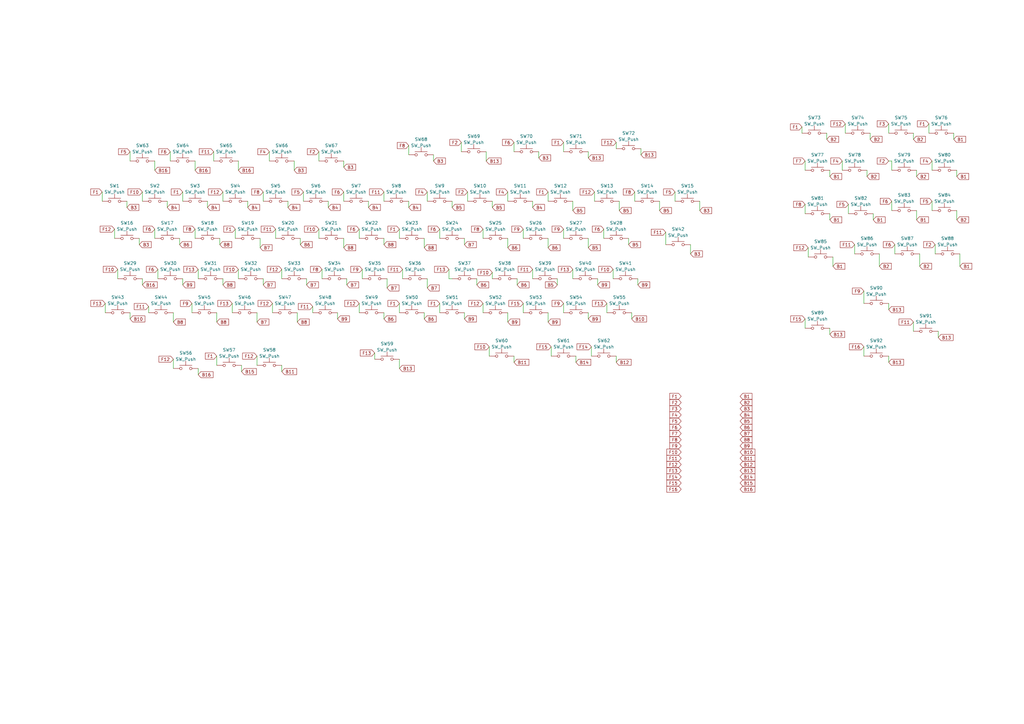
<source format=kicad_sch>
(kicad_sch (version 20230121) (generator eeschema)

  (uuid d7fc649a-6955-4c5f-8d6d-9d68a7b95dce)

  (paper "A3")

  (lib_symbols
    (symbol "Switch:SW_Push" (pin_numbers hide) (pin_names (offset 1.016) hide) (in_bom yes) (on_board yes)
      (property "Reference" "SW" (at 1.27 2.54 0)
        (effects (font (size 1.27 1.27)) (justify left))
      )
      (property "Value" "SW_Push" (at 0 -1.524 0)
        (effects (font (size 1.27 1.27)))
      )
      (property "Footprint" "" (at 0 5.08 0)
        (effects (font (size 1.27 1.27)) hide)
      )
      (property "Datasheet" "~" (at 0 5.08 0)
        (effects (font (size 1.27 1.27)) hide)
      )
      (property "ki_keywords" "switch normally-open pushbutton push-button" (at 0 0 0)
        (effects (font (size 1.27 1.27)) hide)
      )
      (property "ki_description" "Push button switch, generic, two pins" (at 0 0 0)
        (effects (font (size 1.27 1.27)) hide)
      )
      (symbol "SW_Push_0_1"
        (circle (center -2.032 0) (radius 0.508)
          (stroke (width 0) (type default))
          (fill (type none))
        )
        (polyline
          (pts
            (xy 0 1.27)
            (xy 0 3.048)
          )
          (stroke (width 0) (type default))
          (fill (type none))
        )
        (polyline
          (pts
            (xy 2.54 1.27)
            (xy -2.54 1.27)
          )
          (stroke (width 0) (type default))
          (fill (type none))
        )
        (circle (center 2.032 0) (radius 0.508)
          (stroke (width 0) (type default))
          (fill (type none))
        )
        (pin passive line (at -5.08 0 0) (length 2.54)
          (name "1" (effects (font (size 1.27 1.27))))
          (number "1" (effects (font (size 1.27 1.27))))
        )
        (pin passive line (at 5.08 0 180) (length 2.54)
          (name "2" (effects (font (size 1.27 1.27))))
          (number "2" (effects (font (size 1.27 1.27))))
        )
      )
    )
  )


  (wire (pts (xy 234.95 110.49) (xy 234.95 114.3))
    (stroke (width 0) (type default))
    (uuid 010fc6f4-8731-4a07-b61c-7a2afc372796)
  )
  (wire (pts (xy 208.28 97.79) (xy 208.28 101.6))
    (stroke (width 0) (type default))
    (uuid 01f93770-74fd-4348-b7cc-6e03feb98621)
  )
  (wire (pts (xy 58.42 114.3) (xy 58.42 116.84))
    (stroke (width 0) (type default))
    (uuid 03832f5b-a379-40e9-88cb-558e577cfaca)
  )
  (wire (pts (xy 355.6 69.85) (xy 355.6 72.39))
    (stroke (width 0) (type default))
    (uuid 0490c14f-9921-48e3-854e-fa731324389c)
  )
  (wire (pts (xy 118.11 82.55) (xy 118.11 85.09))
    (stroke (width 0) (type default))
    (uuid 04cbb186-00ce-4fcd-abfc-e72ab746d08c)
  )
  (wire (pts (xy 364.49 124.46) (xy 364.49 127))
    (stroke (width 0) (type default))
    (uuid 05f8eff9-8bc1-4fd6-bae5-1cee0fc44979)
  )
  (wire (pts (xy 224.79 97.79) (xy 224.79 101.6))
    (stroke (width 0) (type default))
    (uuid 07f32d45-4635-464d-a030-79b78243bf43)
  )
  (wire (pts (xy 91.44 114.3) (xy 91.44 116.84))
    (stroke (width 0) (type default))
    (uuid 0a0d1bd3-5a16-450a-b726-efc4ae9d1cb7)
  )
  (wire (pts (xy 241.3 128.27) (xy 241.3 130.81))
    (stroke (width 0) (type default))
    (uuid 0b9a77db-d6fd-4ca3-8521-ba18ded0b5e4)
  )
  (wire (pts (xy 257.81 97.79) (xy 257.81 100.33))
    (stroke (width 0) (type default))
    (uuid 0de5d1d9-00b9-4c3d-a173-84458623d312)
  )
  (wire (pts (xy 123.19 97.79) (xy 123.19 100.33))
    (stroke (width 0) (type default))
    (uuid 0e681fe0-a006-4a72-8731-95d24370ad0b)
  )
  (wire (pts (xy 138.43 128.27) (xy 138.43 130.81))
    (stroke (width 0) (type default))
    (uuid 124d16d5-c7eb-4561-b137-603ecc11a848)
  )
  (wire (pts (xy 115.57 110.49) (xy 115.57 114.3))
    (stroke (width 0) (type default))
    (uuid 135e790e-a1dc-4580-9bc6-3b8afb926352)
  )
  (wire (pts (xy 191.77 78.74) (xy 191.77 82.55))
    (stroke (width 0) (type default))
    (uuid 136dd5d7-3152-440c-976c-c3a04cd7f8dc)
  )
  (wire (pts (xy 48.26 110.49) (xy 48.26 114.3))
    (stroke (width 0) (type default))
    (uuid 13e87e00-7dd9-4f81-b8e8-75cb726040a4)
  )
  (wire (pts (xy 163.83 147.32) (xy 163.83 151.13))
    (stroke (width 0) (type default))
    (uuid 14604921-c991-494b-a8e0-8d0721213bf6)
  )
  (wire (pts (xy 224.79 128.27) (xy 224.79 132.08))
    (stroke (width 0) (type default))
    (uuid 154f68d2-4406-4be1-859c-5f4ab437cbce)
  )
  (wire (pts (xy 384.81 135.89) (xy 384.81 138.43))
    (stroke (width 0) (type default))
    (uuid 15bae1e1-1e96-4b48-a52a-c3c8ceeef48e)
  )
  (wire (pts (xy 63.5 93.98) (xy 63.5 97.79))
    (stroke (width 0) (type default))
    (uuid 16361f40-6145-4967-bfca-5c4e1683e7dd)
  )
  (wire (pts (xy 251.46 110.49) (xy 251.46 114.3))
    (stroke (width 0) (type default))
    (uuid 164d52d6-65a7-48ab-b0cf-02c713ff5b58)
  )
  (wire (pts (xy 140.97 78.74) (xy 140.97 82.55))
    (stroke (width 0) (type default))
    (uuid 17678b7d-aa56-4e97-b3ac-1b19f651ebf3)
  )
  (wire (pts (xy 364.49 50.8) (xy 364.49 54.61))
    (stroke (width 0) (type default))
    (uuid 1ac2ead7-2fd5-4abe-9bb0-2fa99b41428e)
  )
  (wire (pts (xy 147.32 93.98) (xy 147.32 97.79))
    (stroke (width 0) (type default))
    (uuid 1ba67f44-6ab1-402d-8b43-b4bd1b94dd99)
  )
  (wire (pts (xy 208.28 78.74) (xy 208.28 82.55))
    (stroke (width 0) (type default))
    (uuid 206bfe22-9c58-4b25-a857-2f205977a07d)
  )
  (wire (pts (xy 218.44 82.55) (xy 218.44 85.09))
    (stroke (width 0) (type default))
    (uuid 21444331-0adc-460c-9953-a551fad8fdf9)
  )
  (wire (pts (xy 177.8 63.5) (xy 177.8 66.04))
    (stroke (width 0) (type default))
    (uuid 26d09a93-d272-4ec5-bd88-4015ed7ed6aa)
  )
  (wire (pts (xy 157.48 97.79) (xy 157.48 100.33))
    (stroke (width 0) (type default))
    (uuid 2708e3a5-b99d-40cb-b3d6-a7fce52b0c65)
  )
  (wire (pts (xy 190.5 97.79) (xy 190.5 100.33))
    (stroke (width 0) (type default))
    (uuid 27366805-4f5e-4d67-a44d-6f0496d8b635)
  )
  (wire (pts (xy 99.06 149.86) (xy 99.06 152.4))
    (stroke (width 0) (type default))
    (uuid 27c7bd1c-a583-4875-91f5-177b563c2304)
  )
  (wire (pts (xy 383.54 100.33) (xy 383.54 104.14))
    (stroke (width 0) (type default))
    (uuid 29579c79-3193-4bf1-b481-5513c0864ada)
  )
  (wire (pts (xy 88.9 128.27) (xy 88.9 132.08))
    (stroke (width 0) (type default))
    (uuid 2adb65cc-f2da-4b25-9ae0-2e47e7c4171e)
  )
  (wire (pts (xy 71.12 147.32) (xy 71.12 151.13))
    (stroke (width 0) (type default))
    (uuid 2b82ee1a-d5b6-4f8c-b37b-1637defa6cf7)
  )
  (wire (pts (xy 87.63 62.23) (xy 87.63 66.04))
    (stroke (width 0) (type default))
    (uuid 2c04ba9d-4070-4349-86cc-a8ec5fb0a9dd)
  )
  (wire (pts (xy 175.26 114.3) (xy 175.26 118.11))
    (stroke (width 0) (type default))
    (uuid 2d308150-9d3c-4f13-9b97-388737bb2938)
  )
  (wire (pts (xy 46.99 93.98) (xy 46.99 97.79))
    (stroke (width 0) (type default))
    (uuid 2f952234-acd7-457a-93ab-2119fc061646)
  )
  (wire (pts (xy 200.66 142.24) (xy 200.66 146.05))
    (stroke (width 0) (type default))
    (uuid 2f9b2183-e1b3-4a75-9164-07cc36c58ee4)
  )
  (wire (pts (xy 53.34 128.27) (xy 53.34 130.81))
    (stroke (width 0) (type default))
    (uuid 3035dceb-5014-4f25-9581-2f7755897134)
  )
  (wire (pts (xy 382.27 82.55) (xy 382.27 86.36))
    (stroke (width 0) (type default))
    (uuid 32033628-2f4b-4200-93f5-6b1ba33ac8a3)
  )
  (wire (pts (xy 392.43 69.85) (xy 392.43 72.39))
    (stroke (width 0) (type default))
    (uuid 3268bd5b-4496-4ce6-85b7-4ec60d0c14fd)
  )
  (wire (pts (xy 330.2 130.81) (xy 330.2 134.62))
    (stroke (width 0) (type default))
    (uuid 32d436f9-3887-4ad9-bdb9-5512b6521066)
  )
  (wire (pts (xy 245.11 114.3) (xy 245.11 116.84))
    (stroke (width 0) (type default))
    (uuid 33bd9217-d761-4450-bcae-056c39700c15)
  )
  (wire (pts (xy 125.73 114.3) (xy 125.73 116.84))
    (stroke (width 0) (type default))
    (uuid 354ad150-3d8f-4d7b-90d5-324a8af63e33)
  )
  (wire (pts (xy 354.33 119.38) (xy 354.33 124.46))
    (stroke (width 0) (type default))
    (uuid 3624ce89-14b7-409d-99c7-27b6676d4e5d)
  )
  (wire (pts (xy 124.46 78.74) (xy 124.46 82.55))
    (stroke (width 0) (type default))
    (uuid 3a25e749-71a7-46cb-bd9a-93c231938585)
  )
  (wire (pts (xy 91.44 78.74) (xy 91.44 82.55))
    (stroke (width 0) (type default))
    (uuid 3ae15d32-0a70-490c-b7f6-98b94fd4654a)
  )
  (wire (pts (xy 80.01 93.98) (xy 80.01 97.79))
    (stroke (width 0) (type default))
    (uuid 3b36dbae-57ee-4b71-96e1-821f911e306e)
  )
  (wire (pts (xy 231.14 93.98) (xy 231.14 97.79))
    (stroke (width 0) (type default))
    (uuid 3b7f25eb-b64e-4535-874e-4372b6c930a5)
  )
  (wire (pts (xy 252.73 146.05) (xy 252.73 148.59))
    (stroke (width 0) (type default))
    (uuid 3d882d96-7314-42bf-9e9f-bc0ad9c7d4a6)
  )
  (wire (pts (xy 74.93 114.3) (xy 74.93 116.84))
    (stroke (width 0) (type default))
    (uuid 3e3b3a43-820c-4af3-abf8-de68a9b81899)
  )
  (wire (pts (xy 153.67 144.78) (xy 153.67 147.32))
    (stroke (width 0) (type default))
    (uuid 42425f2a-0a3e-4fc1-a946-540a54a41dc7)
  )
  (wire (pts (xy 105.41 146.05) (xy 105.41 149.86))
    (stroke (width 0) (type default))
    (uuid 42770a9a-7be7-4eaf-a45b-33afd19d1034)
  )
  (wire (pts (xy 247.65 93.98) (xy 247.65 97.79))
    (stroke (width 0) (type default))
    (uuid 43ebd184-2c17-4704-8a19-863076565669)
  )
  (wire (pts (xy 157.48 78.74) (xy 157.48 82.55))
    (stroke (width 0) (type default))
    (uuid 4418cdf9-fc8c-4932-8256-a8354fe77b60)
  )
  (wire (pts (xy 53.34 62.23) (xy 53.34 66.04))
    (stroke (width 0) (type default))
    (uuid 4800ead6-6cc3-471d-be71-5d1204389026)
  )
  (wire (pts (xy 350.52 100.33) (xy 350.52 104.14))
    (stroke (width 0) (type default))
    (uuid 4826b747-b071-4c53-87fa-a4bee2983689)
  )
  (wire (pts (xy 180.34 124.46) (xy 180.34 128.27))
    (stroke (width 0) (type default))
    (uuid 4b1f7675-71ef-4fe4-823a-1cdbf25b1121)
  )
  (wire (pts (xy 107.95 78.74) (xy 107.95 82.55))
    (stroke (width 0) (type default))
    (uuid 4b8e12ce-76d2-4523-a54d-2453beeb2273)
  )
  (wire (pts (xy 147.32 124.46) (xy 147.32 128.27))
    (stroke (width 0) (type default))
    (uuid 4c954207-3519-4926-9d99-211ea51b9ede)
  )
  (wire (pts (xy 128.27 125.73) (xy 128.27 128.27))
    (stroke (width 0) (type default))
    (uuid 4cd728cc-eaf5-4183-9535-178df8eb7bab)
  )
  (wire (pts (xy 167.64 82.55) (xy 167.64 85.09))
    (stroke (width 0) (type default))
    (uuid 4d56a6eb-7e27-4336-96a8-c10660bdfcf9)
  )
  (wire (pts (xy 163.83 93.98) (xy 163.83 97.79))
    (stroke (width 0) (type default))
    (uuid 4e016c13-8bbf-4eda-bee5-021bd5178afc)
  )
  (wire (pts (xy 195.58 114.3) (xy 195.58 116.84))
    (stroke (width 0) (type default))
    (uuid 4e2e0e88-bc07-4b02-86aa-914fa5aa0880)
  )
  (wire (pts (xy 140.97 97.79) (xy 140.97 101.6))
    (stroke (width 0) (type default))
    (uuid 50adb7d8-7078-470b-ac23-202be8d4c162)
  )
  (wire (pts (xy 210.82 146.05) (xy 210.82 148.59))
    (stroke (width 0) (type default))
    (uuid 51714341-242c-4eac-a418-79017992c07a)
  )
  (wire (pts (xy 208.28 128.27) (xy 208.28 132.08))
    (stroke (width 0) (type default))
    (uuid 5233bddc-f2ff-4fc5-9c94-b0ea194e6ffe)
  )
  (wire (pts (xy 358.14 87.63) (xy 358.14 90.17))
    (stroke (width 0) (type default))
    (uuid 5376beaf-e324-4e74-a48a-4897d4b10de7)
  )
  (wire (pts (xy 364.49 146.05) (xy 364.49 148.59))
    (stroke (width 0) (type default))
    (uuid 537b23b1-db20-41c6-b842-c4394b9b1d48)
  )
  (wire (pts (xy 185.42 82.55) (xy 185.42 85.09))
    (stroke (width 0) (type default))
    (uuid 55f136e9-bd5d-41a2-8e64-110cd08747e0)
  )
  (wire (pts (xy 346.71 50.8) (xy 346.71 54.61))
    (stroke (width 0) (type default))
    (uuid 578a67e0-d9b3-4100-8605-583938e61352)
  )
  (wire (pts (xy 163.83 124.46) (xy 163.83 128.27))
    (stroke (width 0) (type default))
    (uuid 58945456-2d4f-4947-b878-05f89e21336d)
  )
  (wire (pts (xy 365.76 66.04) (xy 364.49 66.04))
    (stroke (width 0) (type default))
    (uuid 58bfb49b-1de0-4495-aff3-7c4365463112)
  )
  (wire (pts (xy 261.62 114.3) (xy 261.62 116.84))
    (stroke (width 0) (type default))
    (uuid 5a832603-75a0-45d1-9255-9f53594525d1)
  )
  (wire (pts (xy 340.36 134.62) (xy 340.36 137.16))
    (stroke (width 0) (type default))
    (uuid 5a9abce5-5858-45e2-8873-83d58102c207)
  )
  (wire (pts (xy 52.07 82.55) (xy 52.07 85.09))
    (stroke (width 0) (type default))
    (uuid 5c563cba-d291-46dc-8a65-80729caf0a3d)
  )
  (wire (pts (xy 198.12 93.98) (xy 198.12 97.79))
    (stroke (width 0) (type default))
    (uuid 60be2fbf-fbb3-447a-8c80-75e3e38e3500)
  )
  (wire (pts (xy 330.2 66.04) (xy 330.2 69.85))
    (stroke (width 0) (type default))
    (uuid 6126552a-1137-48b6-8d0a-dec952ea4400)
  )
  (wire (pts (xy 97.79 66.04) (xy 97.79 69.85))
    (stroke (width 0) (type default))
    (uuid 61bb69c8-ee1d-4cd7-a05e-efb45d102df9)
  )
  (wire (pts (xy 340.36 87.63) (xy 340.36 90.17))
    (stroke (width 0) (type default))
    (uuid 645ff556-f05b-4de1-9dda-842a40c1f455)
  )
  (wire (pts (xy 97.79 110.49) (xy 97.79 114.3))
    (stroke (width 0) (type default))
    (uuid 672475da-6cc6-446d-bf8a-b436300214bb)
  )
  (wire (pts (xy 106.68 97.79) (xy 106.68 101.6))
    (stroke (width 0) (type default))
    (uuid 69651dfa-9890-428d-b02e-9d8f24bc0daf)
  )
  (wire (pts (xy 90.17 97.79) (xy 90.17 100.33))
    (stroke (width 0) (type default))
    (uuid 698247a8-859e-4863-8cd8-45f939437af3)
  )
  (wire (pts (xy 214.63 124.46) (xy 214.63 128.27))
    (stroke (width 0) (type default))
    (uuid 69be8201-0c9b-432d-b353-716817ce969a)
  )
  (wire (pts (xy 220.98 62.23) (xy 220.98 64.77))
    (stroke (width 0) (type default))
    (uuid 6aea6823-22d7-4ec7-84fe-183fdeb22797)
  )
  (wire (pts (xy 375.92 69.85) (xy 375.92 72.39))
    (stroke (width 0) (type default))
    (uuid 71adea23-7082-4299-b03b-cf40298b130a)
  )
  (wire (pts (xy 111.76 124.46) (xy 111.76 128.27))
    (stroke (width 0) (type default))
    (uuid 71cb17b1-78fc-4dbb-9d57-e7cf17ccce3f)
  )
  (wire (pts (xy 259.08 130.81) (xy 259.08 128.27))
    (stroke (width 0) (type default))
    (uuid 725f1bf0-7353-4595-8316-df368700b246)
  )
  (wire (pts (xy 276.86 78.74) (xy 276.86 82.55))
    (stroke (width 0) (type default))
    (uuid 734f3488-e100-4b2c-9047-3d9999ae9024)
  )
  (wire (pts (xy 262.89 60.96) (xy 262.89 63.5))
    (stroke (width 0) (type default))
    (uuid 75d32b30-bcb2-492b-a2c4-dc12ff0c33db)
  )
  (wire (pts (xy 68.58 82.55) (xy 68.58 85.09))
    (stroke (width 0) (type default))
    (uuid 78aacb22-be4e-482d-b8b9-7b6cde21bf64)
  )
  (wire (pts (xy 71.12 128.27) (xy 71.12 132.08))
    (stroke (width 0) (type default))
    (uuid 78ee101e-9e47-4da2-97a4-53edb0dba136)
  )
  (wire (pts (xy 377.19 109.22) (xy 377.19 104.14))
    (stroke (width 0) (type default))
    (uuid 78ef4482-7fa0-4de3-aad6-7bdb38747faf)
  )
  (wire (pts (xy 210.82 58.42) (xy 210.82 62.23))
    (stroke (width 0) (type default))
    (uuid 79400db4-b233-4f02-998f-977c955d4124)
  )
  (wire (pts (xy 330.2 83.82) (xy 330.2 87.63))
    (stroke (width 0) (type default))
    (uuid 7960009a-5c5f-48f4-8641-b052a500cb89)
  )
  (wire (pts (xy 81.28 110.49) (xy 81.28 114.3))
    (stroke (width 0) (type default))
    (uuid 7c14045d-f859-4198-8fcb-3ecce024a297)
  )
  (wire (pts (xy 341.63 105.41) (xy 341.63 109.22))
    (stroke (width 0) (type default))
    (uuid 7c266499-7b56-4ed5-88ca-2d4fbd6581e9)
  )
  (wire (pts (xy 374.65 132.08) (xy 374.65 135.89))
    (stroke (width 0) (type default))
    (uuid 7d01d0b9-38ee-43b5-a537-37582c8e0032)
  )
  (wire (pts (xy 242.57 142.24) (xy 242.57 146.05))
    (stroke (width 0) (type default))
    (uuid 7e4d0366-201e-4f67-9302-474df217dcdb)
  )
  (wire (pts (xy 78.74 124.46) (xy 78.74 128.27))
    (stroke (width 0) (type default))
    (uuid 81335056-8426-4593-b7e0-f3dfc27784f4)
  )
  (wire (pts (xy 120.65 66.04) (xy 120.65 69.85))
    (stroke (width 0) (type default))
    (uuid 82a1d091-63ca-42df-8a79-aab4366228e1)
  )
  (wire (pts (xy 328.93 52.07) (xy 328.93 54.61))
    (stroke (width 0) (type default))
    (uuid 82a453b4-5485-4970-8195-81e0ae7b28ef)
  )
  (wire (pts (xy 228.6 114.3) (xy 228.6 116.84))
    (stroke (width 0) (type default))
    (uuid 8498e559-613d-4f37-91dd-8a6b8e4ce2db)
  )
  (wire (pts (xy 190.5 128.27) (xy 190.5 130.81))
    (stroke (width 0) (type default))
    (uuid 8711a53b-37aa-4901-9033-6468258c6c51)
  )
  (wire (pts (xy 57.15 97.79) (xy 57.15 100.33))
    (stroke (width 0) (type default))
    (uuid 887d49af-e8d1-4e36-b0c1-406d80967a31)
  )
  (wire (pts (xy 347.98 83.82) (xy 347.98 87.63))
    (stroke (width 0) (type default))
    (uuid 89262546-d259-4f81-ab69-e96372f0dcc1)
  )
  (wire (pts (xy 157.48 128.27) (xy 157.48 130.81))
    (stroke (width 0) (type default))
    (uuid 89bdd3a5-d9e2-4c3d-818e-1a97682b9732)
  )
  (wire (pts (xy 173.99 97.79) (xy 173.99 101.6))
    (stroke (width 0) (type default))
    (uuid 8bdc0c14-55ee-4c0b-a4d5-6bd57e0f87a8)
  )
  (wire (pts (xy 214.63 93.98) (xy 214.63 97.79))
    (stroke (width 0) (type default))
    (uuid 8be3df00-f115-4cca-9ffb-111705444d07)
  )
  (wire (pts (xy 391.16 54.61) (xy 391.16 57.15))
    (stroke (width 0) (type default))
    (uuid 8cd544cc-ba7c-4eca-9c39-3aac8a72d41b)
  )
  (wire (pts (xy 241.3 97.79) (xy 241.3 101.6))
    (stroke (width 0) (type default))
    (uuid 8ce65000-8076-4ec5-bacd-2ae8fae4bfdd)
  )
  (wire (pts (xy 241.3 62.23) (xy 241.3 64.77))
    (stroke (width 0) (type default))
    (uuid 8e8f74e4-f48e-4f93-95ba-176918987c77)
  )
  (wire (pts (xy 201.93 111.76) (xy 201.93 114.3))
    (stroke (width 0) (type default))
    (uuid 93e799bf-5a42-4e5b-84ee-db0a5a97498c)
  )
  (wire (pts (xy 80.01 66.04) (xy 80.01 69.85))
    (stroke (width 0) (type default))
    (uuid 93ff6e36-39de-4fcf-ab18-9b3e7a1593c2)
  )
  (wire (pts (xy 73.66 97.79) (xy 73.66 100.33))
    (stroke (width 0) (type default))
    (uuid 94d8a5b0-2e79-4098-a6de-48761502165d)
  )
  (wire (pts (xy 107.95 114.3) (xy 107.95 116.84))
    (stroke (width 0) (type default))
    (uuid 95672684-ebb8-4d59-a120-ef144e19a992)
  )
  (wire (pts (xy 142.24 114.3) (xy 142.24 116.84))
    (stroke (width 0) (type default))
    (uuid 97af8122-7cc3-467a-8274-fc5858fe9f8a)
  )
  (wire (pts (xy 58.42 78.74) (xy 58.42 82.55))
    (stroke (width 0) (type default))
    (uuid 983ca728-e9ca-4443-bcf4-f33fb1a0e40d)
  )
  (wire (pts (xy 101.6 82.55) (xy 101.6 85.09))
    (stroke (width 0) (type default))
    (uuid 9af76a07-da1f-4e85-8432-cfd6f21a93db)
  )
  (wire (pts (xy 340.36 69.85) (xy 340.36 72.39))
    (stroke (width 0) (type default))
    (uuid 9cfadaab-79bf-417f-9f70-ce82982a886f)
  )
  (wire (pts (xy 41.91 78.74) (xy 41.91 82.55))
    (stroke (width 0) (type default))
    (uuid 9f356649-40bb-440c-9619-6d54cf6b22d1)
  )
  (wire (pts (xy 375.92 86.36) (xy 375.92 90.17))
    (stroke (width 0) (type default))
    (uuid a0ec29bf-1808-4aa4-b652-e8bc40aa6c38)
  )
  (wire (pts (xy 175.26 78.74) (xy 175.26 82.55))
    (stroke (width 0) (type default))
    (uuid a1c8c97a-8f8c-45a1-a9d3-fe25b7a2c8f1)
  )
  (wire (pts (xy 331.47 101.6) (xy 331.47 105.41))
    (stroke (width 0) (type default))
    (uuid a5676f0d-cbb1-4bb3-89ac-af767fc81f3f)
  )
  (wire (pts (xy 224.79 78.74) (xy 224.79 82.55))
    (stroke (width 0) (type default))
    (uuid a710e623-9ea3-426b-bf31-b63eaa98902f)
  )
  (wire (pts (xy 74.93 78.74) (xy 74.93 82.55))
    (stroke (width 0) (type default))
    (uuid a7abcf0c-fd51-4bb7-84aa-d8e7d6e509e4)
  )
  (wire (pts (xy 345.44 66.04) (xy 345.44 69.85))
    (stroke (width 0) (type default))
    (uuid a8923690-c30f-47ff-8245-b1046310f0d4)
  )
  (wire (pts (xy 64.77 110.49) (xy 64.77 114.3))
    (stroke (width 0) (type default))
    (uuid a98df2e5-b78d-4d8d-9d44-5aeaa50595d8)
  )
  (wire (pts (xy 63.5 66.04) (xy 63.5 69.85))
    (stroke (width 0) (type default))
    (uuid aa29e1bd-4e25-44c4-a93d-c9d375315f24)
  )
  (wire (pts (xy 184.15 110.49) (xy 184.15 114.3))
    (stroke (width 0) (type default))
    (uuid ab637926-dd2b-4af0-99cd-753def0aa2b4)
  )
  (wire (pts (xy 273.05 95.25) (xy 273.05 100.33))
    (stroke (width 0) (type default))
    (uuid af2ea30f-a906-4322-88bd-96dc1a4c1f22)
  )
  (wire (pts (xy 167.64 59.69) (xy 167.64 63.5))
    (stroke (width 0) (type default))
    (uuid b0604e1e-7416-430c-8566-8317b777c745)
  )
  (wire (pts (xy 43.18 124.46) (xy 43.18 128.27))
    (stroke (width 0) (type default))
    (uuid b0db3f8f-d796-4c78-bf86-926e107fb9a0)
  )
  (wire (pts (xy 392.43 86.36) (xy 392.43 90.17))
    (stroke (width 0) (type default))
    (uuid b13369eb-ed3a-41e0-9fc0-3bd2ee92cdd9)
  )
  (wire (pts (xy 132.08 110.49) (xy 132.08 114.3))
    (stroke (width 0) (type default))
    (uuid b3cbe258-4f2d-47a3-a897-f223cfb9a8da)
  )
  (wire (pts (xy 180.34 93.98) (xy 180.34 97.79))
    (stroke (width 0) (type default))
    (uuid b5c925f5-68ad-4531-8b80-286f9e1f7666)
  )
  (wire (pts (xy 382.27 66.04) (xy 382.27 69.85))
    (stroke (width 0) (type default))
    (uuid b69b6a97-6fff-4c1f-b940-af5047716229)
  )
  (wire (pts (xy 96.52 93.98) (xy 96.52 97.79))
    (stroke (width 0) (type default))
    (uuid b7ae8ef8-524c-4bc4-8c2f-d319030c1ac4)
  )
  (wire (pts (xy 339.09 54.61) (xy 339.09 57.15))
    (stroke (width 0) (type default))
    (uuid b8e0a9b2-5e78-46fe-b28c-95555d7968a0)
  )
  (wire (pts (xy 287.02 82.55) (xy 287.02 86.36))
    (stroke (width 0) (type default))
    (uuid ba146bde-17dc-4c0c-a077-21ca73540764)
  )
  (wire (pts (xy 231.14 58.42) (xy 231.14 62.23))
    (stroke (width 0) (type default))
    (uuid baa00519-ea36-442f-9bfc-bb97a47a45cb)
  )
  (wire (pts (xy 165.1 110.49) (xy 165.1 114.3))
    (stroke (width 0) (type default))
    (uuid bbadb6d2-b269-4e55-86a0-e97c8d5ee690)
  )
  (wire (pts (xy 130.81 62.23) (xy 130.81 66.04))
    (stroke (width 0) (type default))
    (uuid bbcf8f09-e263-4918-9607-05e9eb05a82d)
  )
  (wire (pts (xy 173.99 128.27) (xy 173.99 130.81))
    (stroke (width 0) (type default))
    (uuid bca78e12-4df0-4073-95af-63136d7522b9)
  )
  (wire (pts (xy 121.92 128.27) (xy 121.92 132.08))
    (stroke (width 0) (type default))
    (uuid bccc80e9-c493-4f5c-8fc1-bfc6268ac728)
  )
  (wire (pts (xy 270.51 82.55) (xy 270.51 86.36))
    (stroke (width 0) (type default))
    (uuid bd9d4e26-fdc9-42dd-bbf0-23eb440e2883)
  )
  (wire (pts (xy 113.03 93.98) (xy 113.03 97.79))
    (stroke (width 0) (type default))
    (uuid bf1c54b8-d16d-4c44-af6f-ca68d65ed425)
  )
  (wire (pts (xy 95.25 124.46) (xy 95.25 128.27))
    (stroke (width 0) (type default))
    (uuid c019070b-6487-4e72-a2fe-5292a03616c6)
  )
  (wire (pts (xy 184.15 114.3) (xy 185.42 114.3))
    (stroke (width 0) (type default))
    (uuid c082d881-2484-4c50-81e5-66dde9310f94)
  )
  (wire (pts (xy 236.22 146.05) (xy 236.22 148.59))
    (stroke (width 0) (type default))
    (uuid c22aec94-910d-40a4-b18f-9534f05ed211)
  )
  (wire (pts (xy 151.13 82.55) (xy 151.13 85.09))
    (stroke (width 0) (type default))
    (uuid c26042f2-0c97-49d0-a830-f4808a15409c)
  )
  (wire (pts (xy 365.76 82.55) (xy 365.76 86.36))
    (stroke (width 0) (type default))
    (uuid c2cf3f83-1f20-428f-afec-20b1b862e273)
  )
  (wire (pts (xy 69.85 62.23) (xy 69.85 66.04))
    (stroke (width 0) (type default))
    (uuid c53b934c-f96d-4997-8e61-d9005c6bacd5)
  )
  (wire (pts (xy 365.76 69.85) (xy 365.76 66.04))
    (stroke (width 0) (type default))
    (uuid c7d926fe-6fb3-4804-b957-f55a90deb1fb)
  )
  (wire (pts (xy 231.14 124.46) (xy 231.14 128.27))
    (stroke (width 0) (type default))
    (uuid c8022baf-e900-4367-8b90-c9372b74508c)
  )
  (wire (pts (xy 110.49 62.23) (xy 110.49 66.04))
    (stroke (width 0) (type default))
    (uuid cfd17b5e-d2c6-465b-982e-84253f13ac64)
  )
  (wire (pts (xy 212.09 114.3) (xy 212.09 116.84))
    (stroke (width 0) (type default))
    (uuid d09b76f8-337b-4535-ab41-a9c271e36eb3)
  )
  (wire (pts (xy 140.97 66.04) (xy 140.97 68.58))
    (stroke (width 0) (type default))
    (uuid d1ce7fb6-1006-43a3-b251-438891040e4a)
  )
  (wire (pts (xy 115.57 149.86) (xy 115.57 152.4))
    (stroke (width 0) (type default))
    (uuid d352666f-040e-4b56-bac0-ba4a8597df20)
  )
  (wire (pts (xy 381 50.8) (xy 381 54.61))
    (stroke (width 0) (type default))
    (uuid d445ed67-9c8c-4b35-a955-a93785ce76bb)
  )
  (wire (pts (xy 218.44 110.49) (xy 218.44 114.3))
    (stroke (width 0) (type default))
    (uuid d5b002c6-0c0a-49c4-93ac-df94fae01049)
  )
  (wire (pts (xy 354.33 142.24) (xy 354.33 146.05))
    (stroke (width 0) (type default))
    (uuid db4fbb9c-0d11-4555-a4f8-f977e91092f5)
  )
  (wire (pts (xy 201.93 82.55) (xy 201.93 85.09))
    (stroke (width 0) (type default))
    (uuid dc13a182-23bf-4286-9d4d-385063c6b4a8)
  )
  (wire (pts (xy 85.09 82.55) (xy 85.09 85.09))
    (stroke (width 0) (type default))
    (uuid df152106-7bc3-43d5-bfaa-e7947db26daa)
  )
  (wire (pts (xy 234.95 82.55) (xy 234.95 86.36))
    (stroke (width 0) (type default))
    (uuid dfa0439e-0134-47c0-ba0b-872cbf2dd4e5)
  )
  (wire (pts (xy 374.65 54.61) (xy 374.65 57.15))
    (stroke (width 0) (type default))
    (uuid e14bc442-e0db-47ee-965c-835fa81afdd6)
  )
  (wire (pts (xy 367.03 100.33) (xy 367.03 104.14))
    (stroke (width 0) (type default))
    (uuid e14dd442-c33a-4c53-ba07-35aafe6116d5)
  )
  (wire (pts (xy 60.96 125.73) (xy 60.96 128.27))
    (stroke (width 0) (type default))
    (uuid e1883bdb-3003-415a-be7a-7a191dfae587)
  )
  (wire (pts (xy 199.39 62.23) (xy 199.39 66.04))
    (stroke (width 0) (type default))
    (uuid e452b32a-3b08-47b0-a1e2-2b4c35fae80a)
  )
  (wire (pts (xy 356.87 54.61) (xy 356.87 57.15))
    (stroke (width 0) (type default))
    (uuid e635b1c9-8bee-4192-8971-903c0051eda1)
  )
  (wire (pts (xy 134.62 82.55) (xy 134.62 85.09))
    (stroke (width 0) (type default))
    (uuid e6e5d91a-db5f-41ec-8e51-62c93105f342)
  )
  (wire (pts (xy 243.84 78.74) (xy 243.84 82.55))
    (stroke (width 0) (type default))
    (uuid ee75d339-bc1c-46b3-83bc-bf68095e3b99)
  )
  (wire (pts (xy 130.81 93.98) (xy 130.81 97.79))
    (stroke (width 0) (type default))
    (uuid ef0e4af0-bca1-480b-aa0e-bcdb3484858a)
  )
  (wire (pts (xy 283.21 100.33) (xy 283.21 104.14))
    (stroke (width 0) (type default))
    (uuid ef8126ae-dfff-41ac-9601-7dfe63d9a1fb)
  )
  (wire (pts (xy 189.23 58.42) (xy 189.23 62.23))
    (stroke (width 0) (type default))
    (uuid f0c74a08-b3de-48fb-a976-5e23cac909b1)
  )
  (wire (pts (xy 148.59 110.49) (xy 148.59 114.3))
    (stroke (width 0) (type default))
    (uuid f3677348-d4f5-47e3-a2a2-75a06542aca7)
  )
  (wire (pts (xy 88.9 146.05) (xy 88.9 149.86))
    (stroke (width 0) (type default))
    (uuid f3759d87-c42e-443d-8ce2-27a8c5d2a3eb)
  )
  (wire (pts (xy 226.06 142.24) (xy 226.06 146.05))
    (stroke (width 0) (type default))
    (uuid f3906699-6ad1-4a47-a1c6-cb9d9095fb82)
  )
  (wire (pts (xy 198.12 124.46) (xy 198.12 128.27))
    (stroke (width 0) (type default))
    (uuid f835185d-d832-414a-b362-aa402a9ecfd7)
  )
  (wire (pts (xy 360.68 104.14) (xy 360.68 109.22))
    (stroke (width 0) (type default))
    (uuid f85ea42f-87c2-443f-9fc5-9b8cfdc77bef)
  )
  (wire (pts (xy 81.28 151.13) (xy 81.28 153.67))
    (stroke (width 0) (type default))
    (uuid f87ed234-f84f-4448-9a0e-e56cb0033b51)
  )
  (wire (pts (xy 252.73 58.42) (xy 252.73 60.96))
    (stroke (width 0) (type default))
    (uuid f8ad940a-f095-4be1-856f-7edb050a6d4c)
  )
  (wire (pts (xy 393.7 109.22) (xy 393.7 104.14))
    (stroke (width 0) (type default))
    (uuid fabc34b7-4115-4f54-9313-fc576cee7abb)
  )
  (wire (pts (xy 248.92 124.46) (xy 248.92 128.27))
    (stroke (width 0) (type default))
    (uuid fae6e86f-cb78-4ae2-92d5-971055c7ccd8)
  )
  (wire (pts (xy 254 82.55) (xy 254 86.36))
    (stroke (width 0) (type default))
    (uuid fc5399d3-2af4-400b-996a-0ea0d3785902)
  )
  (wire (pts (xy 158.75 114.3) (xy 158.75 118.11))
    (stroke (width 0) (type default))
    (uuid fdde241d-6569-4d7a-81b2-392cc3ec3004)
  )
  (wire (pts (xy 260.35 78.74) (xy 260.35 82.55))
    (stroke (width 0) (type default))
    (uuid fe1a3566-9e85-40b7-8537-16a4b6a15092)
  )
  (wire (pts (xy 105.41 128.27) (xy 105.41 132.08))
    (stroke (width 0) (type default))
    (uuid ff636fb6-32f6-45c2-95ee-efb337560e93)
  )

  (global_label "F8" (shape input) (at 80.01 93.98 180) (fields_autoplaced)
    (effects (font (size 1.27 1.27)) (justify right))
    (uuid 0047b689-04d9-411e-80eb-e6d3cda34181)
    (property "Intersheetrefs" "${INTERSHEET_REFS}" (at 74.8061 93.98 0)
      (effects (font (size 1.27 1.27)) (justify right) hide)
    )
  )
  (global_label "F1" (shape input) (at 224.79 78.74 180) (fields_autoplaced)
    (effects (font (size 1.27 1.27)) (justify right))
    (uuid 0150da30-acb5-4dd1-9748-43d5b021662d)
    (property "Intersheetrefs" "${INTERSHEET_REFS}" (at 219.5861 78.74 0)
      (effects (font (size 1.27 1.27)) (justify right) hide)
    )
  )
  (global_label "B7" (shape input) (at 125.73 116.84 0) (fields_autoplaced)
    (effects (font (size 1.27 1.27)) (justify left))
    (uuid 023fc9b4-bc41-4702-a2ff-a530da5dbc0e)
    (property "Intersheetrefs" "${INTERSHEET_REFS}" (at 131.1153 116.84 0)
      (effects (font (size 1.27 1.27)) (justify left) hide)
    )
  )
  (global_label "B4" (shape input) (at 151.13 85.09 0) (fields_autoplaced)
    (effects (font (size 1.27 1.27)) (justify left))
    (uuid 049915f9-4dfa-4d0d-b452-afc27099bc66)
    (property "Intersheetrefs" "${INTERSHEET_REFS}" (at 156.5153 85.09 0)
      (effects (font (size 1.27 1.27)) (justify left) hide)
    )
  )
  (global_label "B11" (shape input) (at 115.57 152.4 0) (fields_autoplaced)
    (effects (font (size 1.27 1.27)) (justify left))
    (uuid 04c38d3f-f6ba-4733-b323-e1ee4cf499d0)
    (property "Intersheetrefs" "${INTERSHEET_REFS}" (at 122.1648 152.4 0)
      (effects (font (size 1.27 1.27)) (justify left) hide)
    )
  )
  (global_label "B12" (shape input) (at 252.73 148.59 0) (fields_autoplaced)
    (effects (font (size 1.27 1.27)) (justify left))
    (uuid 05d9c8b6-ca3b-4262-a7e6-f945bd5a70bc)
    (property "Intersheetrefs" "${INTERSHEET_REFS}" (at 259.3248 148.59 0)
      (effects (font (size 1.27 1.27)) (justify left) hide)
    )
  )
  (global_label "F10" (shape input) (at 279.4 185.42 180) (fields_autoplaced)
    (effects (font (size 1.27 1.27)) (justify right))
    (uuid 06124a68-3d6a-44c7-8833-6967ee197459)
    (property "Intersheetrefs" "${INTERSHEET_REFS}" (at 272.9866 185.42 0)
      (effects (font (size 1.27 1.27)) (justify right) hide)
    )
  )
  (global_label "B10" (shape input) (at 303.53 185.42 0) (fields_autoplaced)
    (effects (font (size 1.27 1.27)) (justify left))
    (uuid 069c6c6b-3b98-4fee-8a5e-fdd9a40e4c85)
    (property "Intersheetrefs" "${INTERSHEET_REFS}" (at 310.1248 185.42 0)
      (effects (font (size 1.27 1.27)) (justify left) hide)
    )
  )
  (global_label "F12" (shape input) (at 346.71 50.8 180) (fields_autoplaced)
    (effects (font (size 1.27 1.27)) (justify right))
    (uuid 07a3311e-928a-4ea4-8da3-c8d2cc549cc6)
    (property "Intersheetrefs" "${INTERSHEET_REFS}" (at 340.2966 50.8 0)
      (effects (font (size 1.27 1.27)) (justify right) hide)
    )
  )
  (global_label "B13" (shape input) (at 303.53 193.04 0) (fields_autoplaced)
    (effects (font (size 1.27 1.27)) (justify left))
    (uuid 07bc716b-a556-428b-aeef-21115b545022)
    (property "Intersheetrefs" "${INTERSHEET_REFS}" (at 310.1248 193.04 0)
      (effects (font (size 1.27 1.27)) (justify left) hide)
    )
  )
  (global_label "F4" (shape input) (at 208.28 78.74 180) (fields_autoplaced)
    (effects (font (size 1.27 1.27)) (justify right))
    (uuid 08194527-310a-4141-93d0-dc9c3607f4fc)
    (property "Intersheetrefs" "${INTERSHEET_REFS}" (at 203.0761 78.74 0)
      (effects (font (size 1.27 1.27)) (justify right) hide)
    )
  )
  (global_label "F12" (shape input) (at 243.84 78.74 180) (fields_autoplaced)
    (effects (font (size 1.27 1.27)) (justify right))
    (uuid 095d4f28-1e5c-4b4d-89b3-69a7b19a143f)
    (property "Intersheetrefs" "${INTERSHEET_REFS}" (at 237.4266 78.74 0)
      (effects (font (size 1.27 1.27)) (justify right) hide)
    )
  )
  (global_label "F1" (shape input) (at 96.52 93.98 180) (fields_autoplaced)
    (effects (font (size 1.27 1.27)) (justify right))
    (uuid 099d2fd0-295d-47f6-a2e8-5b5c1946d748)
    (property "Intersheetrefs" "${INTERSHEET_REFS}" (at 91.3161 93.98 0)
      (effects (font (size 1.27 1.27)) (justify right) hide)
    )
  )
  (global_label "F4" (shape input) (at 110.49 62.23 180) (fields_autoplaced)
    (effects (font (size 1.27 1.27)) (justify right))
    (uuid 0a4e9cc3-c344-45bb-a38f-2c6ac01d8f74)
    (property "Intersheetrefs" "${INTERSHEET_REFS}" (at 105.2861 62.23 0)
      (effects (font (size 1.27 1.27)) (justify right) hide)
    )
  )
  (global_label "F10" (shape input) (at 200.66 142.24 180) (fields_autoplaced)
    (effects (font (size 1.27 1.27)) (justify right))
    (uuid 0cfd4846-8fd4-403e-b807-5cbe6d150d35)
    (property "Intersheetrefs" "${INTERSHEET_REFS}" (at 194.2466 142.24 0)
      (effects (font (size 1.27 1.27)) (justify right) hide)
    )
  )
  (global_label "B9" (shape input) (at 208.28 132.08 0) (fields_autoplaced)
    (effects (font (size 1.27 1.27)) (justify left))
    (uuid 10b89ab6-0f06-4667-8c53-f8faf66e12af)
    (property "Intersheetrefs" "${INTERSHEET_REFS}" (at 213.6653 132.08 0)
      (effects (font (size 1.27 1.27)) (justify left) hide)
    )
  )
  (global_label "F9" (shape input) (at 231.14 124.46 180) (fields_autoplaced)
    (effects (font (size 1.27 1.27)) (justify right))
    (uuid 11de650b-7ba5-4b96-9392-54dea694d921)
    (property "Intersheetrefs" "${INTERSHEET_REFS}" (at 225.9361 124.46 0)
      (effects (font (size 1.27 1.27)) (justify right) hide)
    )
  )
  (global_label "B6" (shape input) (at 303.53 175.26 0) (fields_autoplaced)
    (effects (font (size 1.27 1.27)) (justify left))
    (uuid 14188616-0a3e-48ad-bb3c-de639b1517a1)
    (property "Intersheetrefs" "${INTERSHEET_REFS}" (at 308.9153 175.26 0)
      (effects (font (size 1.27 1.27)) (justify left) hide)
    )
  )
  (global_label "B6" (shape input) (at 195.58 116.84 0) (fields_autoplaced)
    (effects (font (size 1.27 1.27)) (justify left))
    (uuid 16e3a6a4-7262-42d0-bdee-3f777879e601)
    (property "Intersheetrefs" "${INTERSHEET_REFS}" (at 200.9653 116.84 0)
      (effects (font (size 1.27 1.27)) (justify left) hide)
    )
  )
  (global_label "B4" (shape input) (at 167.64 85.09 0) (fields_autoplaced)
    (effects (font (size 1.27 1.27)) (justify left))
    (uuid 16f75640-cb4a-4476-8c06-1d6a18ba4281)
    (property "Intersheetrefs" "${INTERSHEET_REFS}" (at 173.0253 85.09 0)
      (effects (font (size 1.27 1.27)) (justify left) hide)
    )
  )
  (global_label "F13" (shape input) (at 43.18 124.46 180) (fields_autoplaced)
    (effects (font (size 1.27 1.27)) (justify right))
    (uuid 1a1e8eaa-be19-478d-9f6a-c85e6b1014f0)
    (property "Intersheetrefs" "${INTERSHEET_REFS}" (at 36.7666 124.46 0)
      (effects (font (size 1.27 1.27)) (justify right) hide)
    )
  )
  (global_label "B8" (shape input) (at 71.12 132.08 0) (fields_autoplaced)
    (effects (font (size 1.27 1.27)) (justify left))
    (uuid 20a2f83c-7f20-4f97-9730-74ca4b9b8c96)
    (property "Intersheetrefs" "${INTERSHEET_REFS}" (at 76.5053 132.08 0)
      (effects (font (size 1.27 1.27)) (justify left) hide)
    )
  )
  (global_label "F6" (shape input) (at 367.03 100.33 180) (fields_autoplaced)
    (effects (font (size 1.27 1.27)) (justify right))
    (uuid 20a3d0d0-f478-4526-b2f6-2a7f29880366)
    (property "Intersheetrefs" "${INTERSHEET_REFS}" (at 361.8261 100.33 0)
      (effects (font (size 1.27 1.27)) (justify right) hide)
    )
  )
  (global_label "B9" (shape input) (at 224.79 132.08 0) (fields_autoplaced)
    (effects (font (size 1.27 1.27)) (justify left))
    (uuid 2198d564-deb5-45e9-acbb-925ea9da8832)
    (property "Intersheetrefs" "${INTERSHEET_REFS}" (at 230.1753 132.08 0)
      (effects (font (size 1.27 1.27)) (justify left) hide)
    )
  )
  (global_label "B10" (shape input) (at 53.34 130.81 0) (fields_autoplaced)
    (effects (font (size 1.27 1.27)) (justify left))
    (uuid 219be18a-215e-4697-85da-91c74ef8a889)
    (property "Intersheetrefs" "${INTERSHEET_REFS}" (at 59.9348 130.81 0)
      (effects (font (size 1.27 1.27)) (justify left) hide)
    )
  )
  (global_label "F9" (shape input) (at 279.4 182.88 180) (fields_autoplaced)
    (effects (font (size 1.27 1.27)) (justify right))
    (uuid 2406ef99-d935-4867-931c-3c23b68a450c)
    (property "Intersheetrefs" "${INTERSHEET_REFS}" (at 274.1961 182.88 0)
      (effects (font (size 1.27 1.27)) (justify right) hide)
    )
  )
  (global_label "B2" (shape input) (at 356.87 57.15 0) (fields_autoplaced)
    (effects (font (size 1.27 1.27)) (justify left))
    (uuid 2463ef3a-950b-47e9-a037-91eaafbd32e9)
    (property "Intersheetrefs" "${INTERSHEET_REFS}" (at 362.2553 57.15 0)
      (effects (font (size 1.27 1.27)) (justify left) hide)
    )
  )
  (global_label "F8" (shape input) (at 330.2 83.82 180) (fields_autoplaced)
    (effects (font (size 1.27 1.27)) (justify right))
    (uuid 24711544-a184-4296-83b1-0c4cd6dc3d3b)
    (property "Intersheetrefs" "${INTERSHEET_REFS}" (at 324.9961 83.82 0)
      (effects (font (size 1.27 1.27)) (justify right) hide)
    )
  )
  (global_label "F8" (shape input) (at 260.35 78.74 180) (fields_autoplaced)
    (effects (font (size 1.27 1.27)) (justify right))
    (uuid 259efe47-dcec-4562-8614-398f9e629aa3)
    (property "Intersheetrefs" "${INTERSHEET_REFS}" (at 255.1461 78.74 0)
      (effects (font (size 1.27 1.27)) (justify right) hide)
    )
  )
  (global_label "B13" (shape input) (at 384.81 138.43 0) (fields_autoplaced)
    (effects (font (size 1.27 1.27)) (justify left))
    (uuid 2601fb0f-0368-436d-9419-b6812ef6bbc5)
    (property "Intersheetrefs" "${INTERSHEET_REFS}" (at 391.4048 138.43 0)
      (effects (font (size 1.27 1.27)) (justify left) hide)
    )
  )
  (global_label "B2" (shape input) (at 392.43 90.17 0) (fields_autoplaced)
    (effects (font (size 1.27 1.27)) (justify left))
    (uuid 27c0098d-5bde-482d-b7f3-8aaa77a02ea1)
    (property "Intersheetrefs" "${INTERSHEET_REFS}" (at 397.8153 90.17 0)
      (effects (font (size 1.27 1.27)) (justify left) hide)
    )
  )
  (global_label "B7" (shape input) (at 303.53 177.8 0) (fields_autoplaced)
    (effects (font (size 1.27 1.27)) (justify left))
    (uuid 27e75994-9361-40e0-9b90-8778c1f81eab)
    (property "Intersheetrefs" "${INTERSHEET_REFS}" (at 308.9153 177.8 0)
      (effects (font (size 1.27 1.27)) (justify left) hide)
    )
  )
  (global_label "F2" (shape input) (at 189.23 58.42 180) (fields_autoplaced)
    (effects (font (size 1.27 1.27)) (justify right))
    (uuid 29523747-6352-4480-9173-ef9af337b65b)
    (property "Intersheetrefs" "${INTERSHEET_REFS}" (at 184.0261 58.42 0)
      (effects (font (size 1.27 1.27)) (justify right) hide)
    )
  )
  (global_label "F1" (shape input) (at 328.93 52.07 180) (fields_autoplaced)
    (effects (font (size 1.27 1.27)) (justify right))
    (uuid 2a74f1e4-cbc8-4646-8192-0f350f60cc31)
    (property "Intersheetrefs" "${INTERSHEET_REFS}" (at 323.7261 52.07 0)
      (effects (font (size 1.27 1.27)) (justify right) hide)
    )
  )
  (global_label "F5" (shape input) (at 276.86 78.74 180) (fields_autoplaced)
    (effects (font (size 1.27 1.27)) (justify right))
    (uuid 2b54dec1-fa41-4e0e-b781-dbe5cd5bc748)
    (property "Intersheetrefs" "${INTERSHEET_REFS}" (at 271.6561 78.74 0)
      (effects (font (size 1.27 1.27)) (justify right) hide)
    )
  )
  (global_label "F1" (shape input) (at 74.93 78.74 180) (fields_autoplaced)
    (effects (font (size 1.27 1.27)) (justify right))
    (uuid 2b5b6375-af25-4181-a053-b919877f656c)
    (property "Intersheetrefs" "${INTERSHEET_REFS}" (at 69.7261 78.74 0)
      (effects (font (size 1.27 1.27)) (justify right) hide)
    )
  )
  (global_label "B5" (shape input) (at 185.42 85.09 0) (fields_autoplaced)
    (effects (font (size 1.27 1.27)) (justify left))
    (uuid 2d2f640d-5824-4305-abfc-7f43944724b8)
    (property "Intersheetrefs" "${INTERSHEET_REFS}" (at 190.8053 85.09 0)
      (effects (font (size 1.27 1.27)) (justify left) hide)
    )
  )
  (global_label "B2" (shape input) (at 339.09 57.15 0) (fields_autoplaced)
    (effects (font (size 1.27 1.27)) (justify left))
    (uuid 2dcea825-0bb8-4675-ae0f-8859d0c217d6)
    (property "Intersheetrefs" "${INTERSHEET_REFS}" (at 344.4753 57.15 0)
      (effects (font (size 1.27 1.27)) (justify left) hide)
    )
  )
  (global_label "B16" (shape input) (at 58.42 116.84 0) (fields_autoplaced)
    (effects (font (size 1.27 1.27)) (justify left))
    (uuid 2e5c86bf-0796-4344-8964-9527c8b5ccbe)
    (property "Intersheetrefs" "${INTERSHEET_REFS}" (at 65.0148 116.84 0)
      (effects (font (size 1.27 1.27)) (justify left) hide)
    )
  )
  (global_label "B8" (shape input) (at 140.97 101.6 0) (fields_autoplaced)
    (effects (font (size 1.27 1.27)) (justify left))
    (uuid 3103eda2-b38d-4a25-8363-8269cf8b3a82)
    (property "Intersheetrefs" "${INTERSHEET_REFS}" (at 146.3553 101.6 0)
      (effects (font (size 1.27 1.27)) (justify left) hide)
    )
  )
  (global_label "F5" (shape input) (at 382.27 82.55 180) (fields_autoplaced)
    (effects (font (size 1.27 1.27)) (justify right))
    (uuid 31795690-52e3-48e4-ab8a-cd848f9a048e)
    (property "Intersheetrefs" "${INTERSHEET_REFS}" (at 377.0661 82.55 0)
      (effects (font (size 1.27 1.27)) (justify right) hide)
    )
  )
  (global_label "B4" (shape input) (at 101.6 85.09 0) (fields_autoplaced)
    (effects (font (size 1.27 1.27)) (justify left))
    (uuid 32350c13-ceb7-4dd3-b435-663251fa7e3f)
    (property "Intersheetrefs" "${INTERSHEET_REFS}" (at 106.9853 85.09 0)
      (effects (font (size 1.27 1.27)) (justify left) hide)
    )
  )
  (global_label "B4" (shape input) (at 68.58 85.09 0) (fields_autoplaced)
    (effects (font (size 1.27 1.27)) (justify left))
    (uuid 3297c5ef-2741-4eed-ac39-6c1e0e5268ae)
    (property "Intersheetrefs" "${INTERSHEET_REFS}" (at 73.9653 85.09 0)
      (effects (font (size 1.27 1.27)) (justify left) hide)
    )
  )
  (global_label "F1" (shape input) (at 163.83 124.46 180) (fields_autoplaced)
    (effects (font (size 1.27 1.27)) (justify right))
    (uuid 32ee53b9-16e0-4d1a-96c8-8f65321dbed1)
    (property "Intersheetrefs" "${INTERSHEET_REFS}" (at 158.6261 124.46 0)
      (effects (font (size 1.27 1.27)) (justify right) hide)
    )
  )
  (global_label "B5" (shape input) (at 201.93 85.09 0) (fields_autoplaced)
    (effects (font (size 1.27 1.27)) (justify left))
    (uuid 35381595-07d3-4368-8422-ab98d83fd986)
    (property "Intersheetrefs" "${INTERSHEET_REFS}" (at 207.3153 85.09 0)
      (effects (font (size 1.27 1.27)) (justify left) hide)
    )
  )
  (global_label "B9" (shape input) (at 245.11 116.84 0) (fields_autoplaced)
    (effects (font (size 1.27 1.27)) (justify left))
    (uuid 35784622-1a3f-4b36-a812-bd503acb92cb)
    (property "Intersheetrefs" "${INTERSHEET_REFS}" (at 250.4953 116.84 0)
      (effects (font (size 1.27 1.27)) (justify left) hide)
    )
  )
  (global_label "F11" (shape input) (at 273.05 95.25 180) (fields_autoplaced)
    (effects (font (size 1.27 1.27)) (justify right))
    (uuid 369c0471-4b4c-4577-adfa-e87204db8371)
    (property "Intersheetrefs" "${INTERSHEET_REFS}" (at 266.6366 95.25 0)
      (effects (font (size 1.27 1.27)) (justify right) hide)
    )
  )
  (global_label "B4" (shape input) (at 118.11 85.09 0) (fields_autoplaced)
    (effects (font (size 1.27 1.27)) (justify left))
    (uuid 36a69c33-5eeb-488c-88d2-27e0e2090f68)
    (property "Intersheetrefs" "${INTERSHEET_REFS}" (at 123.4953 85.09 0)
      (effects (font (size 1.27 1.27)) (justify left) hide)
    )
  )
  (global_label "F8" (shape input) (at 198.12 93.98 180) (fields_autoplaced)
    (effects (font (size 1.27 1.27)) (justify right))
    (uuid 377db062-f4da-48fe-a888-09a9ce5445c8)
    (property "Intersheetrefs" "${INTERSHEET_REFS}" (at 192.9161 93.98 0)
      (effects (font (size 1.27 1.27)) (justify right) hide)
    )
  )
  (global_label "F8" (shape input) (at 132.08 110.49 180) (fields_autoplaced)
    (effects (font (size 1.27 1.27)) (justify right))
    (uuid 3b47bf09-d7ff-4739-bf55-bb847e7591be)
    (property "Intersheetrefs" "${INTERSHEET_REFS}" (at 126.8761 110.49 0)
      (effects (font (size 1.27 1.27)) (justify right) hide)
    )
  )
  (global_label "F10" (shape input) (at 251.46 110.49 180) (fields_autoplaced)
    (effects (font (size 1.27 1.27)) (justify right))
    (uuid 3d0b0b79-d548-4b1b-a79e-8adf3a913cb6)
    (property "Intersheetrefs" "${INTERSHEET_REFS}" (at 245.0466 110.49 0)
      (effects (font (size 1.27 1.27)) (justify right) hide)
    )
  )
  (global_label "B13" (shape input) (at 364.49 127 0) (fields_autoplaced)
    (effects (font (size 1.27 1.27)) (justify left))
    (uuid 3dd7353a-e640-493c-ae31-ba01180ff08b)
    (property "Intersheetrefs" "${INTERSHEET_REFS}" (at 371.0848 127 0)
      (effects (font (size 1.27 1.27)) (justify left) hide)
    )
  )
  (global_label "B1" (shape input) (at 340.36 90.17 0) (fields_autoplaced)
    (effects (font (size 1.27 1.27)) (justify left))
    (uuid 3dda49d8-ab91-4135-b7f3-8818d49d9dd6)
    (property "Intersheetrefs" "${INTERSHEET_REFS}" (at 345.7453 90.17 0)
      (effects (font (size 1.27 1.27)) (justify left) hide)
    )
  )
  (global_label "F1" (shape input) (at 279.4 162.56 180) (fields_autoplaced)
    (effects (font (size 1.27 1.27)) (justify right))
    (uuid 3e1596c4-c142-4b70-a8c3-0caf8b08c024)
    (property "Intersheetrefs" "${INTERSHEET_REFS}" (at 274.1961 162.56 0)
      (effects (font (size 1.27 1.27)) (justify right) hide)
    )
  )
  (global_label "F12" (shape input) (at 252.73 58.42 180) (fields_autoplaced)
    (effects (font (size 1.27 1.27)) (justify right))
    (uuid 3f3f3809-8900-4ab7-91a1-251617461685)
    (property "Intersheetrefs" "${INTERSHEET_REFS}" (at 246.3166 58.42 0)
      (effects (font (size 1.27 1.27)) (justify right) hide)
    )
  )
  (global_label "F13" (shape input) (at 81.28 110.49 180) (fields_autoplaced)
    (effects (font (size 1.27 1.27)) (justify right))
    (uuid 433344f8-35e2-46be-bf2f-4c76c43d3ca3)
    (property "Intersheetrefs" "${INTERSHEET_REFS}" (at 74.8666 110.49 0)
      (effects (font (size 1.27 1.27)) (justify right) hide)
    )
  )
  (global_label "F5" (shape input) (at 279.4 172.72 180) (fields_autoplaced)
    (effects (font (size 1.27 1.27)) (justify right))
    (uuid 43ee0e2c-6632-4d5a-9495-ff86d82ab562)
    (property "Intersheetrefs" "${INTERSHEET_REFS}" (at 274.1961 172.72 0)
      (effects (font (size 1.27 1.27)) (justify right) hide)
    )
  )
  (global_label "B4" (shape input) (at 134.62 85.09 0) (fields_autoplaced)
    (effects (font (size 1.27 1.27)) (justify left))
    (uuid 45f1b656-83e5-4b18-8ae4-20b8094db77f)
    (property "Intersheetrefs" "${INTERSHEET_REFS}" (at 140.0053 85.09 0)
      (effects (font (size 1.27 1.27)) (justify left) hide)
    )
  )
  (global_label "B4" (shape input) (at 85.09 85.09 0) (fields_autoplaced)
    (effects (font (size 1.27 1.27)) (justify left))
    (uuid 463ece00-0e3c-4098-9411-6741d0a8bf2c)
    (property "Intersheetrefs" "${INTERSHEET_REFS}" (at 90.4753 85.09 0)
      (effects (font (size 1.27 1.27)) (justify left) hide)
    )
  )
  (global_label "F11" (shape input) (at 218.44 110.49 180) (fields_autoplaced)
    (effects (font (size 1.27 1.27)) (justify right))
    (uuid 4844c4b5-dfb1-4248-ae4b-251fa0ed7342)
    (property "Intersheetrefs" "${INTERSHEET_REFS}" (at 212.0266 110.49 0)
      (effects (font (size 1.27 1.27)) (justify right) hide)
    )
  )
  (global_label "F8" (shape input) (at 279.4 180.34 180) (fields_autoplaced)
    (effects (font (size 1.27 1.27)) (justify right))
    (uuid 495ab03d-c080-4c69-99a8-bf964ffbde08)
    (property "Intersheetrefs" "${INTERSHEET_REFS}" (at 274.1961 180.34 0)
      (effects (font (size 1.27 1.27)) (justify right) hide)
    )
  )
  (global_label "B7" (shape input) (at 107.95 116.84 0) (fields_autoplaced)
    (effects (font (size 1.27 1.27)) (justify left))
    (uuid 4b6fface-7304-4bf1-b9f3-6abf16cf35e1)
    (property "Intersheetrefs" "${INTERSHEET_REFS}" (at 113.3353 116.84 0)
      (effects (font (size 1.27 1.27)) (justify left) hide)
    )
  )
  (global_label "B7" (shape input) (at 106.68 101.6 0) (fields_autoplaced)
    (effects (font (size 1.27 1.27)) (justify left))
    (uuid 4bca15b8-5412-46ac-95e0-c053da919ce4)
    (property "Intersheetrefs" "${INTERSHEET_REFS}" (at 112.0653 101.6 0)
      (effects (font (size 1.27 1.27)) (justify left) hide)
    )
  )
  (global_label "F4" (shape input) (at 279.4 170.18 180) (fields_autoplaced)
    (effects (font (size 1.27 1.27)) (justify right))
    (uuid 4ca99476-4010-44de-93fc-7fbc82e4c28c)
    (property "Intersheetrefs" "${INTERSHEET_REFS}" (at 274.1961 170.18 0)
      (effects (font (size 1.27 1.27)) (justify right) hide)
    )
  )
  (global_label "F11" (shape input) (at 350.52 100.33 180) (fields_autoplaced)
    (effects (font (size 1.27 1.27)) (justify right))
    (uuid 4f573b09-4c40-4aa3-a032-7036f43a45cd)
    (property "Intersheetrefs" "${INTERSHEET_REFS}" (at 344.1066 100.33 0)
      (effects (font (size 1.27 1.27)) (justify right) hide)
    )
  )
  (global_label "F9" (shape input) (at 78.74 124.46 180) (fields_autoplaced)
    (effects (font (size 1.27 1.27)) (justify right))
    (uuid 51a7a273-71d4-419e-aaae-30eb2fa2cb11)
    (property "Intersheetrefs" "${INTERSHEET_REFS}" (at 73.5361 124.46 0)
      (effects (font (size 1.27 1.27)) (justify right) hide)
    )
  )
  (global_label "F11" (shape input) (at 165.1 110.49 180) (fields_autoplaced)
    (effects (font (size 1.27 1.27)) (justify right))
    (uuid 51c1f8d0-2d53-4d58-b2b0-4466f172759c)
    (property "Intersheetrefs" "${INTERSHEET_REFS}" (at 158.6866 110.49 0)
      (effects (font (size 1.27 1.27)) (justify right) hide)
    )
  )
  (global_label "B3" (shape input) (at 303.53 167.64 0) (fields_autoplaced)
    (effects (font (size 1.27 1.27)) (justify left))
    (uuid 52587793-053d-4151-8490-6f23348dc70a)
    (property "Intersheetrefs" "${INTERSHEET_REFS}" (at 308.9153 167.64 0)
      (effects (font (size 1.27 1.27)) (justify left) hide)
    )
  )
  (global_label "F15" (shape input) (at 214.63 124.46 180) (fields_autoplaced)
    (effects (font (size 1.27 1.27)) (justify right))
    (uuid 52b89fff-072a-4210-8731-06e67359544b)
    (property "Intersheetrefs" "${INTERSHEET_REFS}" (at 208.2166 124.46 0)
      (effects (font (size 1.27 1.27)) (justify right) hide)
    )
  )
  (global_label "F9" (shape input) (at 231.14 93.98 180) (fields_autoplaced)
    (effects (font (size 1.27 1.27)) (justify right))
    (uuid 52d41fb6-5706-4459-bf45-7a5e825b436c)
    (property "Intersheetrefs" "${INTERSHEET_REFS}" (at 225.9361 93.98 0)
      (effects (font (size 1.27 1.27)) (justify right) hide)
    )
  )
  (global_label "B2" (shape input) (at 355.6 72.39 0) (fields_autoplaced)
    (effects (font (size 1.27 1.27)) (justify left))
    (uuid 5428beb2-921f-49b2-b4cb-1b49b5ec6401)
    (property "Intersheetrefs" "${INTERSHEET_REFS}" (at 360.9853 72.39 0)
      (effects (font (size 1.27 1.27)) (justify left) hide)
    )
  )
  (global_label "F6" (shape input) (at 210.82 58.42 180) (fields_autoplaced)
    (effects (font (size 1.27 1.27)) (justify right))
    (uuid 5433d1c2-cd99-4008-b326-4ef5a1921caf)
    (property "Intersheetrefs" "${INTERSHEET_REFS}" (at 205.6161 58.42 0)
      (effects (font (size 1.27 1.27)) (justify right) hide)
    )
  )
  (global_label "F4" (shape input) (at 175.26 78.74 180) (fields_autoplaced)
    (effects (font (size 1.27 1.27)) (justify right))
    (uuid 54e9681e-1e5d-464d-9ff3-d388b70f3cae)
    (property "Intersheetrefs" "${INTERSHEET_REFS}" (at 170.0561 78.74 0)
      (effects (font (size 1.27 1.27)) (justify right) hide)
    )
  )
  (global_label "F9" (shape input) (at 214.63 93.98 180) (fields_autoplaced)
    (effects (font (size 1.27 1.27)) (justify right))
    (uuid 5594cce5-70b2-4f9f-a02e-0efeba1991ce)
    (property "Intersheetrefs" "${INTERSHEET_REFS}" (at 209.4261 93.98 0)
      (effects (font (size 1.27 1.27)) (justify right) hide)
    )
  )
  (global_label "F15" (shape input) (at 330.2 130.81 180) (fields_autoplaced)
    (effects (font (size 1.27 1.27)) (justify right))
    (uuid 575f90e2-2449-49a4-ad14-4b62b86a7b66)
    (property "Intersheetrefs" "${INTERSHEET_REFS}" (at 323.7866 130.81 0)
      (effects (font (size 1.27 1.27)) (justify right) hide)
    )
  )
  (global_label "B2" (shape input) (at 377.19 109.22 0) (fields_autoplaced)
    (effects (font (size 1.27 1.27)) (justify left))
    (uuid 5883957e-1269-4b4e-84c6-d4e49364f0cf)
    (property "Intersheetrefs" "${INTERSHEET_REFS}" (at 382.5753 109.22 0)
      (effects (font (size 1.27 1.27)) (justify left) hide)
    )
  )
  (global_label "F1" (shape input) (at 231.14 58.42 180) (fields_autoplaced)
    (effects (font (size 1.27 1.27)) (justify right))
    (uuid 58dfa77f-3f6d-47a9-b281-c77c22390c7d)
    (property "Intersheetrefs" "${INTERSHEET_REFS}" (at 225.9361 58.42 0)
      (effects (font (size 1.27 1.27)) (justify right) hide)
    )
  )
  (global_label "B15" (shape input) (at 303.53 198.12 0) (fields_autoplaced)
    (effects (font (size 1.27 1.27)) (justify left))
    (uuid 597ebdb6-60c9-481e-a393-b9658723446c)
    (property "Intersheetrefs" "${INTERSHEET_REFS}" (at 310.1248 198.12 0)
      (effects (font (size 1.27 1.27)) (justify left) hide)
    )
  )
  (global_label "F14" (shape input) (at 279.4 195.58 180) (fields_autoplaced)
    (effects (font (size 1.27 1.27)) (justify right))
    (uuid 5b0beb2c-caa4-480b-a6c1-c87823d1a69f)
    (property "Intersheetrefs" "${INTERSHEET_REFS}" (at 272.9866 195.58 0)
      (effects (font (size 1.27 1.27)) (justify right) hide)
    )
  )
  (global_label "F15" (shape input) (at 226.06 142.24 180) (fields_autoplaced)
    (effects (font (size 1.27 1.27)) (justify right))
    (uuid 5b4504f0-7de3-4985-89f2-1f9a388bc538)
    (property "Intersheetrefs" "${INTERSHEET_REFS}" (at 219.6466 142.24 0)
      (effects (font (size 1.27 1.27)) (justify right) hide)
    )
  )
  (global_label "B6" (shape input) (at 173.99 130.81 0) (fields_autoplaced)
    (effects (font (size 1.27 1.27)) (justify left))
    (uuid 5d263a3e-d168-4a6f-bcaa-3a06ac5cbe7e)
    (property "Intersheetrefs" "${INTERSHEET_REFS}" (at 179.3753 130.81 0)
      (effects (font (size 1.27 1.27)) (justify left) hide)
    )
  )
  (global_label "F15" (shape input) (at 279.4 198.12 180) (fields_autoplaced)
    (effects (font (size 1.27 1.27)) (justify right))
    (uuid 5d798da9-7b39-4d2b-a89f-afe2fd547fac)
    (property "Intersheetrefs" "${INTERSHEET_REFS}" (at 272.9866 198.12 0)
      (effects (font (size 1.27 1.27)) (justify right) hide)
    )
  )
  (global_label "F6" (shape input) (at 365.76 82.55 180) (fields_autoplaced)
    (effects (font (size 1.27 1.27)) (justify right))
    (uuid 5f00b8ad-9735-4d18-ac3f-f0ca9b9f02ca)
    (property "Intersheetrefs" "${INTERSHEET_REFS}" (at 360.5561 82.55 0)
      (effects (font (size 1.27 1.27)) (justify right) hide)
    )
  )
  (global_label "B16" (shape input) (at 81.28 153.67 0) (fields_autoplaced)
    (effects (font (size 1.27 1.27)) (justify left))
    (uuid 61d4cff5-37ac-4740-a538-8b60da259fd8)
    (property "Intersheetrefs" "${INTERSHEET_REFS}" (at 87.8748 153.67 0)
      (effects (font (size 1.27 1.27)) (justify left) hide)
    )
  )
  (global_label "F7" (shape input) (at 279.4 177.8 180) (fields_autoplaced)
    (effects (font (size 1.27 1.27)) (justify right))
    (uuid 63ecd567-be14-42b6-bcbd-464b6dd9be3d)
    (property "Intersheetrefs" "${INTERSHEET_REFS}" (at 274.1961 177.8 0)
      (effects (font (size 1.27 1.27)) (justify right) hide)
    )
  )
  (global_label "B3" (shape input) (at 57.15 100.33 0) (fields_autoplaced)
    (effects (font (size 1.27 1.27)) (justify left))
    (uuid 64a57b88-149e-4c90-982f-b8f802962e23)
    (property "Intersheetrefs" "${INTERSHEET_REFS}" (at 62.5353 100.33 0)
      (effects (font (size 1.27 1.27)) (justify left) hide)
    )
  )
  (global_label "B15" (shape input) (at 99.06 152.4 0) (fields_autoplaced)
    (effects (font (size 1.27 1.27)) (justify left))
    (uuid 64beec44-befd-43a5-8615-70e5f9122aab)
    (property "Intersheetrefs" "${INTERSHEET_REFS}" (at 105.6548 152.4 0)
      (effects (font (size 1.27 1.27)) (justify left) hide)
    )
  )
  (global_label "B1" (shape input) (at 358.14 90.17 0) (fields_autoplaced)
    (effects (font (size 1.27 1.27)) (justify left))
    (uuid 65650359-610a-4dfd-93e8-493b8e314489)
    (property "Intersheetrefs" "${INTERSHEET_REFS}" (at 363.5253 90.17 0)
      (effects (font (size 1.27 1.27)) (justify left) hide)
    )
  )
  (global_label "B11" (shape input) (at 303.53 187.96 0) (fields_autoplaced)
    (effects (font (size 1.27 1.27)) (justify left))
    (uuid 67799ec2-c704-4058-aa65-d2848b1c12fe)
    (property "Intersheetrefs" "${INTERSHEET_REFS}" (at 310.1248 187.96 0)
      (effects (font (size 1.27 1.27)) (justify left) hide)
    )
  )
  (global_label "B8" (shape input) (at 121.92 132.08 0) (fields_autoplaced)
    (effects (font (size 1.27 1.27)) (justify left))
    (uuid 6985fed6-913d-4359-991c-1d7f888e7ee0)
    (property "Intersheetrefs" "${INTERSHEET_REFS}" (at 127.3053 132.08 0)
      (effects (font (size 1.27 1.27)) (justify left) hide)
    )
  )
  (global_label "B11" (shape input) (at 210.82 148.59 0) (fields_autoplaced)
    (effects (font (size 1.27 1.27)) (justify left))
    (uuid 6b6bbfeb-2df9-4851-9c72-6154a05ecdb1)
    (property "Intersheetrefs" "${INTERSHEET_REFS}" (at 217.4148 148.59 0)
      (effects (font (size 1.27 1.27)) (justify left) hide)
    )
  )
  (global_label "F1" (shape input) (at 180.34 124.46 180) (fields_autoplaced)
    (effects (font (size 1.27 1.27)) (justify right))
    (uuid 6c101e34-284c-472d-8512-f7217a4576c7)
    (property "Intersheetrefs" "${INTERSHEET_REFS}" (at 175.1361 124.46 0)
      (effects (font (size 1.27 1.27)) (justify right) hide)
    )
  )
  (global_label "F14" (shape input) (at 242.57 142.24 180) (fields_autoplaced)
    (effects (font (size 1.27 1.27)) (justify right))
    (uuid 6d7417dc-00e5-4cbf-99d5-66e5aa19b764)
    (property "Intersheetrefs" "${INTERSHEET_REFS}" (at 236.1566 142.24 0)
      (effects (font (size 1.27 1.27)) (justify right) hide)
    )
  )
  (global_label "B1" (shape input) (at 393.7 109.22 0) (fields_autoplaced)
    (effects (font (size 1.27 1.27)) (justify left))
    (uuid 6d8a7e67-467b-436d-b04d-61b650d14693)
    (property "Intersheetrefs" "${INTERSHEET_REFS}" (at 399.0853 109.22 0)
      (effects (font (size 1.27 1.27)) (justify left) hide)
    )
  )
  (global_label "F12" (shape input) (at 198.12 124.46 180) (fields_autoplaced)
    (effects (font (size 1.27 1.27)) (justify right))
    (uuid 6dbcc92a-f04a-4be9-9a22-97e80726b305)
    (property "Intersheetrefs" "${INTERSHEET_REFS}" (at 191.7066 124.46 0)
      (effects (font (size 1.27 1.27)) (justify right) hide)
    )
  )
  (global_label "B1" (shape input) (at 392.43 72.39 0) (fields_autoplaced)
    (effects (font (size 1.27 1.27)) (justify left))
    (uuid 6ece2b89-6bf0-4968-87af-b55aca3f1049)
    (property "Intersheetrefs" "${INTERSHEET_REFS}" (at 397.8153 72.39 0)
      (effects (font (size 1.27 1.27)) (justify left) hide)
    )
  )
  (global_label "F12" (shape input) (at 331.47 101.6 180) (fields_autoplaced)
    (effects (font (size 1.27 1.27)) (justify right))
    (uuid 6ee42c09-d490-4fb7-98d3-5d1d2989c29a)
    (property "Intersheetrefs" "${INTERSHEET_REFS}" (at 325.0566 101.6 0)
      (effects (font (size 1.27 1.27)) (justify right) hide)
    )
  )
  (global_label "B7" (shape input) (at 158.75 118.11 0) (fields_autoplaced)
    (effects (font (size 1.27 1.27)) (justify left))
    (uuid 6efaff98-64a2-48e8-8ca4-75fc951a545e)
    (property "Intersheetrefs" "${INTERSHEET_REFS}" (at 164.1353 118.11 0)
      (effects (font (size 1.27 1.27)) (justify left) hide)
    )
  )
  (global_label "B16" (shape input) (at 97.79 69.85 0) (fields_autoplaced)
    (effects (font (size 1.27 1.27)) (justify left))
    (uuid 6f49d6ed-17f5-4278-9471-fcf64c61e2e2)
    (property "Intersheetrefs" "${INTERSHEET_REFS}" (at 104.3848 69.85 0)
      (effects (font (size 1.27 1.27)) (justify left) hide)
    )
  )
  (global_label "F13" (shape input) (at 234.95 110.49 180) (fields_autoplaced)
    (effects (font (size 1.27 1.27)) (justify right))
    (uuid 6fbea92a-96a6-45a1-9942-6a829c2e3469)
    (property "Intersheetrefs" "${INTERSHEET_REFS}" (at 228.5366 110.49 0)
      (effects (font (size 1.27 1.27)) (justify right) hide)
    )
  )
  (global_label "B6" (shape input) (at 208.28 101.6 0) (fields_autoplaced)
    (effects (font (size 1.27 1.27)) (justify left))
    (uuid 7046a12d-0545-41fc-84c4-c11c2fc6c9a0)
    (property "Intersheetrefs" "${INTERSHEET_REFS}" (at 213.6653 101.6 0)
      (effects (font (size 1.27 1.27)) (justify left) hide)
    )
  )
  (global_label "F12" (shape input) (at 147.32 124.46 180) (fields_autoplaced)
    (effects (font (size 1.27 1.27)) (justify right))
    (uuid 70d152cc-0ad9-4ee0-9a53-9aeaf620ff87)
    (property "Intersheetrefs" "${INTERSHEET_REFS}" (at 140.9066 124.46 0)
      (effects (font (size 1.27 1.27)) (justify right) hide)
    )
  )
  (global_label "F8" (shape input) (at 167.64 59.69 180) (fields_autoplaced)
    (effects (font (size 1.27 1.27)) (justify right))
    (uuid 7210350d-a17b-4cbd-a89b-905672d9f9b7)
    (property "Intersheetrefs" "${INTERSHEET_REFS}" (at 162.4361 59.69 0)
      (effects (font (size 1.27 1.27)) (justify right) hide)
    )
  )
  (global_label "F8" (shape input) (at 107.95 78.74 180) (fields_autoplaced)
    (effects (font (size 1.27 1.27)) (justify right))
    (uuid 729a6cef-0ace-40b8-b4bf-bbcb99d25dd1)
    (property "Intersheetrefs" "${INTERSHEET_REFS}" (at 102.7461 78.74 0)
      (effects (font (size 1.27 1.27)) (justify right) hide)
    )
  )
  (global_label "F13" (shape input) (at 95.25 124.46 180) (fields_autoplaced)
    (effects (font (size 1.27 1.27)) (justify right))
    (uuid 737732cb-b5eb-44fb-863d-4055be0d45b9)
    (property "Intersheetrefs" "${INTERSHEET_REFS}" (at 88.8366 124.46 0)
      (effects (font (size 1.27 1.27)) (justify right) hide)
    )
  )
  (global_label "B10" (shape input) (at 259.08 130.81 0) (fields_autoplaced)
    (effects (font (size 1.27 1.27)) (justify left))
    (uuid 7381dd24-2f8d-46cb-8c7e-e60009868bc3)
    (property "Intersheetrefs" "${INTERSHEET_REFS}" (at 265.6748 130.81 0)
      (effects (font (size 1.27 1.27)) (justify left) hide)
    )
  )
  (global_label "F11" (shape input) (at 87.63 62.23 180) (fields_autoplaced)
    (effects (font (size 1.27 1.27)) (justify right))
    (uuid 752d7087-70c4-48ab-9bf2-c9cda028d134)
    (property "Intersheetrefs" "${INTERSHEET_REFS}" (at 81.2166 62.23 0)
      (effects (font (size 1.27 1.27)) (justify right) hide)
    )
  )
  (global_label "B9" (shape input) (at 138.43 130.81 0) (fields_autoplaced)
    (effects (font (size 1.27 1.27)) (justify left))
    (uuid 757471e7-13b6-40b3-9331-c590a487cbcf)
    (property "Intersheetrefs" "${INTERSHEET_REFS}" (at 143.8153 130.81 0)
      (effects (font (size 1.27 1.27)) (justify left) hide)
    )
  )
  (global_label "B13" (shape input) (at 199.39 66.04 0) (fields_autoplaced)
    (effects (font (size 1.27 1.27)) (justify left))
    (uuid 77472399-ecf8-4401-b689-b08acbad1b1c)
    (property "Intersheetrefs" "${INTERSHEET_REFS}" (at 205.9848 66.04 0)
      (effects (font (size 1.27 1.27)) (justify left) hide)
    )
  )
  (global_label "F13" (shape input) (at 153.67 144.78 180) (fields_autoplaced)
    (effects (font (size 1.27 1.27)) (justify right))
    (uuid 7815cfe6-7b55-405f-b935-9431b85c1fb5)
    (property "Intersheetrefs" "${INTERSHEET_REFS}" (at 147.2566 144.78 0)
      (effects (font (size 1.27 1.27)) (justify right) hide)
    )
  )
  (global_label "B9" (shape input) (at 241.3 130.81 0) (fields_autoplaced)
    (effects (font (size 1.27 1.27)) (justify left))
    (uuid 783012e7-24ab-4d9a-b556-d19650859457)
    (property "Intersheetrefs" "${INTERSHEET_REFS}" (at 246.6853 130.81 0)
      (effects (font (size 1.27 1.27)) (justify left) hide)
    )
  )
  (global_label "B6" (shape input) (at 224.79 101.6 0) (fields_autoplaced)
    (effects (font (size 1.27 1.27)) (justify left))
    (uuid 7a9d1ba3-7b18-40a5-a6b6-5167a1a2f594)
    (property "Intersheetrefs" "${INTERSHEET_REFS}" (at 230.1753 101.6 0)
      (effects (font (size 1.27 1.27)) (justify left) hide)
    )
  )
  (global_label "B6" (shape input) (at 123.19 100.33 0) (fields_autoplaced)
    (effects (font (size 1.27 1.27)) (justify left))
    (uuid 7b0a9509-eeb6-4b12-9b45-9dc3c3d77848)
    (property "Intersheetrefs" "${INTERSHEET_REFS}" (at 128.5753 100.33 0)
      (effects (font (size 1.27 1.27)) (justify left) hide)
    )
  )
  (global_label "F9" (shape input) (at 148.59 110.49 180) (fields_autoplaced)
    (effects (font (size 1.27 1.27)) (justify right))
    (uuid 7bd65b43-4edc-476d-8a85-0c26710c9e3a)
    (property "Intersheetrefs" "${INTERSHEET_REFS}" (at 143.3861 110.49 0)
      (effects (font (size 1.27 1.27)) (justify right) hide)
    )
  )
  (global_label "B4" (shape input) (at 218.44 85.09 0) (fields_autoplaced)
    (effects (font (size 1.27 1.27)) (justify left))
    (uuid 7c2e8670-0a02-428c-93f9-40366aeedf27)
    (property "Intersheetrefs" "${INTERSHEET_REFS}" (at 223.8253 85.09 0)
      (effects (font (size 1.27 1.27)) (justify left) hide)
    )
  )
  (global_label "F11" (shape input) (at 60.96 125.73 180) (fields_autoplaced)
    (effects (font (size 1.27 1.27)) (justify right))
    (uuid 7ec425b4-c3a6-4827-afcf-90b09007c2cd)
    (property "Intersheetrefs" "${INTERSHEET_REFS}" (at 54.5466 125.73 0)
      (effects (font (size 1.27 1.27)) (justify right) hide)
    )
  )
  (global_label "F11" (shape input) (at 113.03 93.98 180) (fields_autoplaced)
    (effects (font (size 1.27 1.27)) (justify right))
    (uuid 7f89bfc8-50ea-4810-bbaa-946eecce94b9)
    (property "Intersheetrefs" "${INTERSHEET_REFS}" (at 106.6166 93.98 0)
      (effects (font (size 1.27 1.27)) (justify right) hide)
    )
  )
  (global_label "B3" (shape input) (at 140.97 68.58 0) (fields_autoplaced)
    (effects (font (size 1.27 1.27)) (justify left))
    (uuid 7f8c9c77-c8e1-43ec-b911-49d68fdd1628)
    (property "Intersheetrefs" "${INTERSHEET_REFS}" (at 146.3553 68.58 0)
      (effects (font (size 1.27 1.27)) (justify left) hide)
    )
  )
  (global_label "B5" (shape input) (at 257.81 100.33 0) (fields_autoplaced)
    (effects (font (size 1.27 1.27)) (justify left))
    (uuid 8085f37e-e7aa-406e-aeca-e2b7d4dbc86d)
    (property "Intersheetrefs" "${INTERSHEET_REFS}" (at 263.1953 100.33 0)
      (effects (font (size 1.27 1.27)) (justify left) hide)
    )
  )
  (global_label "B5" (shape input) (at 241.3 101.6 0) (fields_autoplaced)
    (effects (font (size 1.27 1.27)) (justify left))
    (uuid 812dc32f-c52c-4808-8985-e5d8ff3d15fa)
    (property "Intersheetrefs" "${INTERSHEET_REFS}" (at 246.6853 101.6 0)
      (effects (font (size 1.27 1.27)) (justify left) hide)
    )
  )
  (global_label "F12" (shape input) (at 46.99 93.98 180) (fields_autoplaced)
    (effects (font (size 1.27 1.27)) (justify right))
    (uuid 82b5a3df-6e1a-4ffe-993c-ab0e0a079f39)
    (property "Intersheetrefs" "${INTERSHEET_REFS}" (at 40.5766 93.98 0)
      (effects (font (size 1.27 1.27)) (justify right) hide)
    )
  )
  (global_label "F10" (shape input) (at 201.93 111.76 180) (fields_autoplaced)
    (effects (font (size 1.27 1.27)) (justify right))
    (uuid 849c371c-fcd6-487a-8f24-0f1dc2cf656d)
    (property "Intersheetrefs" "${INTERSHEET_REFS}" (at 195.5166 111.76 0)
      (effects (font (size 1.27 1.27)) (justify right) hide)
    )
  )
  (global_label "F13" (shape input) (at 248.92 124.46 180) (fields_autoplaced)
    (effects (font (size 1.27 1.27)) (justify right))
    (uuid 852b631b-04a2-40ac-b82e-f89bb452f9ad)
    (property "Intersheetrefs" "${INTERSHEET_REFS}" (at 242.5066 124.46 0)
      (effects (font (size 1.27 1.27)) (justify right) hide)
    )
  )
  (global_label "B8" (shape input) (at 157.48 100.33 0) (fields_autoplaced)
    (effects (font (size 1.27 1.27)) (justify left))
    (uuid 883431e1-7586-4575-aafe-2f1a402a52c9)
    (property "Intersheetrefs" "${INTERSHEET_REFS}" (at 162.8653 100.33 0)
      (effects (font (size 1.27 1.27)) (justify left) hide)
    )
  )
  (global_label "B3" (shape input) (at 220.98 64.77 0) (fields_autoplaced)
    (effects (font (size 1.27 1.27)) (justify left))
    (uuid 89afef47-cacc-40cb-8b16-805b01641628)
    (property "Intersheetrefs" "${INTERSHEET_REFS}" (at 226.3653 64.77 0)
      (effects (font (size 1.27 1.27)) (justify left) hide)
    )
  )
  (global_label "B8" (shape input) (at 91.44 116.84 0) (fields_autoplaced)
    (effects (font (size 1.27 1.27)) (justify left))
    (uuid 90d3db73-1c57-4aff-a38d-cb2b975f8e1e)
    (property "Intersheetrefs" "${INTERSHEET_REFS}" (at 96.8253 116.84 0)
      (effects (font (size 1.27 1.27)) (justify left) hide)
    )
  )
  (global_label "B1" (shape input) (at 303.53 162.56 0) (fields_autoplaced)
    (effects (font (size 1.27 1.27)) (justify left))
    (uuid 91a5f163-ac90-4c29-be19-0045a1685a01)
    (property "Intersheetrefs" "${INTERSHEET_REFS}" (at 308.9153 162.56 0)
      (effects (font (size 1.27 1.27)) (justify left) hide)
    )
  )
  (global_label "B9" (shape input) (at 261.62 116.84 0) (fields_autoplaced)
    (effects (font (size 1.27 1.27)) (justify left))
    (uuid 956c3c9e-cc6d-4c1d-8c82-59d6515cb3a8)
    (property "Intersheetrefs" "${INTERSHEET_REFS}" (at 267.0053 116.84 0)
      (effects (font (size 1.27 1.27)) (justify left) hide)
    )
  )
  (global_label "B13" (shape input) (at 241.3 64.77 0) (fields_autoplaced)
    (effects (font (size 1.27 1.27)) (justify left))
    (uuid 97b851c2-3e65-4e93-9738-98fa12db10d2)
    (property "Intersheetrefs" "${INTERSHEET_REFS}" (at 247.8948 64.77 0)
      (effects (font (size 1.27 1.27)) (justify left) hide)
    )
  )
  (global_label "B3" (shape input) (at 52.07 85.09 0) (fields_autoplaced)
    (effects (font (size 1.27 1.27)) (justify left))
    (uuid 99033873-9dc7-445c-9172-78594da5990c)
    (property "Intersheetrefs" "${INTERSHEET_REFS}" (at 57.4553 85.09 0)
      (effects (font (size 1.27 1.27)) (justify left) hide)
    )
  )
  (global_label "B5" (shape input) (at 234.95 86.36 0) (fields_autoplaced)
    (effects (font (size 1.27 1.27)) (justify left))
    (uuid 99108f96-f001-4eaa-858a-e670cc3049b8)
    (property "Intersheetrefs" "${INTERSHEET_REFS}" (at 240.3353 86.36 0)
      (effects (font (size 1.27 1.27)) (justify left) hide)
    )
  )
  (global_label "F2" (shape input) (at 383.54 100.33 180) (fields_autoplaced)
    (effects (font (size 1.27 1.27)) (justify right))
    (uuid 99e35a62-788b-4bb8-84d3-4004f59e0684)
    (property "Intersheetrefs" "${INTERSHEET_REFS}" (at 378.3361 100.33 0)
      (effects (font (size 1.27 1.27)) (justify right) hide)
    )
  )
  (global_label "F10" (shape input) (at 97.79 110.49 180) (fields_autoplaced)
    (effects (font (size 1.27 1.27)) (justify right))
    (uuid 9a687b9a-c518-4662-99e7-c31bad09d039)
    (property "Intersheetrefs" "${INTERSHEET_REFS}" (at 91.3766 110.49 0)
      (effects (font (size 1.27 1.27)) (justify right) hide)
    )
  )
  (global_label "B1" (shape input) (at 340.36 72.39 0) (fields_autoplaced)
    (effects (font (size 1.27 1.27)) (justify left))
    (uuid 9c4aaa3c-85ad-4e9a-852c-5763c5da8f3b)
    (property "Intersheetrefs" "${INTERSHEET_REFS}" (at 345.7453 72.39 0)
      (effects (font (size 1.27 1.27)) (justify left) hide)
    )
  )
  (global_label "B7" (shape input) (at 175.26 118.11 0) (fields_autoplaced)
    (effects (font (size 1.27 1.27)) (justify left))
    (uuid 9ccd883d-660c-4944-9f0a-5e278439ee30)
    (property "Intersheetrefs" "${INTERSHEET_REFS}" (at 180.6453 118.11 0)
      (effects (font (size 1.27 1.27)) (justify left) hide)
    )
  )
  (global_label "F9" (shape input) (at 354.33 119.38 180) (fields_autoplaced)
    (effects (font (size 1.27 1.27)) (justify right))
    (uuid 9dfc77b0-5723-4a37-92b8-200e516517b1)
    (property "Intersheetrefs" "${INTERSHEET_REFS}" (at 349.1261 119.38 0)
      (effects (font (size 1.27 1.27)) (justify right) hide)
    )
  )
  (global_label "B14" (shape input) (at 303.53 195.58 0) (fields_autoplaced)
    (effects (font (size 1.27 1.27)) (justify left))
    (uuid 9e9c12c1-30f5-4c6c-bfba-bf3fe483977f)
    (property "Intersheetrefs" "${INTERSHEET_REFS}" (at 310.1248 195.58 0)
      (effects (font (size 1.27 1.27)) (justify left) hide)
    )
  )
  (global_label "F6" (shape input) (at 64.77 110.49 180) (fields_autoplaced)
    (effects (font (size 1.27 1.27)) (justify right))
    (uuid a1c8b355-7ce7-450e-bc3d-11908b5c9961)
    (property "Intersheetrefs" "${INTERSHEET_REFS}" (at 59.5661 110.49 0)
      (effects (font (size 1.27 1.27)) (justify right) hide)
    )
  )
  (global_label "B16" (shape input) (at 303.53 200.66 0) (fields_autoplaced)
    (effects (font (size 1.27 1.27)) (justify left))
    (uuid a280f1fe-92a4-4e21-b1d4-5371982bb0a6)
    (property "Intersheetrefs" "${INTERSHEET_REFS}" (at 310.1248 200.66 0)
      (effects (font (size 1.27 1.27)) (justify left) hide)
    )
  )
  (global_label "B9" (shape input) (at 74.93 116.84 0) (fields_autoplaced)
    (effects (font (size 1.27 1.27)) (justify left))
    (uuid a54c2d2c-f227-43b2-9719-abdb795b84db)
    (property "Intersheetrefs" "${INTERSHEET_REFS}" (at 80.3153 116.84 0)
      (effects (font (size 1.27 1.27)) (justify left) hide)
    )
  )
  (global_label "F4" (shape input) (at 345.44 66.04 180) (fields_autoplaced)
    (effects (font (size 1.27 1.27)) (justify right))
    (uuid a5f841cc-6f64-4c04-adc2-d8be012f3b11)
    (property "Intersheetrefs" "${INTERSHEET_REFS}" (at 340.2361 66.04 0)
      (effects (font (size 1.27 1.27)) (justify right) hide)
    )
  )
  (global_label "B6" (shape input) (at 212.09 116.84 0) (fields_autoplaced)
    (effects (font (size 1.27 1.27)) (justify left))
    (uuid a65f8b30-8364-438b-a996-a92a1d07cda5)
    (property "Intersheetrefs" "${INTERSHEET_REFS}" (at 217.4753 116.84 0)
      (effects (font (size 1.27 1.27)) (justify left) hide)
    )
  )
  (global_label "B8" (shape input) (at 303.53 180.34 0) (fields_autoplaced)
    (effects (font (size 1.27 1.27)) (justify left))
    (uuid a9825ba6-67ba-4597-aad4-6760e37867a5)
    (property "Intersheetrefs" "${INTERSHEET_REFS}" (at 308.9153 180.34 0)
      (effects (font (size 1.27 1.27)) (justify left) hide)
    )
  )
  (global_label "F7" (shape input) (at 330.2 66.04 180) (fields_autoplaced)
    (effects (font (size 1.27 1.27)) (justify right))
    (uuid abbebd08-62d9-4080-a10c-513c068cad77)
    (property "Intersheetrefs" "${INTERSHEET_REFS}" (at 324.9961 66.04 0)
      (effects (font (size 1.27 1.27)) (justify right) hide)
    )
  )
  (global_label "B2" (shape input) (at 360.68 109.22 0) (fields_autoplaced)
    (effects (font (size 1.27 1.27)) (justify left))
    (uuid ae1b7415-256c-4b0c-b125-84078cbac0c0)
    (property "Intersheetrefs" "${INTERSHEET_REFS}" (at 366.0653 109.22 0)
      (effects (font (size 1.27 1.27)) (justify left) hide)
    )
  )
  (global_label "B3" (shape input) (at 283.21 104.14 0) (fields_autoplaced)
    (effects (font (size 1.27 1.27)) (justify left))
    (uuid ae87264a-3c64-403d-b9e4-4b8e6c6c472c)
    (property "Intersheetrefs" "${INTERSHEET_REFS}" (at 288.5953 104.14 0)
      (effects (font (size 1.27 1.27)) (justify left) hide)
    )
  )
  (global_label "F10" (shape input) (at 130.81 93.98 180) (fields_autoplaced)
    (effects (font (size 1.27 1.27)) (justify right))
    (uuid af45705b-663d-4c4e-919c-dcbac756502b)
    (property "Intersheetrefs" "${INTERSHEET_REFS}" (at 124.3966 93.98 0)
      (effects (font (size 1.27 1.27)) (justify right) hide)
    )
  )
  (global_label "B13" (shape input) (at 340.36 137.16 0) (fields_autoplaced)
    (effects (font (size 1.27 1.27)) (justify left))
    (uuid b2bbaf9b-9d3b-4e24-9300-af54382c8de7)
    (property "Intersheetrefs" "${INTERSHEET_REFS}" (at 346.9548 137.16 0)
      (effects (font (size 1.27 1.27)) (justify left) hide)
    )
  )
  (global_label "B8" (shape input) (at 88.9 132.08 0) (fields_autoplaced)
    (effects (font (size 1.27 1.27)) (justify left))
    (uuid b613397d-1856-4c9a-8597-a6c9fa4403ea)
    (property "Intersheetrefs" "${INTERSHEET_REFS}" (at 94.2853 132.08 0)
      (effects (font (size 1.27 1.27)) (justify left) hide)
    )
  )
  (global_label "B5" (shape input) (at 303.53 172.72 0) (fields_autoplaced)
    (effects (font (size 1.27 1.27)) (justify left))
    (uuid b7d09691-ec35-4977-9e17-57d12336fc1d)
    (property "Intersheetrefs" "${INTERSHEET_REFS}" (at 308.9153 172.72 0)
      (effects (font (size 1.27 1.27)) (justify left) hide)
    )
  )
  (global_label "F10" (shape input) (at 48.26 110.49 180) (fields_autoplaced)
    (effects (font (size 1.27 1.27)) (justify right))
    (uuid ba0e913f-2860-4367-b23e-3ad6e263b094)
    (property "Intersheetrefs" "${INTERSHEET_REFS}" (at 41.8466 110.49 0)
      (effects (font (size 1.27 1.27)) (justify right) hide)
    )
  )
  (global_label "B7" (shape input) (at 142.24 116.84 0) (fields_autoplaced)
    (effects (font (size 1.27 1.27)) (justify left))
    (uuid ba8ae450-be60-47c4-8f79-a3d7d1972af6)
    (property "Intersheetrefs" "${INTERSHEET_REFS}" (at 147.6253 116.84 0)
      (effects (font (size 1.27 1.27)) (justify left) hide)
    )
  )
  (global_label "F6" (shape input) (at 147.32 93.98 180) (fields_autoplaced)
    (effects (font (size 1.27 1.27)) (justify right))
    (uuid bac740d7-86ce-4553-b642-e84a9e27ee09)
    (property "Intersheetrefs" "${INTERSHEET_REFS}" (at 142.1161 93.98 0)
      (effects (font (size 1.27 1.27)) (justify right) hide)
    )
  )
  (global_label "F1" (shape input) (at 381 50.8 180) (fields_autoplaced)
    (effects (font (size 1.27 1.27)) (justify right))
    (uuid bbe689ee-c88e-412e-a972-a1eadc23ec5d)
    (property "Intersheetrefs" "${INTERSHEET_REFS}" (at 375.7961 50.8 0)
      (effects (font (size 1.27 1.27)) (justify right) hide)
    )
  )
  (global_label "B9" (shape input) (at 190.5 130.81 0) (fields_autoplaced)
    (effects (font (size 1.27 1.27)) (justify left))
    (uuid bc633244-c0e8-45ea-a158-73a4233bbfb4)
    (property "Intersheetrefs" "${INTERSHEET_REFS}" (at 195.8853 130.81 0)
      (effects (font (size 1.27 1.27)) (justify left) hide)
    )
  )
  (global_label "B8" (shape input) (at 173.99 101.6 0) (fields_autoplaced)
    (effects (font (size 1.27 1.27)) (justify left))
    (uuid bcc485d4-5b8e-4a87-9a61-2b251b570de5)
    (property "Intersheetrefs" "${INTERSHEET_REFS}" (at 179.3753 101.6 0)
      (effects (font (size 1.27 1.27)) (justify left) hide)
    )
  )
  (global_label "B8" (shape input) (at 90.17 100.33 0) (fields_autoplaced)
    (effects (font (size 1.27 1.27)) (justify left))
    (uuid bcd05392-94b1-4bf6-97b8-910f5949d994)
    (property "Intersheetrefs" "${INTERSHEET_REFS}" (at 95.5553 100.33 0)
      (effects (font (size 1.27 1.27)) (justify left) hide)
    )
  )
  (global_label "F13" (shape input) (at 184.15 110.49 180) (fields_autoplaced)
    (effects (font (size 1.27 1.27)) (justify right))
    (uuid bdafb027-0484-49ff-ab0d-8e5c33baac0e)
    (property "Intersheetrefs" "${INTERSHEET_REFS}" (at 177.7366 110.49 0)
      (effects (font (size 1.27 1.27)) (justify right) hide)
    )
  )
  (global_label "B6" (shape input) (at 73.66 100.33 0) (fields_autoplaced)
    (effects (font (size 1.27 1.27)) (justify left))
    (uuid bdf628cb-f562-486b-b87c-9840cb7e772a)
    (property "Intersheetrefs" "${INTERSHEET_REFS}" (at 79.0453 100.33 0)
      (effects (font (size 1.27 1.27)) (justify left) hide)
    )
  )
  (global_label "F6" (shape input) (at 69.85 62.23 180) (fields_autoplaced)
    (effects (font (size 1.27 1.27)) (justify right))
    (uuid c04191e8-6725-4be2-ac39-80bcd2ce2a2b)
    (property "Intersheetrefs" "${INTERSHEET_REFS}" (at 64.6461 62.23 0)
      (effects (font (size 1.27 1.27)) (justify right) hide)
    )
  )
  (global_label "B5" (shape input) (at 228.6 116.84 180) (fields_autoplaced)
    (effects (font (size 1.27 1.27)) (justify right))
    (uuid c04e35da-2cc6-4f3c-8f14-cddead6a901e)
    (property "Intersheetrefs" "${INTERSHEET_REFS}" (at 223.2147 116.84 0)
      (effects (font (size 1.27 1.27)) (justify right) hide)
    )
  )
  (global_label "F16" (shape input) (at 354.33 142.24 180) (fields_autoplaced)
    (effects (font (size 1.27 1.27)) (justify right))
    (uuid c352426c-d1ca-4e70-9e49-ed905a6ad78b)
    (property "Intersheetrefs" "${INTERSHEET_REFS}" (at 347.9166 142.24 0)
      (effects (font (size 1.27 1.27)) (justify right) hide)
    )
  )
  (global_label "F11" (shape input) (at 128.27 125.73 180) (fields_autoplaced)
    (effects (font (size 1.27 1.27)) (justify right))
    (uuid c68f559b-6c5b-49f2-964e-3a570fe28e4c)
    (property "Intersheetrefs" "${INTERSHEET_REFS}" (at 121.8566 125.73 0)
      (effects (font (size 1.27 1.27)) (justify right) hide)
    )
  )
  (global_label "F12" (shape input) (at 279.4 190.5 180) (fields_autoplaced)
    (effects (font (size 1.27 1.27)) (justify right))
    (uuid c7a8989d-d1fa-48a5-85b5-a91a08b9f7b5)
    (property "Intersheetrefs" "${INTERSHEET_REFS}" (at 272.9866 190.5 0)
      (effects (font (size 1.27 1.27)) (justify right) hide)
    )
  )
  (global_label "B13" (shape input) (at 364.49 148.59 0) (fields_autoplaced)
    (effects (font (size 1.27 1.27)) (justify left))
    (uuid c7d0f154-150e-4440-b7e8-6be108dfc2cc)
    (property "Intersheetrefs" "${INTERSHEET_REFS}" (at 371.0848 148.59 0)
      (effects (font (size 1.27 1.27)) (justify left) hide)
    )
  )
  (global_label "B1" (shape input) (at 375.92 90.17 0) (fields_autoplaced)
    (effects (font (size 1.27 1.27)) (justify left))
    (uuid c83e0b80-6d60-4322-8688-aa445aa15958)
    (property "Intersheetrefs" "${INTERSHEET_REFS}" (at 381.3053 90.17 0)
      (effects (font (size 1.27 1.27)) (justify left) hide)
    )
  )
  (global_label "B3" (shape input) (at 120.65 69.85 0) (fields_autoplaced)
    (effects (font (size 1.27 1.27)) (justify left))
    (uuid c97e164c-7398-46e6-8267-5ba7b22db2b8)
    (property "Intersheetrefs" "${INTERSHEET_REFS}" (at 126.0353 69.85 0)
      (effects (font (size 1.27 1.27)) (justify left) hide)
    )
  )
  (global_label "B14" (shape input) (at 236.22 148.59 0) (fields_autoplaced)
    (effects (font (size 1.27 1.27)) (justify left))
    (uuid c9b939f1-6e68-4729-a6ab-5c56b4ec4152)
    (property "Intersheetrefs" "${INTERSHEET_REFS}" (at 242.8148 148.59 0)
      (effects (font (size 1.27 1.27)) (justify left) hide)
    )
  )
  (global_label "B13" (shape input) (at 262.89 63.5 0) (fields_autoplaced)
    (effects (font (size 1.27 1.27)) (justify left))
    (uuid ca00f73c-1f60-45ad-826c-ca9d645d1af0)
    (property "Intersheetrefs" "${INTERSHEET_REFS}" (at 269.4848 63.5 0)
      (effects (font (size 1.27 1.27)) (justify left) hide)
    )
  )
  (global_label "F6" (shape input) (at 247.65 93.98 180) (fields_autoplaced)
    (effects (font (size 1.27 1.27)) (justify right))
    (uuid ca31fbf8-e768-42ac-b9ad-301849054d3b)
    (property "Intersheetrefs" "${INTERSHEET_REFS}" (at 242.4461 93.98 0)
      (effects (font (size 1.27 1.27)) (justify right) hide)
    )
  )
  (global_label "F1" (shape input) (at 88.9 146.05 180) (fields_autoplaced)
    (effects (font (size 1.27 1.27)) (justify right))
    (uuid ca7a5d91-e71f-4467-9625-30b4f97fc5f0)
    (property "Intersheetrefs" "${INTERSHEET_REFS}" (at 83.6961 146.05 0)
      (effects (font (size 1.27 1.27)) (justify right) hide)
    )
  )
  (global_label "B2" (shape input) (at 374.65 57.15 0) (fields_autoplaced)
    (effects (font (size 1.27 1.27)) (justify left))
    (uuid ce0f481d-f03a-4f38-bf0e-c6c90a700a5b)
    (property "Intersheetrefs" "${INTERSHEET_REFS}" (at 380.0353 57.15 0)
      (effects (font (size 1.27 1.27)) (justify left) hide)
    )
  )
  (global_label "F13" (shape input) (at 279.4 193.04 180) (fields_autoplaced)
    (effects (font (size 1.27 1.27)) (justify right))
    (uuid d03ef1a5-89f1-4ad1-9d15-b4cf9abaccf1)
    (property "Intersheetrefs" "${INTERSHEET_REFS}" (at 272.9866 193.04 0)
      (effects (font (size 1.27 1.27)) (justify right) hide)
    )
  )
  (global_label "F6" (shape input) (at 140.97 78.74 180) (fields_autoplaced)
    (effects (font (size 1.27 1.27)) (justify right))
    (uuid d0a1c3b6-ea0e-45f5-b84e-7747e766bb9a)
    (property "Intersheetrefs" "${INTERSHEET_REFS}" (at 135.7661 78.74 0)
      (effects (font (size 1.27 1.27)) (justify right) hide)
    )
  )
  (global_label "B5" (shape input) (at 254 86.36 0) (fields_autoplaced)
    (effects (font (size 1.27 1.27)) (justify left))
    (uuid d0ed10c0-9333-440e-be11-50914e17349c)
    (property "Intersheetrefs" "${INTERSHEET_REFS}" (at 259.3853 86.36 0)
      (effects (font (size 1.27 1.27)) (justify left) hide)
    )
  )
  (global_label "F2" (shape input) (at 279.4 165.1 180) (fields_autoplaced)
    (effects (font (size 1.27 1.27)) (justify right))
    (uuid d161c45f-6ad3-4ef9-b647-a44f679ee6fc)
    (property "Intersheetrefs" "${INTERSHEET_REFS}" (at 274.1961 165.1 0)
      (effects (font (size 1.27 1.27)) (justify right) hide)
    )
  )
  (global_label "F11" (shape input) (at 279.4 187.96 180) (fields_autoplaced)
    (effects (font (size 1.27 1.27)) (justify right))
    (uuid d3428189-d13d-42fe-81bd-789fda13e62a)
    (property "Intersheetrefs" "${INTERSHEET_REFS}" (at 272.9866 187.96 0)
      (effects (font (size 1.27 1.27)) (justify right) hide)
    )
  )
  (global_label "B13" (shape input) (at 163.83 151.13 0) (fields_autoplaced)
    (effects (font (size 1.27 1.27)) (justify left))
    (uuid d395a45c-7181-473b-ab4c-75f9a885ebf1)
    (property "Intersheetrefs" "${INTERSHEET_REFS}" (at 170.4248 151.13 0)
      (effects (font (size 1.27 1.27)) (justify left) hide)
    )
  )
  (global_label "B7" (shape input) (at 105.41 132.08 0) (fields_autoplaced)
    (effects (font (size 1.27 1.27)) (justify left))
    (uuid d4b76726-737e-4ff4-a1e1-9cb06450a7bd)
    (property "Intersheetrefs" "${INTERSHEET_REFS}" (at 110.7953 132.08 0)
      (effects (font (size 1.27 1.27)) (justify left) hide)
    )
  )
  (global_label "F4" (shape input) (at 382.27 66.04 180) (fields_autoplaced)
    (effects (font (size 1.27 1.27)) (justify right))
    (uuid d4c52d3e-32bb-441c-8a4a-fa361a2fabba)
    (property "Intersheetrefs" "${INTERSHEET_REFS}" (at 377.0661 66.04 0)
      (effects (font (size 1.27 1.27)) (justify right) hide)
    )
  )
  (global_label "F6" (shape input) (at 63.5 93.98 180) (fields_autoplaced)
    (effects (font (size 1.27 1.27)) (justify right))
    (uuid d4fe5a6d-60c1-45b5-96ae-866c0ac5690c)
    (property "Intersheetrefs" "${INTERSHEET_REFS}" (at 58.2961 93.98 0)
      (effects (font (size 1.27 1.27)) (justify right) hide)
    )
  )
  (global_label "F5" (shape input) (at 347.98 83.82 180) (fields_autoplaced)
    (effects (font (size 1.27 1.27)) (justify right))
    (uuid d6f05b4d-2ed7-493d-bb1a-8cb7a1fa28fd)
    (property "Intersheetrefs" "${INTERSHEET_REFS}" (at 342.7761 83.82 0)
      (effects (font (size 1.27 1.27)) (justify right) hide)
    )
  )
  (global_label "B5" (shape input) (at 270.51 86.36 0) (fields_autoplaced)
    (effects (font (size 1.27 1.27)) (justify left))
    (uuid d7d9c038-64b9-4b9d-9926-e1d11f7bb3ea)
    (property "Intersheetrefs" "${INTERSHEET_REFS}" (at 275.8953 86.36 0)
      (effects (font (size 1.27 1.27)) (justify left) hide)
    )
  )
  (global_label "F6" (shape input) (at 180.34 93.98 180) (fields_autoplaced)
    (effects (font (size 1.27 1.27)) (justify right))
    (uuid d90d9795-9997-4fcb-9536-f88453238f2b)
    (property "Intersheetrefs" "${INTERSHEET_REFS}" (at 175.1361 93.98 0)
      (effects (font (size 1.27 1.27)) (justify right) hide)
    )
  )
  (global_label "F12" (shape input) (at 71.12 147.32 180) (fields_autoplaced)
    (effects (font (size 1.27 1.27)) (justify right))
    (uuid dc0fbd65-c579-4c99-b900-79bba21b03c9)
    (property "Intersheetrefs" "${INTERSHEET_REFS}" (at 64.7066 147.32 0)
      (effects (font (size 1.27 1.27)) (justify right) hide)
    )
  )
  (global_label "F16" (shape input) (at 279.4 200.66 180) (fields_autoplaced)
    (effects (font (size 1.27 1.27)) (justify right))
    (uuid dc46ebf9-0265-4d66-a8e5-d9cf68a5b9a2)
    (property "Intersheetrefs" "${INTERSHEET_REFS}" (at 272.9866 200.66 0)
      (effects (font (size 1.27 1.27)) (justify right) hide)
    )
  )
  (global_label "B3" (shape input) (at 177.8 66.04 0) (fields_autoplaced)
    (effects (font (size 1.27 1.27)) (justify left))
    (uuid dcd30953-0f43-44bc-b1f8-141f904388ab)
    (property "Intersheetrefs" "${INTERSHEET_REFS}" (at 183.1853 66.04 0)
      (effects (font (size 1.27 1.27)) (justify left) hide)
    )
  )
  (global_label "F12" (shape input) (at 105.41 146.05 180) (fields_autoplaced)
    (effects (font (size 1.27 1.27)) (justify right))
    (uuid dcf7f63e-3a38-4436-84be-326f6cef3247)
    (property "Intersheetrefs" "${INTERSHEET_REFS}" (at 98.9966 146.05 0)
      (effects (font (size 1.27 1.27)) (justify right) hide)
    )
  )
  (global_label "B2" (shape input) (at 375.92 72.39 0) (fields_autoplaced)
    (effects (font (size 1.27 1.27)) (justify left))
    (uuid dd0b7159-ef45-49dc-8e9c-c40f4fc6c741)
    (property "Intersheetrefs" "${INTERSHEET_REFS}" (at 381.3053 72.39 0)
      (effects (font (size 1.27 1.27)) (justify left) hide)
    )
  )
  (global_label "B12" (shape input) (at 303.53 190.5 0) (fields_autoplaced)
    (effects (font (size 1.27 1.27)) (justify left))
    (uuid dd249d4f-155f-43c3-8e69-4af542a354ef)
    (property "Intersheetrefs" "${INTERSHEET_REFS}" (at 310.1248 190.5 0)
      (effects (font (size 1.27 1.27)) (justify left) hide)
    )
  )
  (global_label "F2" (shape input) (at 191.77 78.74 180) (fields_autoplaced)
    (effects (font (size 1.27 1.27)) (justify right))
    (uuid dfa83be0-fa5d-405b-b5ca-4656399abdd5)
    (property "Intersheetrefs" "${INTERSHEET_REFS}" (at 186.5661 78.74 0)
      (effects (font (size 1.27 1.27)) (justify right) hide)
    )
  )
  (global_label "B4" (shape input) (at 303.53 170.18 0) (fields_autoplaced)
    (effects (font (size 1.27 1.27)) (justify left))
    (uuid e0395b4c-53ff-4270-9b36-b397de0aace3)
    (property "Intersheetrefs" "${INTERSHEET_REFS}" (at 308.9153 170.18 0)
      (effects (font (size 1.27 1.27)) (justify left) hide)
    )
  )
  (global_label "B6" (shape input) (at 157.48 130.81 0) (fields_autoplaced)
    (effects (font (size 1.27 1.27)) (justify left))
    (uuid e04a81d7-6060-4368-ae74-43720778e9f1)
    (property "Intersheetrefs" "${INTERSHEET_REFS}" (at 162.8653 130.81 0)
      (effects (font (size 1.27 1.27)) (justify left) hide)
    )
  )
  (global_label "F11" (shape input) (at 374.65 132.08 180) (fields_autoplaced)
    (effects (font (size 1.27 1.27)) (justify right))
    (uuid e12f6532-8f52-4f7e-be1e-86e55d8b0d7f)
    (property "Intersheetrefs" "${INTERSHEET_REFS}" (at 368.2366 132.08 0)
      (effects (font (size 1.27 1.27)) (justify right) hide)
    )
  )
  (global_label "B1" (shape input) (at 391.16 57.15 0) (fields_autoplaced)
    (effects (font (size 1.27 1.27)) (justify left))
    (uuid e29007ab-fccd-40e0-9a8e-165694200f09)
    (property "Intersheetrefs" "${INTERSHEET_REFS}" (at 396.5453 57.15 0)
      (effects (font (size 1.27 1.27)) (justify left) hide)
    )
  )
  (global_label "F1" (shape input) (at 41.91 78.74 180) (fields_autoplaced)
    (effects (font (size 1.27 1.27)) (justify right))
    (uuid e3ddc1c4-b10b-45d6-a293-c923f4550689)
    (property "Intersheetrefs" "${INTERSHEET_REFS}" (at 36.7061 78.74 0)
      (effects (font (size 1.27 1.27)) (justify right) hide)
    )
  )
  (global_label "F1" (shape input) (at 163.83 93.98 180) (fields_autoplaced)
    (effects (font (size 1.27 1.27)) (justify right))
    (uuid e5028a50-cb42-4099-a789-eeefb39a22df)
    (property "Intersheetrefs" "${INTERSHEET_REFS}" (at 158.6261 93.98 0)
      (effects (font (size 1.27 1.27)) (justify right) hide)
    )
  )
  (global_label "F5" (shape input) (at 124.46 78.74 180) (fields_autoplaced)
    (effects (font (size 1.27 1.27)) (justify right))
    (uuid e76bbb49-ad59-4d31-8848-b73168b7c304)
    (property "Intersheetrefs" "${INTERSHEET_REFS}" (at 119.2561 78.74 0)
      (effects (font (size 1.27 1.27)) (justify right) hide)
    )
  )
  (global_label "F6" (shape input) (at 279.4 175.26 180) (fields_autoplaced)
    (effects (font (size 1.27 1.27)) (justify right))
    (uuid e8cb8489-a67f-45d7-b8cf-97ee2130bfb6)
    (property "Intersheetrefs" "${INTERSHEET_REFS}" (at 274.1961 175.26 0)
      (effects (font (size 1.27 1.27)) (justify right) hide)
    )
  )
  (global_label "F10" (shape input) (at 58.42 78.74 180) (fields_autoplaced)
    (effects (font (size 1.27 1.27)) (justify right))
    (uuid e8def621-7861-4024-9b28-75d2930ef181)
    (property "Intersheetrefs" "${INTERSHEET_REFS}" (at 52.0066 78.74 0)
      (effects (font (size 1.27 1.27)) (justify right) hide)
    )
  )
  (global_label "B3" (shape input) (at 287.02 86.36 0) (fields_autoplaced)
    (effects (font (size 1.27 1.27)) (justify left))
    (uuid f021a44e-0c62-4bf3-ab87-0f0c65bf92a9)
    (property "Intersheetrefs" "${INTERSHEET_REFS}" (at 292.4053 86.36 0)
      (effects (font (size 1.27 1.27)) (justify left) hide)
    )
  )
  (global_label "F12" (shape input) (at 111.76 124.46 180) (fields_autoplaced)
    (effects (font (size 1.27 1.27)) (justify right))
    (uuid f16252f8-73ae-4e1c-9556-50a7d8431be9)
    (property "Intersheetrefs" "${INTERSHEET_REFS}" (at 105.3466 124.46 0)
      (effects (font (size 1.27 1.27)) (justify right) hide)
    )
  )
  (global_label "B9" (shape input) (at 303.53 182.88 0) (fields_autoplaced)
    (effects (font (size 1.27 1.27)) (justify left))
    (uuid f21f52cd-82b6-4b0f-93bc-de6d2d302eb8)
    (property "Intersheetrefs" "${INTERSHEET_REFS}" (at 308.9153 182.88 0)
      (effects (font (size 1.27 1.27)) (justify left) hide)
    )
  )
  (global_label "B1" (shape input) (at 341.63 109.22 0) (fields_autoplaced)
    (effects (font (size 1.27 1.27)) (justify left))
    (uuid f248888c-cc27-47b6-8cfc-4cb0c8f7e758)
    (property "Intersheetrefs" "${INTERSHEET_REFS}" (at 347.0153 109.22 0)
      (effects (font (size 1.27 1.27)) (justify left) hide)
    )
  )
  (global_label "F2" (shape input) (at 364.49 66.04 180) (fields_autoplaced)
    (effects (font (size 1.27 1.27)) (justify right))
    (uuid f578878e-c075-4d7d-be8f-96ac36e52d86)
    (property "Intersheetrefs" "${INTERSHEET_REFS}" (at 359.2861 66.04 0)
      (effects (font (size 1.27 1.27)) (justify right) hide)
    )
  )
  (global_label "F11" (shape input) (at 157.48 78.74 180) (fields_autoplaced)
    (effects (font (size 1.27 1.27)) (justify right))
    (uuid f6b4be28-e051-4dbd-b609-826ae03d095d)
    (property "Intersheetrefs" "${INTERSHEET_REFS}" (at 151.0666 78.74 0)
      (effects (font (size 1.27 1.27)) (justify right) hide)
    )
  )
  (global_label "F5" (shape input) (at 53.34 62.23 180) (fields_autoplaced)
    (effects (font (size 1.27 1.27)) (justify right))
    (uuid f8111606-2853-4b12-be2c-5e35ae745094)
    (property "Intersheetrefs" "${INTERSHEET_REFS}" (at 48.1361 62.23 0)
      (effects (font (size 1.27 1.27)) (justify right) hide)
    )
  )
  (global_label "F3" (shape input) (at 279.4 167.64 180) (fields_autoplaced)
    (effects (font (size 1.27 1.27)) (justify right))
    (uuid f9798173-670c-48c0-8b91-d9761279051f)
    (property "Intersheetrefs" "${INTERSHEET_REFS}" (at 274.1961 167.64 0)
      (effects (font (size 1.27 1.27)) (justify right) hide)
    )
  )
  (global_label "B16" (shape input) (at 63.5 69.85 0) (fields_autoplaced)
    (effects (font (size 1.27 1.27)) (justify left))
    (uuid f98ab50a-c855-4187-91e1-f2efd108cab3)
    (property "Intersheetrefs" "${INTERSHEET_REFS}" (at 70.0948 69.85 0)
      (effects (font (size 1.27 1.27)) (justify left) hide)
    )
  )
  (global_label "B16" (shape input) (at 80.01 69.85 0) (fields_autoplaced)
    (effects (font (size 1.27 1.27)) (justify left))
    (uuid f9ae8971-26d2-4cd3-9695-b1494a4794eb)
    (property "Intersheetrefs" "${INTERSHEET_REFS}" (at 86.6048 69.85 0)
      (effects (font (size 1.27 1.27)) (justify left) hide)
    )
  )
  (global_label "F3" (shape input) (at 364.49 50.8 180) (fields_autoplaced)
    (effects (font (size 1.27 1.27)) (justify right))
    (uuid fbd90cb2-564c-430a-ba55-336e58655e2e)
    (property "Intersheetrefs" "${INTERSHEET_REFS}" (at 359.2861 50.8 0)
      (effects (font (size 1.27 1.27)) (justify right) hide)
    )
  )
  (global_label "F2" (shape input) (at 130.81 62.23 180) (fields_autoplaced)
    (effects (font (size 1.27 1.27)) (justify right))
    (uuid fcad15d0-4f33-463c-bcfe-3c73c96b7b8c)
    (property "Intersheetrefs" "${INTERSHEET_REFS}" (at 125.6061 62.23 0)
      (effects (font (size 1.27 1.27)) (justify right) hide)
    )
  )
  (global_label "B7" (shape input) (at 190.5 100.33 0) (fields_autoplaced)
    (effects (font (size 1.27 1.27)) (justify left))
    (uuid fd48e03b-7536-4707-aae4-507620041ab3)
    (property "Intersheetrefs" "${INTERSHEET_REFS}" (at 195.8853 100.33 0)
      (effects (font (size 1.27 1.27)) (justify left) hide)
    )
  )
  (global_label "F12" (shape input) (at 115.57 110.49 180) (fields_autoplaced)
    (effects (font (size 1.27 1.27)) (justify right))
    (uuid fe4e510f-2c69-4fac-8320-36370d46a565)
    (property "Intersheetrefs" "${INTERSHEET_REFS}" (at 109.1566 110.49 0)
      (effects (font (size 1.27 1.27)) (justify right) hide)
    )
  )
  (global_label "B2" (shape input) (at 303.53 165.1 0) (fields_autoplaced)
    (effects (font (size 1.27 1.27)) (justify left))
    (uuid fefc45ea-eab2-4237-b581-7893a9e08e13)
    (property "Intersheetrefs" "${INTERSHEET_REFS}" (at 308.9153 165.1 0)
      (effects (font (size 1.27 1.27)) (justify left) hide)
    )
  )
  (global_label "F12" (shape input) (at 91.44 78.74 180) (fields_autoplaced)
    (effects (font (size 1.27 1.27)) (justify right))
    (uuid ffd74bf5-f097-4625-a1e9-c4a6a415539b)
    (property "Intersheetrefs" "${INTERSHEET_REFS}" (at 85.0266 78.74 0)
      (effects (font (size 1.27 1.27)) (justify right) hide)
    )
  )

  (symbol (lib_id "Switch:SW_Push") (at 152.4 97.79 0) (unit 1)
    (in_bom yes) (on_board yes) (dnp no) (fields_autoplaced)
    (uuid 0272886c-fd6e-4fca-b38d-2f88384c5cc9)
    (property "Reference" "SW22" (at 152.4 91.44 0)
      (effects (font (size 1.27 1.27)))
    )
    (property "Value" "SW_Push" (at 152.4 93.98 0)
      (effects (font (size 1.27 1.27)))
    )
    (property "Footprint" "Switch_Keyboard_Hotswap_Kailh:Boton Membrana" (at 152.4 92.71 0)
      (effects (font (size 1.27 1.27)) hide)
    )
    (property "Datasheet" "~" (at 152.4 92.71 0)
      (effects (font (size 1.27 1.27)) hide)
    )
    (pin "1" (uuid 592575c9-a503-461c-97ba-28ca9b66ff0d))
    (pin "2" (uuid 0dd017ba-d579-4777-bcad-f9f2ada39a2d))
    (instances
      (project "PanaMembrane"
        (path "/d7fc649a-6955-4c5f-8d6d-9d68a7b95dce"
          (reference "SW22") (unit 1)
        )
      )
    )
  )

  (symbol (lib_id "Switch:SW_Push") (at 146.05 82.55 0) (unit 1)
    (in_bom yes) (on_board yes) (dnp no) (fields_autoplaced)
    (uuid 0aa39a1b-a86d-4116-8794-935f26f0379d)
    (property "Reference" "SW7" (at 146.05 76.2 0)
      (effects (font (size 1.27 1.27)))
    )
    (property "Value" "SW_Push" (at 146.05 78.74 0)
      (effects (font (size 1.27 1.27)))
    )
    (property "Footprint" "Switch_Keyboard_Hotswap_Kailh:Boton Membrana" (at 146.05 77.47 0)
      (effects (font (size 1.27 1.27)) hide)
    )
    (property "Datasheet" "~" (at 146.05 77.47 0)
      (effects (font (size 1.27 1.27)) hide)
    )
    (pin "1" (uuid 157864fc-b295-44cc-a6b8-d7ee7832e81e))
    (pin "2" (uuid c06a19f5-a170-4fe7-9317-e0efca76e58d))
    (instances
      (project "PanaMembrane"
        (path "/d7fc649a-6955-4c5f-8d6d-9d68a7b95dce"
          (reference "SW7") (unit 1)
        )
      )
    )
  )

  (symbol (lib_id "Switch:SW_Push") (at 203.2 128.27 0) (unit 1)
    (in_bom yes) (on_board yes) (dnp no) (fields_autoplaced)
    (uuid 0b6d8325-5802-40b9-aaa1-0c17f9daa20f)
    (property "Reference" "SW52" (at 203.2 121.92 0)
      (effects (font (size 1.27 1.27)))
    )
    (property "Value" "SW_Push" (at 203.2 124.46 0)
      (effects (font (size 1.27 1.27)))
    )
    (property "Footprint" "Switch_Keyboard_Hotswap_Kailh:Boton Membrana" (at 203.2 123.19 0)
      (effects (font (size 1.27 1.27)) hide)
    )
    (property "Datasheet" "~" (at 203.2 123.19 0)
      (effects (font (size 1.27 1.27)) hide)
    )
    (pin "1" (uuid 00914a09-e748-4070-b344-da313f5f9aab))
    (pin "2" (uuid 802c8ba6-916c-4632-989e-3bda3f910212))
    (instances
      (project "PanaMembrane"
        (path "/d7fc649a-6955-4c5f-8d6d-9d68a7b95dce"
          (reference "SW52") (unit 1)
        )
      )
    )
  )

  (symbol (lib_id "Switch:SW_Push") (at 120.65 114.3 0) (unit 1)
    (in_bom yes) (on_board yes) (dnp no) (fields_autoplaced)
    (uuid 0d074c86-9f76-4449-ba9f-7f72c38b04f2)
    (property "Reference" "SW33" (at 120.65 107.95 0)
      (effects (font (size 1.27 1.27)))
    )
    (property "Value" "SW_Push" (at 120.65 110.49 0)
      (effects (font (size 1.27 1.27)))
    )
    (property "Footprint" "Switch_Keyboard_Hotswap_Kailh:Boton Membrana" (at 120.65 109.22 0)
      (effects (font (size 1.27 1.27)) hide)
    )
    (property "Datasheet" "~" (at 120.65 109.22 0)
      (effects (font (size 1.27 1.27)) hide)
    )
    (pin "1" (uuid 7b9417b3-0f55-4b86-8216-19e640f4291b))
    (pin "2" (uuid 0b1b28ae-ddd3-4ce1-82df-7868800a5a80))
    (instances
      (project "PanaMembrane"
        (path "/d7fc649a-6955-4c5f-8d6d-9d68a7b95dce"
          (reference "SW33") (unit 1)
        )
      )
    )
  )

  (symbol (lib_id "Switch:SW_Push") (at 359.41 124.46 0) (unit 1)
    (in_bom yes) (on_board yes) (dnp no) (fields_autoplaced)
    (uuid 1438e27b-7236-49f5-9623-3ae7b58b81ed)
    (property "Reference" "SW90" (at 359.41 118.11 0)
      (effects (font (size 1.27 1.27)))
    )
    (property "Value" "SW_Push" (at 359.41 120.65 0)
      (effects (font (size 1.27 1.27)))
    )
    (property "Footprint" "Switch_Keyboard_Hotswap_Kailh:Boton Membrana" (at 359.41 119.38 0)
      (effects (font (size 1.27 1.27)) hide)
    )
    (property "Datasheet" "~" (at 359.41 119.38 0)
      (effects (font (size 1.27 1.27)) hide)
    )
    (pin "1" (uuid 7d389a38-0f79-4f91-bde1-0f2307391e3d))
    (pin "2" (uuid b9429777-d8e3-4b3b-b50d-7d40e54e9aee))
    (instances
      (project "PanaMembrane"
        (path "/d7fc649a-6955-4c5f-8d6d-9d68a7b95dce"
          (reference "SW90") (unit 1)
        )
      )
    )
  )

  (symbol (lib_id "Switch:SW_Push") (at 205.74 146.05 0) (unit 1)
    (in_bom yes) (on_board yes) (dnp no) (fields_autoplaced)
    (uuid 1741b7dc-31d8-45f2-b8a1-5c1b6f607989)
    (property "Reference" "SW60" (at 205.74 139.7 0)
      (effects (font (size 1.27 1.27)))
    )
    (property "Value" "SW_Push" (at 205.74 142.24 0)
      (effects (font (size 1.27 1.27)))
    )
    (property "Footprint" "Switch_Keyboard_Hotswap_Kailh:Boton Membrana" (at 205.74 140.97 0)
      (effects (font (size 1.27 1.27)) hide)
    )
    (property "Datasheet" "~" (at 205.74 140.97 0)
      (effects (font (size 1.27 1.27)) hide)
    )
    (pin "1" (uuid daa28d62-227e-4061-92b0-929aff97789f))
    (pin "2" (uuid e5c3edff-ed80-4013-9d32-4a77ff4e2e94))
    (instances
      (project "PanaMembrane"
        (path "/d7fc649a-6955-4c5f-8d6d-9d68a7b95dce"
          (reference "SW60") (unit 1)
        )
      )
    )
  )

  (symbol (lib_id "Switch:SW_Push") (at 48.26 128.27 0) (unit 1)
    (in_bom yes) (on_board yes) (dnp no) (fields_autoplaced)
    (uuid 17665262-f6ae-48a5-95e3-ed20ebdee3f8)
    (property "Reference" "SW43" (at 48.26 121.92 0)
      (effects (font (size 1.27 1.27)))
    )
    (property "Value" "SW_Push" (at 48.26 124.46 0)
      (effects (font (size 1.27 1.27)))
    )
    (property "Footprint" "Switch_Keyboard_Hotswap_Kailh:Boton Membrana" (at 48.26 123.19 0)
      (effects (font (size 1.27 1.27)) hide)
    )
    (property "Datasheet" "~" (at 48.26 123.19 0)
      (effects (font (size 1.27 1.27)) hide)
    )
    (pin "1" (uuid f0dd3d65-e09e-426b-a79a-bfde2e4dfca3))
    (pin "2" (uuid f4391151-3e09-4f0d-b068-782cafbd248e))
    (instances
      (project "PanaMembrane"
        (path "/d7fc649a-6955-4c5f-8d6d-9d68a7b95dce"
          (reference "SW43") (unit 1)
        )
      )
    )
  )

  (symbol (lib_id "Switch:SW_Push") (at 58.42 66.04 0) (unit 1)
    (in_bom yes) (on_board yes) (dnp no) (fields_autoplaced)
    (uuid 180c927c-76b9-4173-9b0a-3e719a0d3737)
    (property "Reference" "SW63" (at 58.42 59.69 0)
      (effects (font (size 1.27 1.27)))
    )
    (property "Value" "SW_Push" (at 58.42 62.23 0)
      (effects (font (size 1.27 1.27)))
    )
    (property "Footprint" "Switch_Keyboard_Hotswap_Kailh:Boton Membrana" (at 58.42 60.96 0)
      (effects (font (size 1.27 1.27)) hide)
    )
    (property "Datasheet" "~" (at 58.42 60.96 0)
      (effects (font (size 1.27 1.27)) hide)
    )
    (pin "1" (uuid a85403a6-7fd4-4f48-8ae8-dee8378e86de))
    (pin "2" (uuid ff669733-5fff-4019-8b1d-ffc2dcfa0022))
    (instances
      (project "PanaMembrane"
        (path "/d7fc649a-6955-4c5f-8d6d-9d68a7b95dce"
          (reference "SW63") (unit 1)
        )
      )
    )
  )

  (symbol (lib_id "Switch:SW_Push") (at 170.18 114.3 0) (unit 1)
    (in_bom yes) (on_board yes) (dnp no) (fields_autoplaced)
    (uuid 1b7e2547-6226-460e-8226-20e707af8f7d)
    (property "Reference" "SW36" (at 170.18 107.95 0)
      (effects (font (size 1.27 1.27)))
    )
    (property "Value" "SW_Push" (at 170.18 110.49 0)
      (effects (font (size 1.27 1.27)))
    )
    (property "Footprint" "Switch_Keyboard_Hotswap_Kailh:Boton Membrana" (at 170.18 109.22 0)
      (effects (font (size 1.27 1.27)) hide)
    )
    (property "Datasheet" "~" (at 170.18 109.22 0)
      (effects (font (size 1.27 1.27)) hide)
    )
    (pin "1" (uuid 578afe69-e302-41f3-b276-347d0797b29b))
    (pin "2" (uuid 50f2c6d2-595d-4097-a489-922a3c73ffef))
    (instances
      (project "PanaMembrane"
        (path "/d7fc649a-6955-4c5f-8d6d-9d68a7b95dce"
          (reference "SW36") (unit 1)
        )
      )
    )
  )

  (symbol (lib_id "Switch:SW_Push") (at 135.89 66.04 0) (unit 1)
    (in_bom yes) (on_board yes) (dnp no) (fields_autoplaced)
    (uuid 1b88493c-a5cf-4ef4-b97f-7bb2e0b39c35)
    (property "Reference" "SW67" (at 135.89 59.69 0)
      (effects (font (size 1.27 1.27)))
    )
    (property "Value" "SW_Push" (at 135.89 62.23 0)
      (effects (font (size 1.27 1.27)))
    )
    (property "Footprint" "Switch_Keyboard_Hotswap_Kailh:Boton Membrana" (at 135.89 60.96 0)
      (effects (font (size 1.27 1.27)) hide)
    )
    (property "Datasheet" "~" (at 135.89 60.96 0)
      (effects (font (size 1.27 1.27)) hide)
    )
    (pin "1" (uuid a117e97b-2de4-4325-8c26-1f678d61807a))
    (pin "2" (uuid c4c2c6a7-6cb9-46bc-8dca-58dc320b65db))
    (instances
      (project "PanaMembrane"
        (path "/d7fc649a-6955-4c5f-8d6d-9d68a7b95dce"
          (reference "SW67") (unit 1)
        )
      )
    )
  )

  (symbol (lib_id "Switch:SW_Push") (at 133.35 128.27 0) (unit 1)
    (in_bom yes) (on_board yes) (dnp no) (fields_autoplaced)
    (uuid 1c88865f-1230-42f6-8a07-87735fe07e2d)
    (property "Reference" "SW48" (at 133.35 121.92 0)
      (effects (font (size 1.27 1.27)))
    )
    (property "Value" "SW_Push" (at 133.35 124.46 0)
      (effects (font (size 1.27 1.27)))
    )
    (property "Footprint" "Switch_Keyboard_Hotswap_Kailh:Boton Membrana" (at 133.35 123.19 0)
      (effects (font (size 1.27 1.27)) hide)
    )
    (property "Datasheet" "~" (at 133.35 123.19 0)
      (effects (font (size 1.27 1.27)) hide)
    )
    (pin "1" (uuid 5342ba01-9564-4074-8b7f-2e3387cde55b))
    (pin "2" (uuid c7b87c04-1554-4e2c-b4d7-21ced472917c))
    (instances
      (project "PanaMembrane"
        (path "/d7fc649a-6955-4c5f-8d6d-9d68a7b95dce"
          (reference "SW48") (unit 1)
        )
      )
    )
  )

  (symbol (lib_id "Switch:SW_Push") (at 115.57 66.04 0) (unit 1)
    (in_bom yes) (on_board yes) (dnp no) (fields_autoplaced)
    (uuid 1ea02ee4-aadd-4e77-b063-59838e2aef83)
    (property "Reference" "SW66" (at 115.57 59.69 0)
      (effects (font (size 1.27 1.27)))
    )
    (property "Value" "SW_Push" (at 115.57 62.23 0)
      (effects (font (size 1.27 1.27)))
    )
    (property "Footprint" "Switch_Keyboard_Hotswap_Kailh:Boton Membrana" (at 115.57 60.96 0)
      (effects (font (size 1.27 1.27)) hide)
    )
    (property "Datasheet" "~" (at 115.57 60.96 0)
      (effects (font (size 1.27 1.27)) hide)
    )
    (pin "1" (uuid d4f7e4b3-9cc3-4666-a73c-582d115338ac))
    (pin "2" (uuid 554b133e-d16c-4e09-ad11-1bbbf02d62f0))
    (instances
      (project "PanaMembrane"
        (path "/d7fc649a-6955-4c5f-8d6d-9d68a7b95dce"
          (reference "SW66") (unit 1)
        )
      )
    )
  )

  (symbol (lib_id "Switch:SW_Push") (at 158.75 147.32 0) (unit 1)
    (in_bom yes) (on_board yes) (dnp no) (fields_autoplaced)
    (uuid 22704501-2f39-41df-9702-17f67ec9fd7b)
    (property "Reference" "SW59" (at 158.75 140.97 0)
      (effects (font (size 1.27 1.27)))
    )
    (property "Value" "SW_Push" (at 158.75 143.51 0)
      (effects (font (size 1.27 1.27)))
    )
    (property "Footprint" "Switch_Keyboard_Hotswap_Kailh:Boton Membrana" (at 158.75 142.24 0)
      (effects (font (size 1.27 1.27)) hide)
    )
    (property "Datasheet" "~" (at 158.75 142.24 0)
      (effects (font (size 1.27 1.27)) hide)
    )
    (pin "1" (uuid c9e2a3f1-5842-4ac8-8ad2-433ade746f6b))
    (pin "2" (uuid fdb89bfc-e899-4493-88a6-0b44aafcfdde))
    (instances
      (project "PanaMembrane"
        (path "/d7fc649a-6955-4c5f-8d6d-9d68a7b95dce"
          (reference "SW59") (unit 1)
        )
      )
    )
  )

  (symbol (lib_id "Switch:SW_Push") (at 52.07 97.79 0) (unit 1)
    (in_bom yes) (on_board yes) (dnp no) (fields_autoplaced)
    (uuid 24424c6e-4f0e-407a-b54c-ceb0d665621e)
    (property "Reference" "SW16" (at 52.07 91.44 0)
      (effects (font (size 1.27 1.27)))
    )
    (property "Value" "SW_Push" (at 52.07 93.98 0)
      (effects (font (size 1.27 1.27)))
    )
    (property "Footprint" "Switch_Keyboard_Hotswap_Kailh:Boton Membrana" (at 52.07 92.71 0)
      (effects (font (size 1.27 1.27)) hide)
    )
    (property "Datasheet" "~" (at 52.07 92.71 0)
      (effects (font (size 1.27 1.27)) hide)
    )
    (pin "1" (uuid bacb0546-2552-4c54-9e6b-d006bb8d831d))
    (pin "2" (uuid cba90856-91c8-4623-8516-83e9329eb215))
    (instances
      (project "PanaMembrane"
        (path "/d7fc649a-6955-4c5f-8d6d-9d68a7b95dce"
          (reference "SW16") (unit 1)
        )
      )
    )
  )

  (symbol (lib_id "Switch:SW_Push") (at 213.36 82.55 0) (unit 1)
    (in_bom yes) (on_board yes) (dnp no) (fields_autoplaced)
    (uuid 26798872-9db9-419e-97ee-c6674b7e597d)
    (property "Reference" "SW11" (at 213.36 76.2 0)
      (effects (font (size 1.27 1.27)))
    )
    (property "Value" "SW_Push" (at 213.36 78.74 0)
      (effects (font (size 1.27 1.27)))
    )
    (property "Footprint" "Switch_Keyboard_Hotswap_Kailh:Boton Membrana" (at 213.36 77.47 0)
      (effects (font (size 1.27 1.27)) hide)
    )
    (property "Datasheet" "~" (at 213.36 77.47 0)
      (effects (font (size 1.27 1.27)) hide)
    )
    (pin "1" (uuid d76411a2-2bd6-4d6a-b2ed-2801e8182785))
    (pin "2" (uuid c9e2d73f-4f13-4ae4-b793-c702fbc10579))
    (instances
      (project "PanaMembrane"
        (path "/d7fc649a-6955-4c5f-8d6d-9d68a7b95dce"
          (reference "SW11") (unit 1)
        )
      )
    )
  )

  (symbol (lib_id "Switch:SW_Push") (at 153.67 114.3 0) (unit 1)
    (in_bom yes) (on_board yes) (dnp no) (fields_autoplaced)
    (uuid 2879fef5-8b32-4ca7-ab9b-31da20bcf3f6)
    (property "Reference" "SW35" (at 153.67 107.95 0)
      (effects (font (size 1.27 1.27)))
    )
    (property "Value" "SW_Push" (at 153.67 110.49 0)
      (effects (font (size 1.27 1.27)))
    )
    (property "Footprint" "Switch_Keyboard_Hotswap_Kailh:Boton Membrana" (at 153.67 109.22 0)
      (effects (font (size 1.27 1.27)) hide)
    )
    (property "Datasheet" "~" (at 153.67 109.22 0)
      (effects (font (size 1.27 1.27)) hide)
    )
    (pin "1" (uuid 706226f4-1f15-4721-81b4-bd838f4b9cdc))
    (pin "2" (uuid cb7904ff-977b-4bd6-86db-fd32fa7fac2d))
    (instances
      (project "PanaMembrane"
        (path "/d7fc649a-6955-4c5f-8d6d-9d68a7b95dce"
          (reference "SW35") (unit 1)
        )
      )
    )
  )

  (symbol (lib_id "Switch:SW_Push") (at 74.93 66.04 0) (unit 1)
    (in_bom yes) (on_board yes) (dnp no) (fields_autoplaced)
    (uuid 28f9b7b0-3a5b-4e5f-8e0c-f7e5126b97dd)
    (property "Reference" "SW64" (at 74.93 59.69 0)
      (effects (font (size 1.27 1.27)))
    )
    (property "Value" "SW_Push" (at 74.93 62.23 0)
      (effects (font (size 1.27 1.27)))
    )
    (property "Footprint" "Switch_Keyboard_Hotswap_Kailh:Boton Membrana" (at 74.93 60.96 0)
      (effects (font (size 1.27 1.27)) hide)
    )
    (property "Datasheet" "~" (at 74.93 60.96 0)
      (effects (font (size 1.27 1.27)) hide)
    )
    (pin "1" (uuid b265a4a2-e103-4529-bef8-46b6d2fad633))
    (pin "2" (uuid ee837e57-fd62-4794-ad22-cbd993ac5b66))
    (instances
      (project "PanaMembrane"
        (path "/d7fc649a-6955-4c5f-8d6d-9d68a7b95dce"
          (reference "SW64") (unit 1)
        )
      )
    )
  )

  (symbol (lib_id "Switch:SW_Push") (at 69.85 114.3 0) (unit 1)
    (in_bom yes) (on_board yes) (dnp no) (fields_autoplaced)
    (uuid 2a73194d-7b11-4b32-a5e1-c3ab5dbbdc53)
    (property "Reference" "SW30" (at 69.85 107.95 0)
      (effects (font (size 1.27 1.27)))
    )
    (property "Value" "SW_Push" (at 69.85 110.49 0)
      (effects (font (size 1.27 1.27)))
    )
    (property "Footprint" "Switch_Keyboard_Hotswap_Kailh:Boton Membrana" (at 69.85 109.22 0)
      (effects (font (size 1.27 1.27)) hide)
    )
    (property "Datasheet" "~" (at 69.85 109.22 0)
      (effects (font (size 1.27 1.27)) hide)
    )
    (pin "1" (uuid 6396b8eb-47a8-4eae-8019-e2278a5127e6))
    (pin "2" (uuid 26ceed8e-d9d1-4369-b32c-1317f6f858df))
    (instances
      (project "PanaMembrane"
        (path "/d7fc649a-6955-4c5f-8d6d-9d68a7b95dce"
          (reference "SW30") (unit 1)
        )
      )
    )
  )

  (symbol (lib_id "Switch:SW_Push") (at 257.81 60.96 0) (unit 1)
    (in_bom yes) (on_board yes) (dnp no) (fields_autoplaced)
    (uuid 2b0f5172-6843-40f5-8828-c5fc67adad75)
    (property "Reference" "SW72" (at 257.81 54.61 0)
      (effects (font (size 1.27 1.27)))
    )
    (property "Value" "SW_Push" (at 257.81 57.15 0)
      (effects (font (size 1.27 1.27)))
    )
    (property "Footprint" "Switch_Keyboard_Hotswap_Kailh:Boton Membrana" (at 257.81 55.88 0)
      (effects (font (size 1.27 1.27)) hide)
    )
    (property "Datasheet" "~" (at 257.81 55.88 0)
      (effects (font (size 1.27 1.27)) hide)
    )
    (pin "1" (uuid 40ac9a4e-7207-4081-b741-bef0d8632712))
    (pin "2" (uuid 67393a2a-2cac-4a82-a273-60728c94f3df))
    (instances
      (project "PanaMembrane"
        (path "/d7fc649a-6955-4c5f-8d6d-9d68a7b95dce"
          (reference "SW72") (unit 1)
        )
      )
    )
  )

  (symbol (lib_id "Switch:SW_Push") (at 63.5 82.55 0) (unit 1)
    (in_bom yes) (on_board yes) (dnp no) (fields_autoplaced)
    (uuid 2ca9491c-b6af-4101-96fb-2511a061a4ad)
    (property "Reference" "SW2" (at 63.5 76.2 0)
      (effects (font (size 1.27 1.27)))
    )
    (property "Value" "SW_Push" (at 63.5 78.74 0)
      (effects (font (size 1.27 1.27)))
    )
    (property "Footprint" "Switch_Keyboard_Hotswap_Kailh:Boton Membrana" (at 63.5 77.47 0)
      (effects (font (size 1.27 1.27)) hide)
    )
    (property "Datasheet" "~" (at 63.5 77.47 0)
      (effects (font (size 1.27 1.27)) hide)
    )
    (pin "1" (uuid 5447256c-78a7-455f-bf66-fe86348c6a5e))
    (pin "2" (uuid 5a38c593-706d-4720-979f-9dfd8e5ac912))
    (instances
      (project "PanaMembrane"
        (path "/d7fc649a-6955-4c5f-8d6d-9d68a7b95dce"
          (reference "SW2") (unit 1)
        )
      )
    )
  )

  (symbol (lib_id "Switch:SW_Push") (at 335.28 134.62 0) (unit 1)
    (in_bom yes) (on_board yes) (dnp no) (fields_autoplaced)
    (uuid 2db32a6e-1e5b-4df4-8fdf-d33eb0544590)
    (property "Reference" "SW89" (at 335.28 128.27 0)
      (effects (font (size 1.27 1.27)))
    )
    (property "Value" "SW_Push" (at 335.28 130.81 0)
      (effects (font (size 1.27 1.27)))
    )
    (property "Footprint" "Switch_Keyboard_Hotswap_Kailh:Boton Membrana" (at 335.28 129.54 0)
      (effects (font (size 1.27 1.27)) hide)
    )
    (property "Datasheet" "~" (at 335.28 129.54 0)
      (effects (font (size 1.27 1.27)) hide)
    )
    (pin "1" (uuid ea07d0ce-83ff-4275-b93e-380471fb5266))
    (pin "2" (uuid f28c6fa1-a1e6-4a28-90fd-8ead97d5b5c1))
    (instances
      (project "PanaMembrane"
        (path "/d7fc649a-6955-4c5f-8d6d-9d68a7b95dce"
          (reference "SW89") (unit 1)
        )
      )
    )
  )

  (symbol (lib_id "Switch:SW_Push") (at 334.01 54.61 0) (unit 1)
    (in_bom yes) (on_board yes) (dnp no) (fields_autoplaced)
    (uuid 3061102a-f2da-4c38-8613-27a40048d2af)
    (property "Reference" "SW73" (at 334.01 48.26 0)
      (effects (font (size 1.27 1.27)))
    )
    (property "Value" "SW_Push" (at 334.01 50.8 0)
      (effects (font (size 1.27 1.27)))
    )
    (property "Footprint" "Switch_Keyboard_Hotswap_Kailh:Boton Membrana" (at 334.01 49.53 0)
      (effects (font (size 1.27 1.27)) hide)
    )
    (property "Datasheet" "~" (at 334.01 49.53 0)
      (effects (font (size 1.27 1.27)) hide)
    )
    (pin "1" (uuid 75317cc1-858c-4586-b01b-5767a1689b9a))
    (pin "2" (uuid f01d5ed5-4d9d-4a9a-a6aa-e29dc54be635))
    (instances
      (project "PanaMembrane"
        (path "/d7fc649a-6955-4c5f-8d6d-9d68a7b95dce"
          (reference "SW73") (unit 1)
        )
      )
    )
  )

  (symbol (lib_id "Switch:SW_Push") (at 66.04 128.27 0) (unit 1)
    (in_bom yes) (on_board yes) (dnp no) (fields_autoplaced)
    (uuid 33596ebc-560a-43db-8540-7041b67a47b1)
    (property "Reference" "SW44" (at 66.04 121.92 0)
      (effects (font (size 1.27 1.27)))
    )
    (property "Value" "SW_Push" (at 66.04 124.46 0)
      (effects (font (size 1.27 1.27)))
    )
    (property "Footprint" "Switch_Keyboard_Hotswap_Kailh:Boton Membrana" (at 66.04 123.19 0)
      (effects (font (size 1.27 1.27)) hide)
    )
    (property "Datasheet" "~" (at 66.04 123.19 0)
      (effects (font (size 1.27 1.27)) hide)
    )
    (pin "1" (uuid 2d2dc7b7-8921-4453-8bdd-9532bc155bd8))
    (pin "2" (uuid 4b02fa28-4fd8-4577-9f14-69788b1ca60c))
    (instances
      (project "PanaMembrane"
        (path "/d7fc649a-6955-4c5f-8d6d-9d68a7b95dce"
          (reference "SW44") (unit 1)
        )
      )
    )
  )

  (symbol (lib_id "Switch:SW_Push") (at 278.13 100.33 0) (unit 1)
    (in_bom yes) (on_board yes) (dnp no) (fields_autoplaced)
    (uuid 345230f6-adf0-45cc-a09f-f7825142789e)
    (property "Reference" "SW42" (at 278.13 93.98 0)
      (effects (font (size 1.27 1.27)))
    )
    (property "Value" "SW_Push" (at 278.13 96.52 0)
      (effects (font (size 1.27 1.27)))
    )
    (property "Footprint" "Switch_Keyboard_Hotswap_Kailh:Boton Membrana" (at 278.13 95.25 0)
      (effects (font (size 1.27 1.27)) hide)
    )
    (property "Datasheet" "~" (at 278.13 95.25 0)
      (effects (font (size 1.27 1.27)) hide)
    )
    (pin "1" (uuid 5fc44784-03af-45bb-8d4d-ef75f34cbee5))
    (pin "2" (uuid 844344e6-2ec5-4e16-85e2-55e19d515e6b))
    (instances
      (project "PanaMembrane"
        (path "/d7fc649a-6955-4c5f-8d6d-9d68a7b95dce"
          (reference "SW42") (unit 1)
        )
      )
    )
  )

  (symbol (lib_id "Switch:SW_Push") (at 207.01 114.3 0) (unit 1)
    (in_bom yes) (on_board yes) (dnp no) (fields_autoplaced)
    (uuid 34ee5039-e03c-400d-a0fc-4137b2b271af)
    (property "Reference" "SW38" (at 207.01 107.95 0)
      (effects (font (size 1.27 1.27)))
    )
    (property "Value" "SW_Push" (at 207.01 110.49 0)
      (effects (font (size 1.27 1.27)))
    )
    (property "Footprint" "Switch_Keyboard_Hotswap_Kailh:Boton Membrana" (at 207.01 109.22 0)
      (effects (font (size 1.27 1.27)) hide)
    )
    (property "Datasheet" "~" (at 207.01 109.22 0)
      (effects (font (size 1.27 1.27)) hide)
    )
    (pin "1" (uuid ed172c1c-4e9c-412d-a95d-7b1f5924b2cb))
    (pin "2" (uuid f5f2638b-043c-4eb1-9a05-5ffbc42852cd))
    (instances
      (project "PanaMembrane"
        (path "/d7fc649a-6955-4c5f-8d6d-9d68a7b95dce"
          (reference "SW38") (unit 1)
        )
      )
    )
  )

  (symbol (lib_id "Switch:SW_Push") (at 80.01 82.55 0) (unit 1)
    (in_bom yes) (on_board yes) (dnp no) (fields_autoplaced)
    (uuid 3705ccb5-755c-4224-bc43-3871a67004c9)
    (property "Reference" "SW3" (at 80.01 76.2 0)
      (effects (font (size 1.27 1.27)))
    )
    (property "Value" "SW_Push" (at 80.01 78.74 0)
      (effects (font (size 1.27 1.27)))
    )
    (property "Footprint" "Switch_Keyboard_Hotswap_Kailh:Boton Membrana" (at 80.01 77.47 0)
      (effects (font (size 1.27 1.27)) hide)
    )
    (property "Datasheet" "~" (at 80.01 77.47 0)
      (effects (font (size 1.27 1.27)) hide)
    )
    (pin "1" (uuid 0f12ef2b-451b-44b3-818f-6b135e419322))
    (pin "2" (uuid 8e1806af-be1c-4bba-ba3d-8b013154b642))
    (instances
      (project "PanaMembrane"
        (path "/d7fc649a-6955-4c5f-8d6d-9d68a7b95dce"
          (reference "SW3") (unit 1)
        )
      )
    )
  )

  (symbol (lib_id "Switch:SW_Push") (at 240.03 114.3 0) (unit 1)
    (in_bom yes) (on_board yes) (dnp no) (fields_autoplaced)
    (uuid 40c8a4f0-24ed-41a4-82f2-80f2f6cefb10)
    (property "Reference" "SW40" (at 240.03 107.95 0)
      (effects (font (size 1.27 1.27)))
    )
    (property "Value" "SW_Push" (at 240.03 110.49 0)
      (effects (font (size 1.27 1.27)))
    )
    (property "Footprint" "Switch_Keyboard_Hotswap_Kailh:Boton Membrana" (at 240.03 109.22 0)
      (effects (font (size 1.27 1.27)) hide)
    )
    (property "Datasheet" "~" (at 240.03 109.22 0)
      (effects (font (size 1.27 1.27)) hide)
    )
    (pin "1" (uuid 3e0f2048-2317-44c0-86e6-2f53866e98f7))
    (pin "2" (uuid c702e358-3b01-4fc1-b574-bcafef52e962))
    (instances
      (project "PanaMembrane"
        (path "/d7fc649a-6955-4c5f-8d6d-9d68a7b95dce"
          (reference "SW40") (unit 1)
        )
      )
    )
  )

  (symbol (lib_id "Switch:SW_Push") (at 102.87 114.3 0) (unit 1)
    (in_bom yes) (on_board yes) (dnp no) (fields_autoplaced)
    (uuid 4586b626-aafd-4f77-81c8-f1d68d7e27aa)
    (property "Reference" "SW32" (at 102.87 107.95 0)
      (effects (font (size 1.27 1.27)))
    )
    (property "Value" "SW_Push" (at 102.87 110.49 0)
      (effects (font (size 1.27 1.27)))
    )
    (property "Footprint" "Switch_Keyboard_Hotswap_Kailh:Boton Membrana" (at 102.87 109.22 0)
      (effects (font (size 1.27 1.27)) hide)
    )
    (property "Datasheet" "~" (at 102.87 109.22 0)
      (effects (font (size 1.27 1.27)) hide)
    )
    (pin "1" (uuid 0ec1239c-7cf4-47df-ae55-0a362eb1d7e2))
    (pin "2" (uuid 5048167e-f3ae-47b7-b3c6-1086b4d9a805))
    (instances
      (project "PanaMembrane"
        (path "/d7fc649a-6955-4c5f-8d6d-9d68a7b95dce"
          (reference "SW32") (unit 1)
        )
      )
    )
  )

  (symbol (lib_id "Switch:SW_Push") (at 379.73 135.89 0) (unit 1)
    (in_bom yes) (on_board yes) (dnp no) (fields_autoplaced)
    (uuid 4a58aed5-30b7-4209-b310-5b5a2a095eba)
    (property "Reference" "SW91" (at 379.73 129.54 0)
      (effects (font (size 1.27 1.27)))
    )
    (property "Value" "SW_Push" (at 379.73 132.08 0)
      (effects (font (size 1.27 1.27)))
    )
    (property "Footprint" "Switch_Keyboard_Hotswap_Kailh:Boton Membrana" (at 379.73 130.81 0)
      (effects (font (size 1.27 1.27)) hide)
    )
    (property "Datasheet" "~" (at 379.73 130.81 0)
      (effects (font (size 1.27 1.27)) hide)
    )
    (pin "1" (uuid 40aec1e8-b5b4-4568-a22f-ab520ea1dc41))
    (pin "2" (uuid d7cbe322-4c1e-4074-9879-9e223b9cdc64))
    (instances
      (project "PanaMembrane"
        (path "/d7fc649a-6955-4c5f-8d6d-9d68a7b95dce"
          (reference "SW91") (unit 1)
        )
      )
    )
  )

  (symbol (lib_id "Switch:SW_Push") (at 248.92 82.55 0) (unit 1)
    (in_bom yes) (on_board yes) (dnp no) (fields_autoplaced)
    (uuid 4b2266ec-92e9-441c-bc94-6d2d4142b151)
    (property "Reference" "SW13" (at 248.92 76.2 0)
      (effects (font (size 1.27 1.27)))
    )
    (property "Value" "SW_Push" (at 248.92 78.74 0)
      (effects (font (size 1.27 1.27)))
    )
    (property "Footprint" "Switch_Keyboard_Hotswap_Kailh:Boton Membrana" (at 248.92 77.47 0)
      (effects (font (size 1.27 1.27)) hide)
    )
    (property "Datasheet" "~" (at 248.92 77.47 0)
      (effects (font (size 1.27 1.27)) hide)
    )
    (pin "1" (uuid 2d875aa1-4acd-4b72-94c3-05e4b2422f42))
    (pin "2" (uuid ae9dd23b-9e61-4699-8cef-e1b550a31006))
    (instances
      (project "PanaMembrane"
        (path "/d7fc649a-6955-4c5f-8d6d-9d68a7b95dce"
          (reference "SW13") (unit 1)
        )
      )
    )
  )

  (symbol (lib_id "Switch:SW_Push") (at 254 128.27 0) (unit 1)
    (in_bom yes) (on_board yes) (dnp no) (fields_autoplaced)
    (uuid 535634d9-35fa-453e-b65b-0e560c4b36cf)
    (property "Reference" "SW55" (at 254 121.92 0)
      (effects (font (size 1.27 1.27)))
    )
    (property "Value" "SW_Push" (at 254 124.46 0)
      (effects (font (size 1.27 1.27)))
    )
    (property "Footprint" "Switch_Keyboard_Hotswap_Kailh:Boton Membrana" (at 254 123.19 0)
      (effects (font (size 1.27 1.27)) hide)
    )
    (property "Datasheet" "~" (at 254 123.19 0)
      (effects (font (size 1.27 1.27)) hide)
    )
    (pin "1" (uuid 1ca03076-3c1c-44d2-8925-10b7635a7374))
    (pin "2" (uuid a68e3375-24dc-4908-a25c-dc68ffc9aa17))
    (instances
      (project "PanaMembrane"
        (path "/d7fc649a-6955-4c5f-8d6d-9d68a7b95dce"
          (reference "SW55") (unit 1)
        )
      )
    )
  )

  (symbol (lib_id "Switch:SW_Push") (at 219.71 128.27 0) (unit 1)
    (in_bom yes) (on_board yes) (dnp no) (fields_autoplaced)
    (uuid 5474cbd0-1320-4ae4-99ab-c7a27ea8a272)
    (property "Reference" "SW53" (at 219.71 121.92 0)
      (effects (font (size 1.27 1.27)))
    )
    (property "Value" "SW_Push" (at 219.71 124.46 0)
      (effects (font (size 1.27 1.27)))
    )
    (property "Footprint" "Switch_Keyboard_Hotswap_Kailh:Boton Membrana" (at 219.71 123.19 0)
      (effects (font (size 1.27 1.27)) hide)
    )
    (property "Datasheet" "~" (at 219.71 123.19 0)
      (effects (font (size 1.27 1.27)) hide)
    )
    (pin "1" (uuid 7f5e563b-6937-4108-8e9b-7e173a4191c1))
    (pin "2" (uuid a18c4415-cef3-426b-9215-77909413b610))
    (instances
      (project "PanaMembrane"
        (path "/d7fc649a-6955-4c5f-8d6d-9d68a7b95dce"
          (reference "SW53") (unit 1)
        )
      )
    )
  )

  (symbol (lib_id "Switch:SW_Push") (at 386.08 54.61 0) (unit 1)
    (in_bom yes) (on_board yes) (dnp no) (fields_autoplaced)
    (uuid 58d760f1-1ae7-4e99-be52-15b6401481bf)
    (property "Reference" "SW76" (at 386.08 48.26 0)
      (effects (font (size 1.27 1.27)))
    )
    (property "Value" "SW_Push" (at 386.08 50.8 0)
      (effects (font (size 1.27 1.27)))
    )
    (property "Footprint" "Switch_Keyboard_Hotswap_Kailh:Boton Membrana" (at 386.08 49.53 0)
      (effects (font (size 1.27 1.27)) hide)
    )
    (property "Datasheet" "~" (at 386.08 49.53 0)
      (effects (font (size 1.27 1.27)) hide)
    )
    (pin "1" (uuid 837bfcaf-abb5-4ea3-a55b-4caef7e237da))
    (pin "2" (uuid 3a6fdca4-57f1-4081-bb30-4a01c778cda0))
    (instances
      (project "PanaMembrane"
        (path "/d7fc649a-6955-4c5f-8d6d-9d68a7b95dce"
          (reference "SW76") (unit 1)
        )
      )
    )
  )

  (symbol (lib_id "Switch:SW_Push") (at 359.41 146.05 0) (unit 1)
    (in_bom yes) (on_board yes) (dnp no) (fields_autoplaced)
    (uuid 59105fb7-5c61-4468-99ef-1c8a94b7da7c)
    (property "Reference" "SW92" (at 359.41 139.7 0)
      (effects (font (size 1.27 1.27)))
    )
    (property "Value" "SW_Push" (at 359.41 142.24 0)
      (effects (font (size 1.27 1.27)))
    )
    (property "Footprint" "Switch_Keyboard_Hotswap_Kailh:Boton Membrana" (at 359.41 140.97 0)
      (effects (font (size 1.27 1.27)) hide)
    )
    (property "Datasheet" "~" (at 359.41 140.97 0)
      (effects (font (size 1.27 1.27)) hide)
    )
    (pin "1" (uuid 23a63ee3-7003-4611-b236-71a3033c051c))
    (pin "2" (uuid 6a52d0a1-f922-4c6e-bcfe-60c4c1ae6cca))
    (instances
      (project "PanaMembrane"
        (path "/d7fc649a-6955-4c5f-8d6d-9d68a7b95dce"
          (reference "SW92") (unit 1)
        )
      )
    )
  )

  (symbol (lib_id "Switch:SW_Push") (at 162.56 82.55 0) (unit 1)
    (in_bom yes) (on_board yes) (dnp no) (fields_autoplaced)
    (uuid 5997cfd5-e482-4f52-9c34-9fc1c67fb9d1)
    (property "Reference" "SW8" (at 162.56 76.2 0)
      (effects (font (size 1.27 1.27)))
    )
    (property "Value" "SW_Push" (at 162.56 78.74 0)
      (effects (font (size 1.27 1.27)))
    )
    (property "Footprint" "Switch_Keyboard_Hotswap_Kailh:Boton Membrana" (at 162.56 77.47 0)
      (effects (font (size 1.27 1.27)) hide)
    )
    (property "Datasheet" "~" (at 162.56 77.47 0)
      (effects (font (size 1.27 1.27)) hide)
    )
    (pin "1" (uuid 840457e1-b4a9-433f-973e-864bb3b78192))
    (pin "2" (uuid faed24a0-fac0-409f-a844-81731961a81e))
    (instances
      (project "PanaMembrane"
        (path "/d7fc649a-6955-4c5f-8d6d-9d68a7b95dce"
          (reference "SW8") (unit 1)
        )
      )
    )
  )

  (symbol (lib_id "Switch:SW_Push") (at 256.54 114.3 0) (unit 1)
    (in_bom yes) (on_board yes) (dnp no) (fields_autoplaced)
    (uuid 5e95f61b-8f25-47c6-86dc-ae0f2ee75739)
    (property "Reference" "SW41" (at 256.54 107.95 0)
      (effects (font (size 1.27 1.27)))
    )
    (property "Value" "SW_Push" (at 256.54 110.49 0)
      (effects (font (size 1.27 1.27)))
    )
    (property "Footprint" "Switch_Keyboard_Hotswap_Kailh:Boton Membrana" (at 256.54 109.22 0)
      (effects (font (size 1.27 1.27)) hide)
    )
    (property "Datasheet" "~" (at 256.54 109.22 0)
      (effects (font (size 1.27 1.27)) hide)
    )
    (pin "1" (uuid 01e4cf78-ffeb-4a0f-ad6f-6c0d6615d44d))
    (pin "2" (uuid ecd80ed4-b417-493d-b66a-e86e3b3b9020))
    (instances
      (project "PanaMembrane"
        (path "/d7fc649a-6955-4c5f-8d6d-9d68a7b95dce"
          (reference "SW41") (unit 1)
        )
      )
    )
  )

  (symbol (lib_id "Switch:SW_Push") (at 172.72 63.5 0) (unit 1)
    (in_bom yes) (on_board yes) (dnp no) (fields_autoplaced)
    (uuid 65b49a21-7ff3-427f-8cd9-e4cadf0376a5)
    (property "Reference" "SW68" (at 172.72 57.15 0)
      (effects (font (size 1.27 1.27)))
    )
    (property "Value" "SW_Push" (at 172.72 59.69 0)
      (effects (font (size 1.27 1.27)))
    )
    (property "Footprint" "Switch_Keyboard_Hotswap_Kailh:Boton Membrana" (at 172.72 58.42 0)
      (effects (font (size 1.27 1.27)) hide)
    )
    (property "Datasheet" "~" (at 172.72 58.42 0)
      (effects (font (size 1.27 1.27)) hide)
    )
    (pin "1" (uuid 886ebb99-9752-463e-9716-f3939e85ee66))
    (pin "2" (uuid ddb351ea-fea5-4cde-a544-373e69a3c4c2))
    (instances
      (project "PanaMembrane"
        (path "/d7fc649a-6955-4c5f-8d6d-9d68a7b95dce"
          (reference "SW68") (unit 1)
        )
      )
    )
  )

  (symbol (lib_id "Switch:SW_Push") (at 83.82 128.27 0) (unit 1)
    (in_bom yes) (on_board yes) (dnp no) (fields_autoplaced)
    (uuid 672490a5-c883-4225-9098-e389443cbaa7)
    (property "Reference" "SW45" (at 83.82 121.92 0)
      (effects (font (size 1.27 1.27)))
    )
    (property "Value" "SW_Push" (at 83.82 124.46 0)
      (effects (font (size 1.27 1.27)))
    )
    (property "Footprint" "Switch_Keyboard_Hotswap_Kailh:Boton Membrana" (at 83.82 123.19 0)
      (effects (font (size 1.27 1.27)) hide)
    )
    (property "Datasheet" "~" (at 83.82 123.19 0)
      (effects (font (size 1.27 1.27)) hide)
    )
    (pin "1" (uuid d09e1851-3fad-45b5-b6a8-c6ff9313f781))
    (pin "2" (uuid 16b1502b-f752-4360-bac1-a3a3422613ce))
    (instances
      (project "PanaMembrane"
        (path "/d7fc649a-6955-4c5f-8d6d-9d68a7b95dce"
          (reference "SW45") (unit 1)
        )
      )
    )
  )

  (symbol (lib_id "Switch:SW_Push") (at 370.84 69.85 0) (unit 1)
    (in_bom yes) (on_board yes) (dnp no) (fields_autoplaced)
    (uuid 6a0f91b0-172f-471a-9013-db0f0e06e4ff)
    (property "Reference" "SW79" (at 370.84 63.5 0)
      (effects (font (size 1.27 1.27)))
    )
    (property "Value" "SW_Push" (at 370.84 66.04 0)
      (effects (font (size 1.27 1.27)))
    )
    (property "Footprint" "Switch_Keyboard_Hotswap_Kailh:Boton Membrana" (at 370.84 64.77 0)
      (effects (font (size 1.27 1.27)) hide)
    )
    (property "Datasheet" "~" (at 370.84 64.77 0)
      (effects (font (size 1.27 1.27)) hide)
    )
    (pin "1" (uuid 4945e39f-1288-4aef-8502-e1287c3702cf))
    (pin "2" (uuid 019258c1-c244-497d-a29b-c61d04356ca0))
    (instances
      (project "PanaMembrane"
        (path "/d7fc649a-6955-4c5f-8d6d-9d68a7b95dce"
          (reference "SW79") (unit 1)
        )
      )
    )
  )

  (symbol (lib_id "Switch:SW_Push") (at 137.16 114.3 0) (unit 1)
    (in_bom yes) (on_board yes) (dnp no) (fields_autoplaced)
    (uuid 6bae1174-cb5c-4947-b628-773c1b39764f)
    (property "Reference" "SW34" (at 137.16 107.95 0)
      (effects (font (size 1.27 1.27)))
    )
    (property "Value" "SW_Push" (at 137.16 110.49 0)
      (effects (font (size 1.27 1.27)))
    )
    (property "Footprint" "Switch_Keyboard_Hotswap_Kailh:Boton Membrana" (at 137.16 109.22 0)
      (effects (font (size 1.27 1.27)) hide)
    )
    (property "Datasheet" "~" (at 137.16 109.22 0)
      (effects (font (size 1.27 1.27)) hide)
    )
    (pin "1" (uuid 86bba767-0620-451d-8b8c-00fb4d38674a))
    (pin "2" (uuid ff231c28-1c99-4d35-9ec1-e38aec4d1401))
    (instances
      (project "PanaMembrane"
        (path "/d7fc649a-6955-4c5f-8d6d-9d68a7b95dce"
          (reference "SW34") (unit 1)
        )
      )
    )
  )

  (symbol (lib_id "Switch:SW_Push") (at 68.58 97.79 0) (unit 1)
    (in_bom yes) (on_board yes) (dnp no) (fields_autoplaced)
    (uuid 76157ee7-ee84-4486-ae4d-bb7033578fd5)
    (property "Reference" "SW17" (at 68.58 91.44 0)
      (effects (font (size 1.27 1.27)))
    )
    (property "Value" "SW_Push" (at 68.58 93.98 0)
      (effects (font (size 1.27 1.27)))
    )
    (property "Footprint" "Switch_Keyboard_Hotswap_Kailh:Boton Membrana" (at 68.58 92.71 0)
      (effects (font (size 1.27 1.27)) hide)
    )
    (property "Datasheet" "~" (at 68.58 92.71 0)
      (effects (font (size 1.27 1.27)) hide)
    )
    (pin "1" (uuid f3f29013-0652-495e-9d70-632f209a2199))
    (pin "2" (uuid adf7839f-6ab7-4780-a289-25cc6fc0a559))
    (instances
      (project "PanaMembrane"
        (path "/d7fc649a-6955-4c5f-8d6d-9d68a7b95dce"
          (reference "SW17") (unit 1)
        )
      )
    )
  )

  (symbol (lib_id "Switch:SW_Push") (at 152.4 128.27 0) (unit 1)
    (in_bom yes) (on_board yes) (dnp no) (fields_autoplaced)
    (uuid 79dfa05c-e7f0-4198-927a-f0d6f215a04c)
    (property "Reference" "SW49" (at 152.4 121.92 0)
      (effects (font (size 1.27 1.27)))
    )
    (property "Value" "SW_Push" (at 152.4 124.46 0)
      (effects (font (size 1.27 1.27)))
    )
    (property "Footprint" "Switch_Keyboard_Hotswap_Kailh:Boton Membrana" (at 152.4 123.19 0)
      (effects (font (size 1.27 1.27)) hide)
    )
    (property "Datasheet" "~" (at 152.4 123.19 0)
      (effects (font (size 1.27 1.27)) hide)
    )
    (pin "1" (uuid ad5736d6-7f63-4513-b063-67962bd6a7ed))
    (pin "2" (uuid b6b761d7-7cbe-488a-bf52-c9e064503b21))
    (instances
      (project "PanaMembrane"
        (path "/d7fc649a-6955-4c5f-8d6d-9d68a7b95dce"
          (reference "SW49") (unit 1)
        )
      )
    )
  )

  (symbol (lib_id "Switch:SW_Push") (at 372.11 104.14 0) (unit 1)
    (in_bom yes) (on_board yes) (dnp no) (fields_autoplaced)
    (uuid 79ee975a-e420-43f1-a62a-b8d815327171)
    (property "Reference" "SW87" (at 372.11 97.79 0)
      (effects (font (size 1.27 1.27)))
    )
    (property "Value" "SW_Push" (at 372.11 100.33 0)
      (effects (font (size 1.27 1.27)))
    )
    (property "Footprint" "Switch_Keyboard_Hotswap_Kailh:Boton Membrana" (at 372.11 99.06 0)
      (effects (font (size 1.27 1.27)) hide)
    )
    (property "Datasheet" "~" (at 372.11 99.06 0)
      (effects (font (size 1.27 1.27)) hide)
    )
    (pin "1" (uuid 85f142ec-f0da-43a8-8f55-ffb35a6bd539))
    (pin "2" (uuid 98ba9947-9bb2-4d4d-acb7-f8bd73eb5862))
    (instances
      (project "PanaMembrane"
        (path "/d7fc649a-6955-4c5f-8d6d-9d68a7b95dce"
          (reference "SW87") (unit 1)
        )
      )
    )
  )

  (symbol (lib_id "Switch:SW_Push") (at 135.89 97.79 0) (unit 1)
    (in_bom yes) (on_board yes) (dnp no) (fields_autoplaced)
    (uuid 7f6ba737-5cd8-4375-9a61-22f95cef0579)
    (property "Reference" "SW21" (at 135.89 91.44 0)
      (effects (font (size 1.27 1.27)))
    )
    (property "Value" "SW_Push" (at 135.89 93.98 0)
      (effects (font (size 1.27 1.27)))
    )
    (property "Footprint" "Switch_Keyboard_Hotswap_Kailh:Boton Membrana" (at 135.89 92.71 0)
      (effects (font (size 1.27 1.27)) hide)
    )
    (property "Datasheet" "~" (at 135.89 92.71 0)
      (effects (font (size 1.27 1.27)) hide)
    )
    (pin "1" (uuid 103d09dd-9269-4e82-9c15-9b8b2e524333))
    (pin "2" (uuid 2ed6155f-896c-40cd-9266-2fcf4b9152bb))
    (instances
      (project "PanaMembrane"
        (path "/d7fc649a-6955-4c5f-8d6d-9d68a7b95dce"
          (reference "SW21") (unit 1)
        )
      )
    )
  )

  (symbol (lib_id "Switch:SW_Push") (at 85.09 97.79 0) (unit 1)
    (in_bom yes) (on_board yes) (dnp no) (fields_autoplaced)
    (uuid 7f92dbc8-363b-4297-a39b-f9930d1bee80)
    (property "Reference" "SW18" (at 85.09 91.44 0)
      (effects (font (size 1.27 1.27)))
    )
    (property "Value" "SW_Push" (at 85.09 93.98 0)
      (effects (font (size 1.27 1.27)))
    )
    (property "Footprint" "Switch_Keyboard_Hotswap_Kailh:Boton Membrana" (at 85.09 92.71 0)
      (effects (font (size 1.27 1.27)) hide)
    )
    (property "Datasheet" "~" (at 85.09 92.71 0)
      (effects (font (size 1.27 1.27)) hide)
    )
    (pin "1" (uuid db7d851b-024f-4134-a7ee-37c28338a817))
    (pin "2" (uuid 54e3cbc1-6905-426f-aeea-c2bb8c8b1c3f))
    (instances
      (project "PanaMembrane"
        (path "/d7fc649a-6955-4c5f-8d6d-9d68a7b95dce"
          (reference "SW18") (unit 1)
        )
      )
    )
  )

  (symbol (lib_id "Switch:SW_Push") (at 252.73 97.79 0) (unit 1)
    (in_bom yes) (on_board yes) (dnp no) (fields_autoplaced)
    (uuid 88ffb91f-4cef-4c57-87d3-2d8de8695307)
    (property "Reference" "SW28" (at 252.73 91.44 0)
      (effects (font (size 1.27 1.27)))
    )
    (property "Value" "SW_Push" (at 252.73 93.98 0)
      (effects (font (size 1.27 1.27)))
    )
    (property "Footprint" "Switch_Keyboard_Hotswap_Kailh:Boton Membrana" (at 252.73 92.71 0)
      (effects (font (size 1.27 1.27)) hide)
    )
    (property "Datasheet" "~" (at 252.73 92.71 0)
      (effects (font (size 1.27 1.27)) hide)
    )
    (pin "1" (uuid 83ee5d4c-bc94-4aa7-bca5-de2767ca16c4))
    (pin "2" (uuid 80fd8673-0103-4577-87fd-5c93a9a6f5c8))
    (instances
      (project "PanaMembrane"
        (path "/d7fc649a-6955-4c5f-8d6d-9d68a7b95dce"
          (reference "SW28") (unit 1)
        )
      )
    )
  )

  (symbol (lib_id "Switch:SW_Push") (at 118.11 97.79 0) (unit 1)
    (in_bom yes) (on_board yes) (dnp no) (fields_autoplaced)
    (uuid 8c92f4ef-d476-4bbb-b299-3d42a0ca0a9d)
    (property "Reference" "SW20" (at 118.11 91.44 0)
      (effects (font (size 1.27 1.27)))
    )
    (property "Value" "SW_Push" (at 118.11 93.98 0)
      (effects (font (size 1.27 1.27)))
    )
    (property "Footprint" "Switch_Keyboard_Hotswap_Kailh:Boton Membrana" (at 118.11 92.71 0)
      (effects (font (size 1.27 1.27)) hide)
    )
    (property "Datasheet" "~" (at 118.11 92.71 0)
      (effects (font (size 1.27 1.27)) hide)
    )
    (pin "1" (uuid e5b7fe4a-e052-4c31-b5f8-15eb73dfb99a))
    (pin "2" (uuid 9ef3eb39-bd2f-4971-8bc2-ee6f1e2de10c))
    (instances
      (project "PanaMembrane"
        (path "/d7fc649a-6955-4c5f-8d6d-9d68a7b95dce"
          (reference "SW20") (unit 1)
        )
      )
    )
  )

  (symbol (lib_id "Switch:SW_Push") (at 190.5 114.3 0) (unit 1)
    (in_bom yes) (on_board yes) (dnp no) (fields_autoplaced)
    (uuid 8d2e2c48-fa82-4992-9d23-23b13c11be50)
    (property "Reference" "SW37" (at 190.5 107.95 0)
      (effects (font (size 1.27 1.27)))
    )
    (property "Value" "SW_Push" (at 190.5 110.49 0)
      (effects (font (size 1.27 1.27)))
    )
    (property "Footprint" "Switch_Keyboard_Hotswap_Kailh:Boton Membrana" (at 190.5 109.22 0)
      (effects (font (size 1.27 1.27)) hide)
    )
    (property "Datasheet" "~" (at 190.5 109.22 0)
      (effects (font (size 1.27 1.27)) hide)
    )
    (pin "1" (uuid dbc577b9-fd6b-495a-bdbd-9b2434ac73af))
    (pin "2" (uuid 501461c2-12e2-4cb6-b2dc-dd1e01386941))
    (instances
      (project "PanaMembrane"
        (path "/d7fc649a-6955-4c5f-8d6d-9d68a7b95dce"
          (reference "SW37") (unit 1)
        )
      )
    )
  )

  (symbol (lib_id "Switch:SW_Push") (at 351.79 54.61 0) (unit 1)
    (in_bom yes) (on_board yes) (dnp no) (fields_autoplaced)
    (uuid 94405370-a9f6-49b0-b02d-d18b07ba1224)
    (property "Reference" "SW74" (at 351.79 48.26 0)
      (effects (font (size 1.27 1.27)))
    )
    (property "Value" "SW_Push" (at 351.79 50.8 0)
      (effects (font (size 1.27 1.27)))
    )
    (property "Footprint" "Switch_Keyboard_Hotswap_Kailh:Boton Membrana" (at 351.79 49.53 0)
      (effects (font (size 1.27 1.27)) hide)
    )
    (property "Datasheet" "~" (at 351.79 49.53 0)
      (effects (font (size 1.27 1.27)) hide)
    )
    (pin "1" (uuid 8314940e-a9eb-4823-841f-111c962787d1))
    (pin "2" (uuid 2622a9b8-5cec-4c74-8d3b-3adaac5cd0eb))
    (instances
      (project "PanaMembrane"
        (path "/d7fc649a-6955-4c5f-8d6d-9d68a7b95dce"
          (reference "SW74") (unit 1)
        )
      )
    )
  )

  (symbol (lib_id "Switch:SW_Push") (at 387.35 69.85 0) (unit 1)
    (in_bom yes) (on_board yes) (dnp no) (fields_autoplaced)
    (uuid 96867a7a-e66c-4ada-97cb-d8a72c01cd75)
    (property "Reference" "SW80" (at 387.35 63.5 0)
      (effects (font (size 1.27 1.27)))
    )
    (property "Value" "SW_Push" (at 387.35 66.04 0)
      (effects (font (size 1.27 1.27)))
    )
    (property "Footprint" "Switch_Keyboard_Hotswap_Kailh:Boton Membrana" (at 387.35 64.77 0)
      (effects (font (size 1.27 1.27)) hide)
    )
    (property "Datasheet" "~" (at 387.35 64.77 0)
      (effects (font (size 1.27 1.27)) hide)
    )
    (pin "1" (uuid e4e8eaa9-5b5b-4180-a6bc-60bc5a978d61))
    (pin "2" (uuid abd6ba8a-5db4-4fce-ac7c-762b95205443))
    (instances
      (project "PanaMembrane"
        (path "/d7fc649a-6955-4c5f-8d6d-9d68a7b95dce"
          (reference "SW80") (unit 1)
        )
      )
    )
  )

  (symbol (lib_id "Switch:SW_Push") (at 350.52 69.85 0) (unit 1)
    (in_bom yes) (on_board yes) (dnp no) (fields_autoplaced)
    (uuid 9848817b-9f49-4943-9815-3d2657b9e194)
    (property "Reference" "SW78" (at 350.52 63.5 0)
      (effects (font (size 1.27 1.27)))
    )
    (property "Value" "SW_Push" (at 350.52 66.04 0)
      (effects (font (size 1.27 1.27)))
    )
    (property "Footprint" "Switch_Keyboard_Hotswap_Kailh:Boton Membrana" (at 350.52 64.77 0)
      (effects (font (size 1.27 1.27)) hide)
    )
    (property "Datasheet" "~" (at 350.52 64.77 0)
      (effects (font (size 1.27 1.27)) hide)
    )
    (pin "1" (uuid d0f1b2c0-3471-4937-9210-9efcc1e57e5c))
    (pin "2" (uuid fe075184-c262-4961-b3f2-d4caa167d29d))
    (instances
      (project "PanaMembrane"
        (path "/d7fc649a-6955-4c5f-8d6d-9d68a7b95dce"
          (reference "SW78") (unit 1)
        )
      )
    )
  )

  (symbol (lib_id "Switch:SW_Push") (at 100.33 128.27 0) (unit 1)
    (in_bom yes) (on_board yes) (dnp no) (fields_autoplaced)
    (uuid 9ef67dab-87a8-45fc-8ae1-2c75c0b4d4d0)
    (property "Reference" "SW46" (at 100.33 121.92 0)
      (effects (font (size 1.27 1.27)))
    )
    (property "Value" "SW_Push" (at 100.33 124.46 0)
      (effects (font (size 1.27 1.27)))
    )
    (property "Footprint" "Switch_Keyboard_Hotswap_Kailh:Boton Membrana" (at 100.33 123.19 0)
      (effects (font (size 1.27 1.27)) hide)
    )
    (property "Datasheet" "~" (at 100.33 123.19 0)
      (effects (font (size 1.27 1.27)) hide)
    )
    (pin "1" (uuid 3001e8fd-cb3c-40a4-949d-df25c210ad51))
    (pin "2" (uuid 98095f76-9794-42f7-a06c-25e748525130))
    (instances
      (project "PanaMembrane"
        (path "/d7fc649a-6955-4c5f-8d6d-9d68a7b95dce"
          (reference "SW46") (unit 1)
        )
      )
    )
  )

  (symbol (lib_id "Switch:SW_Push") (at 203.2 97.79 0) (unit 1)
    (in_bom yes) (on_board yes) (dnp no) (fields_autoplaced)
    (uuid a703de5f-388c-46eb-83b1-c8129d0ed53f)
    (property "Reference" "SW25" (at 203.2 91.44 0)
      (effects (font (size 1.27 1.27)))
    )
    (property "Value" "SW_Push" (at 203.2 93.98 0)
      (effects (font (size 1.27 1.27)))
    )
    (property "Footprint" "Switch_Keyboard_Hotswap_Kailh:Boton Membrana" (at 203.2 92.71 0)
      (effects (font (size 1.27 1.27)) hide)
    )
    (property "Datasheet" "~" (at 203.2 92.71 0)
      (effects (font (size 1.27 1.27)) hide)
    )
    (pin "1" (uuid 4f0062a5-6be3-4652-b352-1964c8bd6d71))
    (pin "2" (uuid d5ed6251-4811-4f2d-9fed-e8b39c9b1ccf))
    (instances
      (project "PanaMembrane"
        (path "/d7fc649a-6955-4c5f-8d6d-9d68a7b95dce"
          (reference "SW25") (unit 1)
        )
      )
    )
  )

  (symbol (lib_id "Switch:SW_Push") (at 46.99 82.55 0) (unit 1)
    (in_bom yes) (on_board yes) (dnp no) (fields_autoplaced)
    (uuid a764aa2f-fe72-43de-aacc-1301b22cfdac)
    (property "Reference" "SW1" (at 46.99 76.2 0)
      (effects (font (size 1.27 1.27)))
    )
    (property "Value" "SW_Push" (at 46.99 78.74 0)
      (effects (font (size 1.27 1.27)))
    )
    (property "Footprint" "Switch_Keyboard_Hotswap_Kailh:Boton Membrana" (at 46.99 77.47 0)
      (effects (font (size 1.27 1.27)) hide)
    )
    (property "Datasheet" "~" (at 46.99 77.47 0)
      (effects (font (size 1.27 1.27)) hide)
    )
    (pin "1" (uuid fb5f9771-2bfa-4a19-9091-ba143334ef64))
    (pin "2" (uuid d5ce96cc-a805-435e-8992-5194abdac93f))
    (instances
      (project "PanaMembrane"
        (path "/d7fc649a-6955-4c5f-8d6d-9d68a7b95dce"
          (reference "SW1") (unit 1)
        )
      )
    )
  )

  (symbol (lib_id "Switch:SW_Push") (at 236.22 128.27 0) (unit 1)
    (in_bom yes) (on_board yes) (dnp no)
    (uuid a7e1c498-3d87-4dc2-997e-f21888db6f65)
    (property "Reference" "SW54" (at 236.22 121.92 0)
      (effects (font (size 1.27 1.27)))
    )
    (property "Value" "SW_Push" (at 236.22 124.46 0)
      (effects (font (size 1.27 1.27)))
    )
    (property "Footprint" "Switch_Keyboard_Hotswap_Kailh:Boton Membrana" (at 236.22 123.19 0)
      (effects (font (size 1.27 1.27)) hide)
    )
    (property "Datasheet" "~" (at 236.22 123.19 0)
      (effects (font (size 1.27 1.27)) hide)
    )
    (pin "1" (uuid 9b4dc32c-f3e9-455c-b036-42f680832eaf))
    (pin "2" (uuid 8031a2ac-dcf8-4601-abfd-d084a7b81ad6))
    (instances
      (project "PanaMembrane"
        (path "/d7fc649a-6955-4c5f-8d6d-9d68a7b95dce"
          (reference "SW54") (unit 1)
        )
      )
    )
  )

  (symbol (lib_id "Switch:SW_Push") (at 116.84 128.27 0) (unit 1)
    (in_bom yes) (on_board yes) (dnp no) (fields_autoplaced)
    (uuid a81b88d8-12bf-422c-9e9f-727605ba17e5)
    (property "Reference" "SW47" (at 116.84 121.92 0)
      (effects (font (size 1.27 1.27)))
    )
    (property "Value" "SW_Push" (at 116.84 124.46 0)
      (effects (font (size 1.27 1.27)))
    )
    (property "Footprint" "Switch_Keyboard_Hotswap_Kailh:Boton Membrana" (at 116.84 123.19 0)
      (effects (font (size 1.27 1.27)) hide)
    )
    (property "Datasheet" "~" (at 116.84 123.19 0)
      (effects (font (size 1.27 1.27)) hide)
    )
    (pin "1" (uuid 6b935cc6-0d44-474a-b645-7a7319c8c4ac))
    (pin "2" (uuid 5102fd23-cce9-407d-a7ef-f120ca884af2))
    (instances
      (project "PanaMembrane"
        (path "/d7fc649a-6955-4c5f-8d6d-9d68a7b95dce"
          (reference "SW47") (unit 1)
        )
      )
    )
  )

  (symbol (lib_id "Switch:SW_Push") (at 387.35 86.36 0) (unit 1)
    (in_bom yes) (on_board yes) (dnp no) (fields_autoplaced)
    (uuid a84d03e9-070c-4c14-aa15-a00553953cf3)
    (property "Reference" "SW84" (at 387.35 80.01 0)
      (effects (font (size 1.27 1.27)))
    )
    (property "Value" "SW_Push" (at 387.35 82.55 0)
      (effects (font (size 1.27 1.27)))
    )
    (property "Footprint" "Switch_Keyboard_Hotswap_Kailh:Boton Membrana" (at 387.35 81.28 0)
      (effects (font (size 1.27 1.27)) hide)
    )
    (property "Datasheet" "~" (at 387.35 81.28 0)
      (effects (font (size 1.27 1.27)) hide)
    )
    (pin "1" (uuid 3d20ca17-4ac4-42c0-aa1e-64801d607034))
    (pin "2" (uuid cc3ebabe-4ba5-4092-974a-4da2eef39b44))
    (instances
      (project "PanaMembrane"
        (path "/d7fc649a-6955-4c5f-8d6d-9d68a7b95dce"
          (reference "SW84") (unit 1)
        )
      )
    )
  )

  (symbol (lib_id "Switch:SW_Push") (at 231.14 146.05 0) (unit 1)
    (in_bom yes) (on_board yes) (dnp no) (fields_autoplaced)
    (uuid b1fba19e-be44-4412-93cc-0803ac361e16)
    (property "Reference" "SW61" (at 231.14 139.7 0)
      (effects (font (size 1.27 1.27)))
    )
    (property "Value" "SW_Push" (at 231.14 142.24 0)
      (effects (font (size 1.27 1.27)))
    )
    (property "Footprint" "Switch_Keyboard_Hotswap_Kailh:Boton Membrana" (at 231.14 140.97 0)
      (effects (font (size 1.27 1.27)) hide)
    )
    (property "Datasheet" "~" (at 231.14 140.97 0)
      (effects (font (size 1.27 1.27)) hide)
    )
    (pin "1" (uuid 0fcc0e84-06e8-4764-a40e-41efa1bae6ec))
    (pin "2" (uuid 7b0e0f6f-3441-4384-bbc3-44ee118e9445))
    (instances
      (project "PanaMembrane"
        (path "/d7fc649a-6955-4c5f-8d6d-9d68a7b95dce"
          (reference "SW61") (unit 1)
        )
      )
    )
  )

  (symbol (lib_id "Switch:SW_Push") (at 196.85 82.55 0) (unit 1)
    (in_bom yes) (on_board yes) (dnp no) (fields_autoplaced)
    (uuid b892fcc4-10e1-462d-8019-f67dc508b440)
    (property "Reference" "SW10" (at 196.85 76.2 0)
      (effects (font (size 1.27 1.27)))
    )
    (property "Value" "SW_Push" (at 196.85 78.74 0)
      (effects (font (size 1.27 1.27)))
    )
    (property "Footprint" "Switch_Keyboard_Hotswap_Kailh:Boton Membrana" (at 196.85 77.47 0)
      (effects (font (size 1.27 1.27)) hide)
    )
    (property "Datasheet" "~" (at 196.85 77.47 0)
      (effects (font (size 1.27 1.27)) hide)
    )
    (pin "1" (uuid f52b2910-ad11-4fbe-b513-06b515272118))
    (pin "2" (uuid e85d7b38-5b44-452b-afd3-9af0291c607c))
    (instances
      (project "PanaMembrane"
        (path "/d7fc649a-6955-4c5f-8d6d-9d68a7b95dce"
          (reference "SW10") (unit 1)
        )
      )
    )
  )

  (symbol (lib_id "Switch:SW_Push") (at 168.91 97.79 0) (unit 1)
    (in_bom yes) (on_board yes) (dnp no) (fields_autoplaced)
    (uuid ba30d2ba-2843-4f7b-82c2-46c7da2b5ebd)
    (property "Reference" "SW23" (at 168.91 91.44 0)
      (effects (font (size 1.27 1.27)))
    )
    (property "Value" "SW_Push" (at 168.91 93.98 0)
      (effects (font (size 1.27 1.27)))
    )
    (property "Footprint" "Switch_Keyboard_Hotswap_Kailh:Boton Membrana" (at 168.91 92.71 0)
      (effects (font (size 1.27 1.27)) hide)
    )
    (property "Datasheet" "~" (at 168.91 92.71 0)
      (effects (font (size 1.27 1.27)) hide)
    )
    (pin "1" (uuid e4dca121-fa08-41f1-a472-77fb3ac2b537))
    (pin "2" (uuid 9badffec-0ea5-48c4-8500-c29bb56778a0))
    (instances
      (project "PanaMembrane"
        (path "/d7fc649a-6955-4c5f-8d6d-9d68a7b95dce"
          (reference "SW23") (unit 1)
        )
      )
    )
  )

  (symbol (lib_id "Switch:SW_Push") (at 53.34 114.3 0) (unit 1)
    (in_bom yes) (on_board yes) (dnp no) (fields_autoplaced)
    (uuid baabd8f5-386c-4d39-af39-94d972c3414a)
    (property "Reference" "SW29" (at 53.34 107.95 0)
      (effects (font (size 1.27 1.27)))
    )
    (property "Value" "SW_Push" (at 53.34 110.49 0)
      (effects (font (size 1.27 1.27)))
    )
    (property "Footprint" "Switch_Keyboard_Hotswap_Kailh:Boton Membrana" (at 53.34 109.22 0)
      (effects (font (size 1.27 1.27)) hide)
    )
    (property "Datasheet" "~" (at 53.34 109.22 0)
      (effects (font (size 1.27 1.27)) hide)
    )
    (pin "1" (uuid 0be7d34b-17d4-4fde-a39e-424999397542))
    (pin "2" (uuid 6ded0bcb-f2a9-4859-a987-c166279f4891))
    (instances
      (project "PanaMembrane"
        (path "/d7fc649a-6955-4c5f-8d6d-9d68a7b95dce"
          (reference "SW29") (unit 1)
        )
      )
    )
  )

  (symbol (lib_id "Switch:SW_Push") (at 129.54 82.55 0) (unit 1)
    (in_bom yes) (on_board yes) (dnp no) (fields_autoplaced)
    (uuid bc51ec22-bacc-4c31-b6e1-6f1e4ad57922)
    (property "Reference" "SW6" (at 129.54 76.2 0)
      (effects (font (size 1.27 1.27)))
    )
    (property "Value" "SW_Push" (at 129.54 78.74 0)
      (effects (font (size 1.27 1.27)))
    )
    (property "Footprint" "Switch_Keyboard_Hotswap_Kailh:Boton Membrana" (at 129.54 77.47 0)
      (effects (font (size 1.27 1.27)) hide)
    )
    (property "Datasheet" "~" (at 129.54 77.47 0)
      (effects (font (size 1.27 1.27)) hide)
    )
    (pin "1" (uuid f0e1fad9-3fb1-4c28-82ee-eba35fe45208))
    (pin "2" (uuid 583f1ca0-3655-4f56-95ed-4571dbb9e5bd))
    (instances
      (project "PanaMembrane"
        (path "/d7fc649a-6955-4c5f-8d6d-9d68a7b95dce"
          (reference "SW6") (unit 1)
        )
      )
    )
  )

  (symbol (lib_id "Switch:SW_Push") (at 247.65 146.05 0) (unit 1)
    (in_bom yes) (on_board yes) (dnp no) (fields_autoplaced)
    (uuid c50cabeb-7acf-48b0-a622-86431e75cb7a)
    (property "Reference" "SW62" (at 247.65 139.7 0)
      (effects (font (size 1.27 1.27)))
    )
    (property "Value" "SW_Push" (at 247.65 142.24 0)
      (effects (font (size 1.27 1.27)))
    )
    (property "Footprint" "Switch_Keyboard_Hotswap_Kailh:Boton Membrana" (at 247.65 140.97 0)
      (effects (font (size 1.27 1.27)) hide)
    )
    (property "Datasheet" "~" (at 247.65 140.97 0)
      (effects (font (size 1.27 1.27)) hide)
    )
    (pin "1" (uuid 4dd54d2f-1e59-4de4-9e7a-990b2a9d5826))
    (pin "2" (uuid 8363cb45-e95f-4d34-be36-e9f403e8c546))
    (instances
      (project "PanaMembrane"
        (path "/d7fc649a-6955-4c5f-8d6d-9d68a7b95dce"
          (reference "SW62") (unit 1)
        )
      )
    )
  )

  (symbol (lib_id "Switch:SW_Push") (at 236.22 62.23 0) (unit 1)
    (in_bom yes) (on_board yes) (dnp no) (fields_autoplaced)
    (uuid c948f0fe-77d5-4129-81b1-183d2146a9e3)
    (property "Reference" "SW71" (at 236.22 55.88 0)
      (effects (font (size 1.27 1.27)))
    )
    (property "Value" "SW_Push" (at 236.22 58.42 0)
      (effects (font (size 1.27 1.27)))
    )
    (property "Footprint" "Switch_Keyboard_Hotswap_Kailh:Boton Membrana" (at 236.22 57.15 0)
      (effects (font (size 1.27 1.27)) hide)
    )
    (property "Datasheet" "~" (at 236.22 57.15 0)
      (effects (font (size 1.27 1.27)) hide)
    )
    (pin "1" (uuid 4869158f-6831-4521-9314-9b386766237f))
    (pin "2" (uuid 929fd7e6-bb9d-418d-93e7-0d00a7742a1c))
    (instances
      (project "PanaMembrane"
        (path "/d7fc649a-6955-4c5f-8d6d-9d68a7b95dce"
          (reference "SW71") (unit 1)
        )
      )
    )
  )

  (symbol (lib_id "Switch:SW_Push") (at 236.22 97.79 0) (unit 1)
    (in_bom yes) (on_board yes) (dnp no) (fields_autoplaced)
    (uuid cc5966fd-0d8f-4b5d-91f9-9e4319e484b1)
    (property "Reference" "SW27" (at 236.22 91.44 0)
      (effects (font (size 1.27 1.27)))
    )
    (property "Value" "SW_Push" (at 236.22 93.98 0)
      (effects (font (size 1.27 1.27)))
    )
    (property "Footprint" "Switch_Keyboard_Hotswap_Kailh:Boton Membrana" (at 236.22 92.71 0)
      (effects (font (size 1.27 1.27)) hide)
    )
    (property "Datasheet" "~" (at 236.22 92.71 0)
      (effects (font (size 1.27 1.27)) hide)
    )
    (pin "1" (uuid f830202c-2f72-4984-b626-53add6443c06))
    (pin "2" (uuid 9fa75603-556b-4ae4-bbcb-9326409dcbe1))
    (instances
      (project "PanaMembrane"
        (path "/d7fc649a-6955-4c5f-8d6d-9d68a7b95dce"
          (reference "SW27") (unit 1)
        )
      )
    )
  )

  (symbol (lib_id "Switch:SW_Push") (at 110.49 149.86 0) (unit 1)
    (in_bom yes) (on_board yes) (dnp no) (fields_autoplaced)
    (uuid cc7707ee-0530-4a96-81ac-6020d4be2b14)
    (property "Reference" "SW58" (at 110.49 143.51 0)
      (effects (font (size 1.27 1.27)))
    )
    (property "Value" "SW_Push" (at 110.49 146.05 0)
      (effects (font (size 1.27 1.27)))
    )
    (property "Footprint" "Switch_Keyboard_Hotswap_Kailh:Boton Membrana" (at 110.49 144.78 0)
      (effects (font (size 1.27 1.27)) hide)
    )
    (property "Datasheet" "~" (at 110.49 144.78 0)
      (effects (font (size 1.27 1.27)) hide)
    )
    (pin "1" (uuid 537aed2a-cff0-40cd-ad93-0f391f09ecdf))
    (pin "2" (uuid b4dc32cd-3c46-4414-862a-ac00bd0ac969))
    (instances
      (project "PanaMembrane"
        (path "/d7fc649a-6955-4c5f-8d6d-9d68a7b95dce"
          (reference "SW58") (unit 1)
        )
      )
    )
  )

  (symbol (lib_id "Switch:SW_Push") (at 92.71 66.04 0) (unit 1)
    (in_bom yes) (on_board yes) (dnp no) (fields_autoplaced)
    (uuid cc971bd7-f81a-46da-ac78-940154002b67)
    (property "Reference" "SW65" (at 92.71 59.69 0)
      (effects (font (size 1.27 1.27)))
    )
    (property "Value" "SW_Push" (at 92.71 62.23 0)
      (effects (font (size 1.27 1.27)))
    )
    (property "Footprint" "Switch_Keyboard_Hotswap_Kailh:Boton Membrana" (at 92.71 60.96 0)
      (effects (font (size 1.27 1.27)) hide)
    )
    (property "Datasheet" "~" (at 92.71 60.96 0)
      (effects (font (size 1.27 1.27)) hide)
    )
    (pin "1" (uuid cd1464fb-0ab9-4c81-8e74-7bf60a3e7b75))
    (pin "2" (uuid 44969976-6687-4236-a6b6-1976c83f7cf5))
    (instances
      (project "PanaMembrane"
        (path "/d7fc649a-6955-4c5f-8d6d-9d68a7b95dce"
          (reference "SW65") (unit 1)
        )
      )
    )
  )

  (symbol (lib_id "Switch:SW_Push") (at 93.98 149.86 0) (unit 1)
    (in_bom yes) (on_board yes) (dnp no) (fields_autoplaced)
    (uuid ccaabd87-25ce-4e53-aba4-402afa40b578)
    (property "Reference" "SW57" (at 93.98 143.51 0)
      (effects (font (size 1.27 1.27)))
    )
    (property "Value" "SW_Push" (at 93.98 146.05 0)
      (effects (font (size 1.27 1.27)))
    )
    (property "Footprint" "Switch_Keyboard_Hotswap_Kailh:Boton Membrana" (at 93.98 144.78 0)
      (effects (font (size 1.27 1.27)) hide)
    )
    (property "Datasheet" "~" (at 93.98 144.78 0)
      (effects (font (size 1.27 1.27)) hide)
    )
    (pin "1" (uuid a1d0efaf-09de-4f03-b291-dc79d9138567))
    (pin "2" (uuid ecb0765e-8889-46f8-b7e6-d35e8e8d7731))
    (instances
      (project "PanaMembrane"
        (path "/d7fc649a-6955-4c5f-8d6d-9d68a7b95dce"
          (reference "SW57") (unit 1)
        )
      )
    )
  )

  (symbol (lib_id "Switch:SW_Push") (at 86.36 114.3 0) (unit 1)
    (in_bom yes) (on_board yes) (dnp no) (fields_autoplaced)
    (uuid cdba6eac-9848-4f57-a926-ec1c7cf85209)
    (property "Reference" "SW31" (at 86.36 107.95 0)
      (effects (font (size 1.27 1.27)))
    )
    (property "Value" "SW_Push" (at 86.36 110.49 0)
      (effects (font (size 1.27 1.27)))
    )
    (property "Footprint" "Switch_Keyboard_Hotswap_Kailh:Boton Membrana" (at 86.36 109.22 0)
      (effects (font (size 1.27 1.27)) hide)
    )
    (property "Datasheet" "~" (at 86.36 109.22 0)
      (effects (font (size 1.27 1.27)) hide)
    )
    (pin "1" (uuid 1727ec19-920b-48ed-b9fb-722610f43245))
    (pin "2" (uuid ae2e382c-cca9-471e-aa06-8868a8de78fe))
    (instances
      (project "PanaMembrane"
        (path "/d7fc649a-6955-4c5f-8d6d-9d68a7b95dce"
          (reference "SW31") (unit 1)
        )
      )
    )
  )

  (symbol (lib_id "Switch:SW_Push") (at 194.31 62.23 0) (unit 1)
    (in_bom yes) (on_board yes) (dnp no) (fields_autoplaced)
    (uuid ce0dd687-2be9-4ecc-9232-268471e693a3)
    (property "Reference" "SW69" (at 194.31 55.88 0)
      (effects (font (size 1.27 1.27)))
    )
    (property "Value" "SW_Push" (at 194.31 58.42 0)
      (effects (font (size 1.27 1.27)))
    )
    (property "Footprint" "Switch_Keyboard_Hotswap_Kailh:Boton Membrana" (at 194.31 57.15 0)
      (effects (font (size 1.27 1.27)) hide)
    )
    (property "Datasheet" "~" (at 194.31 57.15 0)
      (effects (font (size 1.27 1.27)) hide)
    )
    (pin "1" (uuid 492f2df7-0cb9-46a8-b650-6eb00cd8d800))
    (pin "2" (uuid 4d1cca97-dcf0-4201-8d19-c0b5a267aef2))
    (instances
      (project "PanaMembrane"
        (path "/d7fc649a-6955-4c5f-8d6d-9d68a7b95dce"
          (reference "SW69") (unit 1)
        )
      )
    )
  )

  (symbol (lib_id "Switch:SW_Push") (at 335.28 69.85 0) (unit 1)
    (in_bom yes) (on_board yes) (dnp no) (fields_autoplaced)
    (uuid cf4f7c86-b0f4-4502-a0cc-08709c7a0932)
    (property "Reference" "SW77" (at 335.28 63.5 0)
      (effects (font (size 1.27 1.27)))
    )
    (property "Value" "SW_Push" (at 335.28 66.04 0)
      (effects (font (size 1.27 1.27)))
    )
    (property "Footprint" "Switch_Keyboard_Hotswap_Kailh:Boton Membrana" (at 335.28 64.77 0)
      (effects (font (size 1.27 1.27)) hide)
    )
    (property "Datasheet" "~" (at 335.28 64.77 0)
      (effects (font (size 1.27 1.27)) hide)
    )
    (pin "1" (uuid d7942c68-677b-4a0d-842d-5c09ff4c2cc1))
    (pin "2" (uuid 7549e333-2bca-4e10-b589-3ab98cbff41a))
    (instances
      (project "PanaMembrane"
        (path "/d7fc649a-6955-4c5f-8d6d-9d68a7b95dce"
          (reference "SW77") (unit 1)
        )
      )
    )
  )

  (symbol (lib_id "Switch:SW_Push") (at 336.55 105.41 0) (unit 1)
    (in_bom yes) (on_board yes) (dnp no) (fields_autoplaced)
    (uuid d17cb298-fb43-47de-80a2-2601ad64edf4)
    (property "Reference" "SW85" (at 336.55 99.06 0)
      (effects (font (size 1.27 1.27)))
    )
    (property "Value" "SW_Push" (at 336.55 101.6 0)
      (effects (font (size 1.27 1.27)))
    )
    (property "Footprint" "Switch_Keyboard_Hotswap_Kailh:Boton Membrana" (at 336.55 100.33 0)
      (effects (font (size 1.27 1.27)) hide)
    )
    (property "Datasheet" "~" (at 336.55 100.33 0)
      (effects (font (size 1.27 1.27)) hide)
    )
    (pin "1" (uuid 5047ce43-b82b-4e57-be0f-1be4d1e13bf3))
    (pin "2" (uuid 133baa41-0ac1-4742-8605-664bba47335d))
    (instances
      (project "PanaMembrane"
        (path "/d7fc649a-6955-4c5f-8d6d-9d68a7b95dce"
          (reference "SW85") (unit 1)
        )
      )
    )
  )

  (symbol (lib_id "Switch:SW_Push") (at 215.9 62.23 0) (unit 1)
    (in_bom yes) (on_board yes) (dnp no) (fields_autoplaced)
    (uuid d24e115c-e3d4-4969-936b-2f7dbf4dd194)
    (property "Reference" "SW70" (at 215.9 55.88 0)
      (effects (font (size 1.27 1.27)))
    )
    (property "Value" "SW_Push" (at 215.9 58.42 0)
      (effects (font (size 1.27 1.27)))
    )
    (property "Footprint" "Switch_Keyboard_Hotswap_Kailh:Boton Membrana" (at 215.9 57.15 0)
      (effects (font (size 1.27 1.27)) hide)
    )
    (property "Datasheet" "~" (at 215.9 57.15 0)
      (effects (font (size 1.27 1.27)) hide)
    )
    (pin "1" (uuid 1f99b5b5-779f-4071-bd1b-1c77f7f63301))
    (pin "2" (uuid 2262a7f0-c7ee-461d-b45b-015a932e9e6f))
    (instances
      (project "PanaMembrane"
        (path "/d7fc649a-6955-4c5f-8d6d-9d68a7b95dce"
          (reference "SW70") (unit 1)
        )
      )
    )
  )

  (symbol (lib_id "Switch:SW_Push") (at 180.34 82.55 0) (unit 1)
    (in_bom yes) (on_board yes) (dnp no) (fields_autoplaced)
    (uuid d64a93f4-134b-43b8-859a-8709105178c9)
    (property "Reference" "SW9" (at 180.34 76.2 0)
      (effects (font (size 1.27 1.27)))
    )
    (property "Value" "SW_Push" (at 180.34 78.74 0)
      (effects (font (size 1.27 1.27)))
    )
    (property "Footprint" "Switch_Keyboard_Hotswap_Kailh:Boton Membrana" (at 180.34 77.47 0)
      (effects (font (size 1.27 1.27)) hide)
    )
    (property "Datasheet" "~" (at 180.34 77.47 0)
      (effects (font (size 1.27 1.27)) hide)
    )
    (pin "1" (uuid 0438622e-d64b-4c17-bf24-78f2ac1bb362))
    (pin "2" (uuid b576a1df-35ff-4e9d-a833-18a1529f3272))
    (instances
      (project "PanaMembrane"
        (path "/d7fc649a-6955-4c5f-8d6d-9d68a7b95dce"
          (reference "SW9") (unit 1)
        )
      )
    )
  )

  (symbol (lib_id "Switch:SW_Push") (at 265.43 82.55 0) (unit 1)
    (in_bom yes) (on_board yes) (dnp no) (fields_autoplaced)
    (uuid d8930e41-6147-430f-881e-5fce66a20140)
    (property "Reference" "SW14" (at 265.43 76.2 0)
      (effects (font (size 1.27 1.27)))
    )
    (property "Value" "SW_Push" (at 265.43 78.74 0)
      (effects (font (size 1.27 1.27)))
    )
    (property "Footprint" "Switch_Keyboard_Hotswap_Kailh:Boton Membrana" (at 265.43 77.47 0)
      (effects (font (size 1.27 1.27)) hide)
    )
    (property "Datasheet" "~" (at 265.43 77.47 0)
      (effects (font (size 1.27 1.27)) hide)
    )
    (pin "1" (uuid 8a345579-4db2-4068-b5d0-f59accb9892c))
    (pin "2" (uuid 906489fd-8235-46cf-82b0-de3f0e02e10c))
    (instances
      (project "PanaMembrane"
        (path "/d7fc649a-6955-4c5f-8d6d-9d68a7b95dce"
          (reference "SW14") (unit 1)
        )
      )
    )
  )

  (symbol (lib_id "Switch:SW_Push") (at 281.94 82.55 0) (unit 1)
    (in_bom yes) (on_board yes) (dnp no) (fields_autoplaced)
    (uuid d9a2631c-fc9d-4cd6-ade7-6f506e66afcb)
    (property "Reference" "SW15" (at 281.94 76.2 0)
      (effects (font (size 1.27 1.27)))
    )
    (property "Value" "SW_Push" (at 281.94 78.74 0)
      (effects (font (size 1.27 1.27)))
    )
    (property "Footprint" "Switch_Keyboard_Hotswap_Kailh:Boton Membrana" (at 281.94 77.47 0)
      (effects (font (size 1.27 1.27)) hide)
    )
    (property "Datasheet" "~" (at 281.94 77.47 0)
      (effects (font (size 1.27 1.27)) hide)
    )
    (pin "1" (uuid 042a3a21-5e71-4455-b66c-dca04729823c))
    (pin "2" (uuid af061a9e-23df-4a7e-bfad-31d242ea2d93))
    (instances
      (project "PanaMembrane"
        (path "/d7fc649a-6955-4c5f-8d6d-9d68a7b95dce"
          (reference "SW15") (unit 1)
        )
      )
    )
  )

  (symbol (lib_id "Switch:SW_Push") (at 168.91 128.27 0) (unit 1)
    (in_bom yes) (on_board yes) (dnp no) (fields_autoplaced)
    (uuid daaf599c-2466-4b8c-b034-b8298ea18f85)
    (property "Reference" "SW50" (at 168.91 121.92 0)
      (effects (font (size 1.27 1.27)))
    )
    (property "Value" "SW_Push" (at 168.91 124.46 0)
      (effects (font (size 1.27 1.27)))
    )
    (property "Footprint" "Switch_Keyboard_Hotswap_Kailh:Boton Membrana" (at 168.91 123.19 0)
      (effects (font (size 1.27 1.27)) hide)
    )
    (property "Datasheet" "~" (at 168.91 123.19 0)
      (effects (font (size 1.27 1.27)) hide)
    )
    (pin "1" (uuid d851d7f4-c743-4636-8d17-3a7e24cf281a))
    (pin "2" (uuid a9220df7-0e24-4944-bb73-d05d83745beb))
    (instances
      (project "PanaMembrane"
        (path "/d7fc649a-6955-4c5f-8d6d-9d68a7b95dce"
          (reference "SW50") (unit 1)
        )
      )
    )
  )

  (symbol (lib_id "Switch:SW_Push") (at 223.52 114.3 0) (unit 1)
    (in_bom yes) (on_board yes) (dnp no) (fields_autoplaced)
    (uuid dbf35bc0-7753-452f-86d0-67a8d3b4e40a)
    (property "Reference" "SW39" (at 223.52 107.95 0)
      (effects (font (size 1.27 1.27)))
    )
    (property "Value" "SW_Push" (at 223.52 110.49 0)
      (effects (font (size 1.27 1.27)))
    )
    (property "Footprint" "Switch_Keyboard_Hotswap_Kailh:Boton Membrana" (at 223.52 109.22 0)
      (effects (font (size 1.27 1.27)) hide)
    )
    (property "Datasheet" "~" (at 223.52 109.22 0)
      (effects (font (size 1.27 1.27)) hide)
    )
    (pin "1" (uuid 4eb3f516-188e-4696-8906-07c0d21517a8))
    (pin "2" (uuid a9c78c0a-7eab-48ad-b31e-63449b3bae59))
    (instances
      (project "PanaMembrane"
        (path "/d7fc649a-6955-4c5f-8d6d-9d68a7b95dce"
          (reference "SW39") (unit 1)
        )
      )
    )
  )

  (symbol (lib_id "Switch:SW_Push") (at 353.06 87.63 0) (unit 1)
    (in_bom yes) (on_board yes) (dnp no) (fields_autoplaced)
    (uuid dcf605a6-8c6b-4212-b5dc-5ee46e2c64e3)
    (property "Reference" "SW82" (at 353.06 81.28 0)
      (effects (font (size 1.27 1.27)))
    )
    (property "Value" "SW_Push" (at 353.06 83.82 0)
      (effects (font (size 1.27 1.27)))
    )
    (property "Footprint" "Switch_Keyboard_Hotswap_Kailh:Boton Membrana" (at 353.06 82.55 0)
      (effects (font (size 1.27 1.27)) hide)
    )
    (property "Datasheet" "~" (at 353.06 82.55 0)
      (effects (font (size 1.27 1.27)) hide)
    )
    (pin "1" (uuid dd7f5463-2bcc-4fc1-b314-8157bdc33f1c))
    (pin "2" (uuid fcb992a0-85af-450b-a2b3-2225339636fa))
    (instances
      (project "PanaMembrane"
        (path "/d7fc649a-6955-4c5f-8d6d-9d68a7b95dce"
          (reference "SW82") (unit 1)
        )
      )
    )
  )

  (symbol (lib_id "Switch:SW_Push") (at 185.42 128.27 0) (unit 1)
    (in_bom yes) (on_board yes) (dnp no) (fields_autoplaced)
    (uuid e1f4812e-1317-486b-8bd7-09eda011dbf8)
    (property "Reference" "SW51" (at 185.42 121.92 0)
      (effects (font (size 1.27 1.27)))
    )
    (property "Value" "SW_Push" (at 185.42 124.46 0)
      (effects (font (size 1.27 1.27)))
    )
    (property "Footprint" "Switch_Keyboard_Hotswap_Kailh:Boton Membrana" (at 185.42 123.19 0)
      (effects (font (size 1.27 1.27)) hide)
    )
    (property "Datasheet" "~" (at 185.42 123.19 0)
      (effects (font (size 1.27 1.27)) hide)
    )
    (pin "1" (uuid 96ff8605-6379-4519-8322-f44f2d6c4bf6))
    (pin "2" (uuid c3186de8-13f0-4b35-8d9b-7a2824a2122a))
    (instances
      (project "PanaMembrane"
        (path "/d7fc649a-6955-4c5f-8d6d-9d68a7b95dce"
          (reference "SW51") (unit 1)
        )
      )
    )
  )

  (symbol (lib_id "Switch:SW_Push") (at 370.84 86.36 0) (unit 1)
    (in_bom yes) (on_board yes) (dnp no)
    (uuid e5f73bf6-a180-4231-b8c5-a70daa37e526)
    (property "Reference" "SW83" (at 370.84 80.01 0)
      (effects (font (size 1.27 1.27)))
    )
    (property "Value" "SW_Push" (at 370.84 82.55 0)
      (effects (font (size 1.27 1.27)))
    )
    (property "Footprint" "Switch_Keyboard_Hotswap_Kailh:Boton Membrana" (at 370.84 81.28 0)
      (effects (font (size 1.27 1.27)) hide)
    )
    (property "Datasheet" "~" (at 370.84 81.28 0)
      (effects (font (size 1.27 1.27)) hide)
    )
    (pin "1" (uuid 7360d430-d810-4f99-bb05-cae905a0f034))
    (pin "2" (uuid 6f4ffc2a-8102-41a3-9ab4-93b7a41ad22e))
    (instances
      (project "PanaMembrane"
        (path "/d7fc649a-6955-4c5f-8d6d-9d68a7b95dce"
          (reference "SW83") (unit 1)
        )
      )
    )
  )

  (symbol (lib_id "Switch:SW_Push") (at 76.2 151.13 0) (unit 1)
    (in_bom yes) (on_board yes) (dnp no) (fields_autoplaced)
    (uuid e7dcad5c-d5ba-414f-b2af-00b5f79f3033)
    (property "Reference" "SW56" (at 76.2 144.78 0)
      (effects (font (size 1.27 1.27)))
    )
    (property "Value" "SW_Push" (at 76.2 147.32 0)
      (effects (font (size 1.27 1.27)))
    )
    (property "Footprint" "Switch_Keyboard_Hotswap_Kailh:Boton Membrana" (at 76.2 146.05 0)
      (effects (font (size 1.27 1.27)) hide)
    )
    (property "Datasheet" "~" (at 76.2 146.05 0)
      (effects (font (size 1.27 1.27)) hide)
    )
    (pin "1" (uuid 1cf46205-b3fa-4e76-8cc8-001acc4a06c4))
    (pin "2" (uuid be1858e6-1423-4760-bafb-f847283ea261))
    (instances
      (project "PanaMembrane"
        (path "/d7fc649a-6955-4c5f-8d6d-9d68a7b95dce"
          (reference "SW56") (unit 1)
        )
      )
    )
  )

  (symbol (lib_id "Switch:SW_Push") (at 101.6 97.79 0) (unit 1)
    (in_bom yes) (on_board yes) (dnp no) (fields_autoplaced)
    (uuid ec1f0bdc-6b12-415b-860e-0bffecf8df27)
    (property "Reference" "SW19" (at 101.6 91.44 0)
      (effects (font (size 1.27 1.27)))
    )
    (property "Value" "SW_Push" (at 101.6 93.98 0)
      (effects (font (size 1.27 1.27)))
    )
    (property "Footprint" "Switch_Keyboard_Hotswap_Kailh:Boton Membrana" (at 101.6 92.71 0)
      (effects (font (size 1.27 1.27)) hide)
    )
    (property "Datasheet" "~" (at 101.6 92.71 0)
      (effects (font (size 1.27 1.27)) hide)
    )
    (pin "1" (uuid 07bb4591-1a5b-441b-a8cb-5eb8c8605d07))
    (pin "2" (uuid d5258c8f-b5d5-4e85-affa-f29d2aa0e9d8))
    (instances
      (project "PanaMembrane"
        (path "/d7fc649a-6955-4c5f-8d6d-9d68a7b95dce"
          (reference "SW19") (unit 1)
        )
      )
    )
  )

  (symbol (lib_id "Switch:SW_Push") (at 369.57 54.61 0) (unit 1)
    (in_bom yes) (on_board yes) (dnp no) (fields_autoplaced)
    (uuid ecb3a5de-4731-441b-bd1c-52ccda013c60)
    (property "Reference" "SW75" (at 369.57 48.26 0)
      (effects (font (size 1.27 1.27)))
    )
    (property "Value" "SW_Push" (at 369.57 50.8 0)
      (effects (font (size 1.27 1.27)))
    )
    (property "Footprint" "Switch_Keyboard_Hotswap_Kailh:Boton Membrana" (at 369.57 49.53 0)
      (effects (font (size 1.27 1.27)) hide)
    )
    (property "Datasheet" "~" (at 369.57 49.53 0)
      (effects (font (size 1.27 1.27)) hide)
    )
    (pin "1" (uuid 038df070-33c9-4e0d-a572-ecb159304951))
    (pin "2" (uuid 5b59cea7-36f4-4d95-b6f7-6eea76537039))
    (instances
      (project "PanaMembrane"
        (path "/d7fc649a-6955-4c5f-8d6d-9d68a7b95dce"
          (reference "SW75") (unit 1)
        )
      )
    )
  )

  (symbol (lib_id "Switch:SW_Push") (at 96.52 82.55 0) (unit 1)
    (in_bom yes) (on_board yes) (dnp no) (fields_autoplaced)
    (uuid edffb8a4-babc-4a23-90a5-e1eeff1435be)
    (property "Reference" "SW4" (at 96.52 76.2 0)
      (effects (font (size 1.27 1.27)))
    )
    (property "Value" "SW_Push" (at 96.52 78.74 0)
      (effects (font (size 1.27 1.27)))
    )
    (property "Footprint" "Switch_Keyboard_Hotswap_Kailh:Boton Membrana" (at 96.52 77.47 0)
      (effects (font (size 1.27 1.27)) hide)
    )
    (property "Datasheet" "~" (at 96.52 77.47 0)
      (effects (font (size 1.27 1.27)) hide)
    )
    (pin "1" (uuid 8715a5a5-4485-4135-9cf2-8719f64cdabf))
    (pin "2" (uuid 9361ae2a-b1f6-4381-8da6-8c8ee166ca89))
    (instances
      (project "PanaMembrane"
        (path "/d7fc649a-6955-4c5f-8d6d-9d68a7b95dce"
          (reference "SW4") (unit 1)
        )
      )
    )
  )

  (symbol (lib_id "Switch:SW_Push") (at 229.87 82.55 0) (unit 1)
    (in_bom yes) (on_board yes) (dnp no) (fields_autoplaced)
    (uuid ee6b153a-d3ae-4694-b93b-625d8d04041d)
    (property "Reference" "SW12" (at 229.87 76.2 0)
      (effects (font (size 1.27 1.27)))
    )
    (property "Value" "SW_Push" (at 229.87 78.74 0)
      (effects (font (size 1.27 1.27)))
    )
    (property "Footprint" "Switch_Keyboard_Hotswap_Kailh:Boton Membrana" (at 229.87 77.47 0)
      (effects (font (size 1.27 1.27)) hide)
    )
    (property "Datasheet" "~" (at 229.87 77.47 0)
      (effects (font (size 1.27 1.27)) hide)
    )
    (pin "1" (uuid e21bcd45-c01a-4e95-9100-95851a2851bb))
    (pin "2" (uuid c93b15da-f73d-49fb-8844-4b6a4976a34e))
    (instances
      (project "PanaMembrane"
        (path "/d7fc649a-6955-4c5f-8d6d-9d68a7b95dce"
          (reference "SW12") (unit 1)
        )
      )
    )
  )

  (symbol (lib_id "Switch:SW_Push") (at 185.42 97.79 0) (unit 1)
    (in_bom yes) (on_board yes) (dnp no) (fields_autoplaced)
    (uuid efa3b033-626b-4dbd-880f-59298ebb6c1a)
    (property "Reference" "SW24" (at 185.42 91.44 0)
      (effects (font (size 1.27 1.27)))
    )
    (property "Value" "SW_Push" (at 185.42 93.98 0)
      (effects (font (size 1.27 1.27)))
    )
    (property "Footprint" "Switch_Keyboard_Hotswap_Kailh:Boton Membrana" (at 185.42 92.71 0)
      (effects (font (size 1.27 1.27)) hide)
    )
    (property "Datasheet" "~" (at 185.42 92.71 0)
      (effects (font (size 1.27 1.27)) hide)
    )
    (pin "1" (uuid d6faa718-7932-4728-b92a-e81ecac22acb))
    (pin "2" (uuid a797d2e9-a439-451d-bdcc-c9d122a86947))
    (instances
      (project "PanaMembrane"
        (path "/d7fc649a-6955-4c5f-8d6d-9d68a7b95dce"
          (reference "SW24") (unit 1)
        )
      )
    )
  )

  (symbol (lib_id "Switch:SW_Push") (at 388.62 104.14 0) (unit 1)
    (in_bom yes) (on_board yes) (dnp no) (fields_autoplaced)
    (uuid f10be543-4564-45f9-8d9b-aaadd06b8e4a)
    (property "Reference" "SW88" (at 388.62 97.79 0)
      (effects (font (size 1.27 1.27)))
    )
    (property "Value" "SW_Push" (at 388.62 100.33 0)
      (effects (font (size 1.27 1.27)))
    )
    (property "Footprint" "Switch_Keyboard_Hotswap_Kailh:Boton Membrana" (at 388.62 99.06 0)
      (effects (font (size 1.27 1.27)) hide)
    )
    (property "Datasheet" "~" (at 388.62 99.06 0)
      (effects (font (size 1.27 1.27)) hide)
    )
    (pin "1" (uuid 4219a5e0-24b9-4b5d-93c9-1ad314c64869))
    (pin "2" (uuid d660af63-6057-43ec-aab9-55c08ed9e95a))
    (instances
      (project "PanaMembrane"
        (path "/d7fc649a-6955-4c5f-8d6d-9d68a7b95dce"
          (reference "SW88") (unit 1)
        )
      )
    )
  )

  (symbol (lib_id "Switch:SW_Push") (at 335.28 87.63 0) (unit 1)
    (in_bom yes) (on_board yes) (dnp no) (fields_autoplaced)
    (uuid f2dde9cd-a513-45d2-9c4b-be5e4785e24e)
    (property "Reference" "SW81" (at 335.28 81.28 0)
      (effects (font (size 1.27 1.27)))
    )
    (property "Value" "SW_Push" (at 335.28 83.82 0)
      (effects (font (size 1.27 1.27)))
    )
    (property "Footprint" "Switch_Keyboard_Hotswap_Kailh:Boton Membrana" (at 335.28 82.55 0)
      (effects (font (size 1.27 1.27)) hide)
    )
    (property "Datasheet" "~" (at 335.28 82.55 0)
      (effects (font (size 1.27 1.27)) hide)
    )
    (pin "1" (uuid 1f60ff1e-29d9-4d85-a7ce-bab7fc37a6ce))
    (pin "2" (uuid 942427be-31ac-403d-b099-a8c4bc931cab))
    (instances
      (project "PanaMembrane"
        (path "/d7fc649a-6955-4c5f-8d6d-9d68a7b95dce"
          (reference "SW81") (unit 1)
        )
      )
    )
  )

  (symbol (lib_id "Switch:SW_Push") (at 355.6 104.14 0) (unit 1)
    (in_bom yes) (on_board yes) (dnp no) (fields_autoplaced)
    (uuid f90395ce-5a80-47a4-8afa-e1e57d65dcbc)
    (property "Reference" "SW86" (at 355.6 97.79 0)
      (effects (font (size 1.27 1.27)))
    )
    (property "Value" "SW_Push" (at 355.6 100.33 0)
      (effects (font (size 1.27 1.27)))
    )
    (property "Footprint" "Switch_Keyboard_Hotswap_Kailh:Boton Membrana" (at 355.6 99.06 0)
      (effects (font (size 1.27 1.27)) hide)
    )
    (property "Datasheet" "~" (at 355.6 99.06 0)
      (effects (font (size 1.27 1.27)) hide)
    )
    (pin "1" (uuid 13e9d87b-e16b-44c1-9656-3ee2fff095be))
    (pin "2" (uuid 916b745d-d38a-49c0-98c1-d2e972306f8e))
    (instances
      (project "PanaMembrane"
        (path "/d7fc649a-6955-4c5f-8d6d-9d68a7b95dce"
          (reference "SW86") (unit 1)
        )
      )
    )
  )

  (symbol (lib_id "Switch:SW_Push") (at 113.03 82.55 0) (unit 1)
    (in_bom yes) (on_board yes) (dnp no) (fields_autoplaced)
    (uuid fa8fd74a-412a-462a-945e-b29755942399)
    (property "Reference" "SW5" (at 113.03 76.2 0)
      (effects (font (size 1.27 1.27)))
    )
    (property "Value" "SW_Push" (at 113.03 78.74 0)
      (effects (font (size 1.27 1.27)))
    )
    (property "Footprint" "Switch_Keyboard_Hotswap_Kailh:Boton Membrana" (at 113.03 77.47 0)
      (effects (font (size 1.27 1.27)) hide)
    )
    (property "Datasheet" "~" (at 113.03 77.47 0)
      (effects (font (size 1.27 1.27)) hide)
    )
    (pin "1" (uuid 9e6e17d5-eb70-4457-9402-219a49d79718))
    (pin "2" (uuid 8768a95c-ec09-455c-bf0e-7bfbc4f05391))
    (instances
      (project "PanaMembrane"
        (path "/d7fc649a-6955-4c5f-8d6d-9d68a7b95dce"
          (reference "SW5") (unit 1)
        )
      )
    )
  )

  (symbol (lib_id "Switch:SW_Push") (at 219.71 97.79 0) (unit 1)
    (in_bom yes) (on_board yes) (dnp no) (fields_autoplaced)
    (uuid fb590134-848b-4616-8357-4403ccea239b)
    (property "Reference" "SW26" (at 219.71 91.44 0)
      (effects (font (size 1.27 1.27)))
    )
    (property "Value" "SW_Push" (at 219.71 93.98 0)
      (effects (font (size 1.27 1.27)))
    )
    (property "Footprint" "Switch_Keyboard_Hotswap_Kailh:Boton Membrana" (at 219.71 92.71 0)
      (effects (font (size 1.27 1.27)) hide)
    )
    (property "Datasheet" "~" (at 219.71 92.71 0)
      (effects (font (size 1.27 1.27)) hide)
    )
    (pin "1" (uuid fdbd0f10-21e3-49bd-88d7-5370b1356c95))
    (pin "2" (uuid 1ea7cf73-a458-4232-892e-a8e25ac92c55))
    (instances
      (project "PanaMembrane"
        (path "/d7fc649a-6955-4c5f-8d6d-9d68a7b95dce"
          (reference "SW26") (unit 1)
        )
      )
    )
  )

  (sheet_instances
    (path "/" (page "1"))
  )
)

</source>
